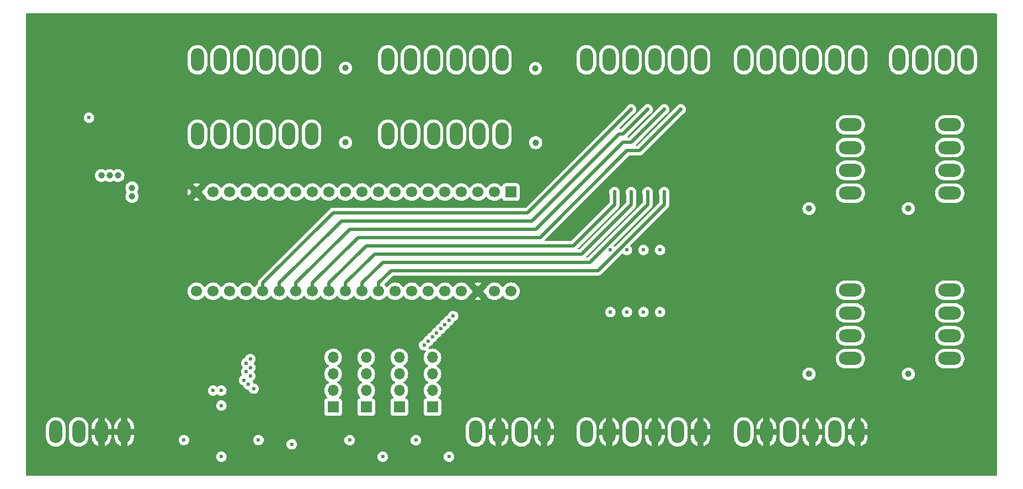
<source format=gbr>
%TF.GenerationSoftware,KiCad,Pcbnew,8.0.2*%
%TF.CreationDate,2024-06-18T22:48:14+02:00*%
%TF.ProjectId,radom-controller,7261646f-6d2d-4636-9f6e-74726f6c6c65,rev?*%
%TF.SameCoordinates,Original*%
%TF.FileFunction,Copper,L2,Inr*%
%TF.FilePolarity,Positive*%
%FSLAX46Y46*%
G04 Gerber Fmt 4.6, Leading zero omitted, Abs format (unit mm)*
G04 Created by KiCad (PCBNEW 8.0.2) date 2024-06-18 22:48:14*
%MOMM*%
%LPD*%
G01*
G04 APERTURE LIST*
%TA.AperFunction,ComponentPad*%
%ADD10O,2.000000X3.500000*%
%TD*%
%TA.AperFunction,ComponentPad*%
%ADD11O,3.500000X2.000000*%
%TD*%
%TA.AperFunction,ComponentPad*%
%ADD12R,1.700000X1.700000*%
%TD*%
%TA.AperFunction,ComponentPad*%
%ADD13C,1.700000*%
%TD*%
%TA.AperFunction,ComponentPad*%
%ADD14O,1.700000X1.700000*%
%TD*%
%TA.AperFunction,ViaPad*%
%ADD15C,1.000000*%
%TD*%
%TA.AperFunction,ViaPad*%
%ADD16C,0.600000*%
%TD*%
%TA.AperFunction,Conductor*%
%ADD17C,0.500000*%
%TD*%
G04 APERTURE END LIST*
D10*
%TO.N,Net-(J8-Pin_1)*%
%TO.C,J8*%
X124320000Y-82550000D03*
%TO.N,CS2*%
X120820000Y-82550000D03*
%TO.N,SCK*%
X117320000Y-82550000D03*
%TO.N,POCI*%
X113820000Y-82550000D03*
%TO.N,PICO*%
X110320000Y-82550000D03*
%TO.N,GND*%
X106820000Y-82550000D03*
%TD*%
%TO.N,GND*%
%TO.C,J10*%
X178930000Y-71120000D03*
%TO.N,Net-(J10-Pin_2)*%
X175430000Y-71120000D03*
%TO.N,GND*%
X171930000Y-71120000D03*
%TO.N,Net-(J10-Pin_4)*%
X168430000Y-71120000D03*
%TO.N,GND*%
X164930000Y-71120000D03*
%TO.N,Net-(J10-Pin_6)*%
X161430000Y-71120000D03*
%TD*%
%TO.N,Net-(J3-Pin_1)*%
%TO.C,J3*%
X137300000Y-128270000D03*
%TO.N,+5V*%
X140800000Y-128270000D03*
%TO.N,Net-(J3-Pin_3)*%
X144300000Y-128270000D03*
%TO.N,+5V*%
X147800000Y-128270000D03*
%TO.N,Net-(J3-Pin_5)*%
X151300000Y-128270000D03*
%TO.N,+5V*%
X154800000Y-128270000D03*
%TD*%
%TO.N,Net-(J4-Pin_1)*%
%TO.C,J4*%
X120310000Y-128270000D03*
%TO.N,+5V*%
X123810000Y-128270000D03*
%TO.N,Net-(J4-Pin_3)*%
X127310000Y-128270000D03*
%TO.N,+5V*%
X130810000Y-128270000D03*
%TD*%
%TO.N,Net-(J2-Pin_1)*%
%TO.C,J2*%
X161430000Y-128270000D03*
%TO.N,+5V*%
X164930000Y-128270000D03*
%TO.N,Net-(J2-Pin_3)*%
X168430000Y-128270000D03*
%TO.N,+5V*%
X171930000Y-128270000D03*
%TO.N,Net-(J2-Pin_5)*%
X175430000Y-128270000D03*
%TO.N,+5V*%
X178930000Y-128270000D03*
%TD*%
D11*
%TO.N,Net-(J12-Pin_1)*%
%TO.C,J12*%
X177800000Y-117010000D03*
%TO.N,OUT-SD0*%
X177800000Y-113510000D03*
%TO.N,OUT-SC0*%
X177800000Y-110010000D03*
%TO.N,GND*%
X177800000Y-106510000D03*
%TD*%
D12*
%TO.N,unconnected-(U3-VBAT-Pad1)*%
%TO.C,U3*%
X125730000Y-91440000D03*
D13*
%TO.N,AUX-IN3*%
X123190000Y-91440000D03*
%TO.N,AUX-IN4*%
X120650000Y-91440000D03*
%TO.N,AUX-IN5*%
X118110000Y-91440000D03*
%TO.N,unconnected-(U3-NRST-Pad5)*%
X115570000Y-91440000D03*
%TO.N,AUX-IN6*%
X113030000Y-91440000D03*
%TO.N,SW1-AZ*%
X110490000Y-91440000D03*
%TO.N,SW2-AZ*%
X107950000Y-91440000D03*
%TO.N,AUX-IN1*%
X105410000Y-91440000D03*
%TO.N,AUX-IN2*%
X102870000Y-91440000D03*
%TO.N,SCK*%
X100330000Y-91440000D03*
%TO.N,POCI*%
X97790000Y-91440000D03*
%TO.N,PICO*%
X95250000Y-91440000D03*
%TO.N,unconnected-(U3-PB0-Pad14)*%
X92710000Y-91440000D03*
%TO.N,unconnected-(U3-PB1-Pad15)*%
X90170000Y-91440000D03*
%TO.N,unconnected-(U3-PB2-Pad16)*%
X87630000Y-91440000D03*
%TO.N,unconnected-(U3-PB10-Pad17)*%
X85090000Y-91440000D03*
%TO.N,unconnected-(U3-3V3-Pad18)*%
X82550000Y-91440000D03*
%TO.N,GND*%
X80010000Y-91440000D03*
%TO.N,+5V*%
X77470000Y-91440000D03*
%TO.N,CS0*%
X77470000Y-106680000D03*
%TO.N,CS1*%
X80010000Y-106680000D03*
%TO.N,CS2*%
X82550000Y-106680000D03*
%TO.N,CS3*%
X85090000Y-106680000D03*
%TO.N,DIR-EL*%
X87630000Y-106680000D03*
%TO.N,STEP-EL*%
X90170000Y-106680000D03*
%TO.N,AUX-OUT1*%
X92710000Y-106680000D03*
%TO.N,AUX-OUT2*%
X95250000Y-106680000D03*
%TO.N,EN-AZ*%
X97790000Y-106680000D03*
%TO.N,DIR-AZ*%
X100330000Y-106680000D03*
%TO.N,STEP-AZ*%
X102870000Y-106680000D03*
%TO.N,EN-EL*%
X105410000Y-106680000D03*
%TO.N,unconnected-(U3-PB5-Pad33)*%
X107950000Y-106680000D03*
%TO.N,SCL*%
X110490000Y-106680000D03*
%TO.N,SDA*%
X113030000Y-106680000D03*
%TO.N,unconnected-(U3-PB8-Pad36)*%
X115570000Y-106680000D03*
%TO.N,unconnected-(U3-PB9-Pad37)*%
X118110000Y-106680000D03*
%TO.N,+5V*%
X120650000Y-106680000D03*
%TO.N,GND*%
X123190000Y-106680000D03*
%TO.N,unconnected-(U3-3V3-Pad40)*%
X125730000Y-106680000D03*
%TD*%
D10*
%TO.N,GND*%
%TO.C,J9*%
X154800000Y-71120000D03*
%TO.N,Net-(J9-Pin_2)*%
X151300000Y-71120000D03*
%TO.N,GND*%
X147800000Y-71120000D03*
%TO.N,Net-(J9-Pin_4)*%
X144300000Y-71120000D03*
%TO.N,GND*%
X140800000Y-71120000D03*
%TO.N,Net-(J9-Pin_6)*%
X137300000Y-71120000D03*
%TD*%
D11*
%TO.N,Net-(J16-Pin_1)*%
%TO.C,J16*%
X193040000Y-91610000D03*
%TO.N,OUT-SD2*%
X193040000Y-88110000D03*
%TO.N,OUT-SC2*%
X193040000Y-84610000D03*
%TO.N,GND*%
X193040000Y-81110000D03*
%TD*%
D10*
%TO.N,Net-(J6-Pin_1)*%
%TO.C,J6*%
X124320000Y-71120000D03*
%TO.N,CS0*%
X120820000Y-71120000D03*
%TO.N,SCK*%
X117320000Y-71120000D03*
%TO.N,POCI*%
X113820000Y-71120000D03*
%TO.N,PICO*%
X110320000Y-71120000D03*
%TO.N,GND*%
X106820000Y-71120000D03*
%TD*%
D12*
%TO.N,Net-(J13-Pin_1)*%
%TO.C,J13*%
X113665000Y-124460000D03*
D14*
%TO.N,OUT-SC4*%
X113665000Y-121920000D03*
%TO.N,OUT-SD4*%
X113665000Y-119380000D03*
%TO.N,GND*%
X113665000Y-116840000D03*
%TD*%
D10*
%TO.N,Net-(J5-Pin_1)*%
%TO.C,J5*%
X95110000Y-71120000D03*
%TO.N,CS1*%
X91610000Y-71120000D03*
%TO.N,SCK*%
X88110000Y-71120000D03*
%TO.N,POCI*%
X84610000Y-71120000D03*
%TO.N,PICO*%
X81110000Y-71120000D03*
%TO.N,GND*%
X77610000Y-71120000D03*
%TD*%
D11*
%TO.N,Net-(J14-Pin_1)*%
%TO.C,J14*%
X193040000Y-117010000D03*
%TO.N,OUT-SD1*%
X193040000Y-113510000D03*
%TO.N,OUT-SC1*%
X193040000Y-110010000D03*
%TO.N,GND*%
X193040000Y-106510000D03*
%TD*%
D12*
%TO.N,Net-(J17-Pin_1)*%
%TO.C,J17*%
X103505000Y-124460000D03*
D14*
%TO.N,OUT-SC6*%
X103505000Y-121920000D03*
%TO.N,OUT-SD6*%
X103505000Y-119380000D03*
%TO.N,GND*%
X103505000Y-116840000D03*
%TD*%
D11*
%TO.N,Net-(J18-Pin_1)*%
%TO.C,J18*%
X177800000Y-91610000D03*
%TO.N,OUT-SD3*%
X177800000Y-88110000D03*
%TO.N,OUT-SC3*%
X177800000Y-84610000D03*
%TO.N,GND*%
X177800000Y-81110000D03*
%TD*%
D12*
%TO.N,Net-(J15-Pin_1)*%
%TO.C,J15*%
X108585000Y-124460000D03*
D14*
%TO.N,OUT-SC5*%
X108585000Y-121920000D03*
%TO.N,OUT-SD5*%
X108585000Y-119380000D03*
%TO.N,GND*%
X108585000Y-116840000D03*
%TD*%
D10*
%TO.N,GND*%
%TO.C,J11*%
X195750000Y-71120000D03*
%TO.N,Net-(J11-Pin_2)*%
X192250000Y-71120000D03*
%TO.N,GND*%
X188750000Y-71120000D03*
%TO.N,Net-(J11-Pin_4)*%
X185250000Y-71120000D03*
%TD*%
%TO.N,GND*%
%TO.C,J1*%
X55880000Y-128270000D03*
X59380000Y-128270000D03*
%TO.N,+5V*%
X62880000Y-128270000D03*
X66380000Y-128270000D03*
%TD*%
%TO.N,Net-(J7-Pin_1)*%
%TO.C,J7*%
X95110000Y-82550000D03*
%TO.N,CS3*%
X91610000Y-82550000D03*
%TO.N,SCK*%
X88110000Y-82550000D03*
%TO.N,POCI*%
X84610000Y-82550000D03*
%TO.N,PICO*%
X81110000Y-82550000D03*
%TO.N,GND*%
X77610000Y-82550000D03*
%TD*%
D12*
%TO.N,Net-(J19-Pin_1)*%
%TO.C,J19*%
X98425000Y-124460000D03*
D14*
%TO.N,OUT-SC7*%
X98425000Y-121920000D03*
%TO.N,OUT-SD7*%
X98425000Y-119380000D03*
%TO.N,GND*%
X98425000Y-116840000D03*
%TD*%
D15*
%TO.N,+5V*%
X100270000Y-69790000D03*
X186690000Y-88960000D03*
D16*
X151130000Y-116205000D03*
D15*
X129510000Y-81250000D03*
X186690000Y-114300000D03*
D16*
X95885000Y-129540000D03*
D15*
X129540000Y-69850000D03*
D16*
X111125000Y-132080000D03*
X100965000Y-132080000D03*
X106045000Y-129540000D03*
D15*
X100300000Y-81250000D03*
X171450000Y-114300000D03*
X171450000Y-88960000D03*
D16*
X55880000Y-80010000D03*
X140335000Y-76835000D03*
D15*
%TO.N,+3.3V*%
X129480000Y-72450000D03*
X64135000Y-88900000D03*
D16*
X111125000Y-129540000D03*
X81280000Y-132080000D03*
X116205000Y-132080000D03*
D15*
X67564000Y-92075000D03*
X171450000Y-119380000D03*
X186690000Y-119380000D03*
X171450000Y-93980000D03*
X100330000Y-83820000D03*
X65405000Y-88900000D03*
D16*
X81280000Y-124225000D03*
D15*
X186690000Y-93980000D03*
D16*
X75535000Y-129510000D03*
X92075000Y-130175000D03*
D15*
X100330000Y-72390000D03*
D16*
X100965000Y-129540000D03*
X106045000Y-132080000D03*
X60960000Y-80010000D03*
D15*
X171450000Y-119380000D03*
X67564000Y-90805000D03*
D16*
X86965000Y-129510000D03*
D15*
X62865000Y-88900000D03*
X129510000Y-83850000D03*
D16*
%TO.N,OUT-SD0*%
X112395000Y-114950000D03*
%TO.N,OUT-SC0*%
X113030000Y-114315000D03*
%TO.N,OUT-SC4*%
X85090000Y-117725000D03*
%TO.N,OUT-SD4*%
X85725000Y-117075000D03*
%TO.N,OUT-SC1*%
X114300000Y-113045000D03*
%TO.N,OUT-SD1*%
X113665000Y-113680000D03*
%TO.N,OUT-SC5*%
X85090000Y-119025000D03*
%TO.N,OUT-SD5*%
X85725000Y-118375000D03*
%TO.N,OUT-SC2*%
X115555000Y-111775000D03*
%TO.N,OUT-SD2*%
X114935000Y-112410000D03*
%TO.N,OUT-SC6*%
X84765000Y-120325000D03*
%TO.N,OUT-SD6*%
X85725000Y-119675000D03*
%TO.N,OUT-SC3*%
X116840000Y-110475000D03*
%TO.N,OUT-SD3*%
X116205000Y-111125000D03*
%TO.N,OUT-SC7*%
X86227984Y-121625000D03*
%TO.N,OUT-SD7*%
X85415000Y-120975000D03*
%TO.N,AUX-IN3*%
X148590000Y-100330000D03*
%TO.N,AUX-IN1*%
X143510000Y-109855000D03*
%TO.N,AUX-IN6*%
X140970000Y-100330000D03*
%TO.N,AUX-IN2*%
X140970000Y-109855000D03*
%TO.N,AUX-IN4*%
X146050000Y-100330000D03*
%TO.N,SW1-AZ*%
X148590000Y-109855000D03*
%TO.N,SW2-AZ*%
X146050000Y-109855000D03*
%TO.N,AUX-IN5*%
X143510000Y-100330000D03*
%TO.N,EN-AZ*%
X141605000Y-91440000D03*
%TO.N,EN-EL*%
X149225000Y-91440000D03*
%TO.N,AUX-OUT1*%
X149225000Y-78740000D03*
%TO.N,DIR-AZ*%
X144145000Y-91440000D03*
%TO.N,SCL*%
X81280000Y-121920000D03*
%TO.N,SDA*%
X80010000Y-121920000D03*
%TO.N,STEP-AZ*%
X146685000Y-91440000D03*
%TO.N,STEP-EL*%
X146685000Y-78740000D03*
%TO.N,DIR-EL*%
X144145000Y-78740000D03*
%TO.N,AUX-OUT2*%
X151765000Y-78740000D03*
%TD*%
D17*
%TO.N,EN-AZ*%
X141605000Y-93345000D02*
X141605000Y-91440000D01*
X97790000Y-106680000D02*
X97790000Y-105410000D01*
X97790000Y-105410000D02*
X103505000Y-99695000D01*
X103505000Y-99695000D02*
X135255000Y-99695000D01*
X135255000Y-99695000D02*
X141605000Y-93345000D01*
%TO.N,EN-EL*%
X149225000Y-93345000D02*
X149225000Y-91440000D01*
X139065000Y-103505000D02*
X149225000Y-93345000D01*
X107315000Y-103505000D02*
X139065000Y-103505000D01*
X105410000Y-106680000D02*
X105410000Y-105410000D01*
X105410000Y-105410000D02*
X107315000Y-103505000D01*
%TO.N,AUX-OUT1*%
X92710000Y-105410000D02*
X92710000Y-106680000D01*
X129540000Y-97155000D02*
X100965000Y-97155000D01*
X100965000Y-97155000D02*
X92710000Y-105410000D01*
X149225000Y-78740000D02*
X144145000Y-83820000D01*
X144145000Y-83820000D02*
X142875000Y-83820000D01*
X142875000Y-83820000D02*
X129540000Y-97155000D01*
%TO.N,DIR-AZ*%
X136525000Y-100965000D02*
X144145000Y-93345000D01*
X100330000Y-105410000D02*
X104775000Y-100965000D01*
X104775000Y-100965000D02*
X136525000Y-100965000D01*
X100330000Y-106680000D02*
X100330000Y-105410000D01*
X144145000Y-93345000D02*
X144145000Y-91440000D01*
%TO.N,STEP-AZ*%
X146685000Y-93345000D02*
X146685000Y-91440000D01*
X102870000Y-106680000D02*
X102870000Y-105410000D01*
X102870000Y-105410000D02*
X106045000Y-102235000D01*
X137795000Y-102235000D02*
X146685000Y-93345000D01*
X106045000Y-102235000D02*
X137795000Y-102235000D01*
%TO.N,STEP-EL*%
X99695000Y-95885000D02*
X90170000Y-105410000D01*
X142303500Y-82486500D02*
X128905000Y-95885000D01*
X128905000Y-95885000D02*
X99695000Y-95885000D01*
X142938500Y-82486500D02*
X142303500Y-82486500D01*
X90170000Y-105410000D02*
X90170000Y-106680000D01*
X146685000Y-78740000D02*
X142938500Y-82486500D01*
%TO.N,DIR-EL*%
X98425000Y-94615000D02*
X87630000Y-105410000D01*
X128270000Y-94615000D02*
X98425000Y-94615000D01*
X87630000Y-105410000D02*
X87630000Y-106680000D01*
X144145000Y-78740000D02*
X128270000Y-94615000D01*
%TO.N,AUX-OUT2*%
X143510000Y-85090000D02*
X130175000Y-98425000D01*
X130175000Y-98425000D02*
X102235000Y-98425000D01*
X145415000Y-85090000D02*
X143510000Y-85090000D01*
X102235000Y-98425000D02*
X95250000Y-105410000D01*
X95250000Y-105410000D02*
X95250000Y-106680000D01*
X151765000Y-78740000D02*
X145415000Y-85090000D01*
%TD*%
%TA.AperFunction,Conductor*%
%TO.N,+5V*%
G36*
X200242539Y-64020185D02*
G01*
X200288294Y-64072989D01*
X200299500Y-64124500D01*
X200299500Y-134875500D01*
X200279815Y-134942539D01*
X200227011Y-134988294D01*
X200175500Y-134999500D01*
X51424500Y-134999500D01*
X51357461Y-134979815D01*
X51311706Y-134927011D01*
X51300500Y-134875500D01*
X51300500Y-132079996D01*
X80474435Y-132079996D01*
X80474435Y-132080003D01*
X80494630Y-132259249D01*
X80494631Y-132259254D01*
X80554211Y-132429523D01*
X80650184Y-132582262D01*
X80777738Y-132709816D01*
X80930478Y-132805789D01*
X81100745Y-132865368D01*
X81100750Y-132865369D01*
X81279996Y-132885565D01*
X81280000Y-132885565D01*
X81280004Y-132885565D01*
X81459249Y-132865369D01*
X81459252Y-132865368D01*
X81459255Y-132865368D01*
X81629522Y-132805789D01*
X81782262Y-132709816D01*
X81909816Y-132582262D01*
X82005789Y-132429522D01*
X82065368Y-132259255D01*
X82085565Y-132080000D01*
X82085565Y-132079996D01*
X105239435Y-132079996D01*
X105239435Y-132080003D01*
X105259630Y-132259249D01*
X105259631Y-132259254D01*
X105319211Y-132429523D01*
X105415184Y-132582262D01*
X105542738Y-132709816D01*
X105695478Y-132805789D01*
X105865745Y-132865368D01*
X105865750Y-132865369D01*
X106044996Y-132885565D01*
X106045000Y-132885565D01*
X106045004Y-132885565D01*
X106224249Y-132865369D01*
X106224252Y-132865368D01*
X106224255Y-132865368D01*
X106394522Y-132805789D01*
X106547262Y-132709816D01*
X106674816Y-132582262D01*
X106770789Y-132429522D01*
X106830368Y-132259255D01*
X106850565Y-132080000D01*
X106850565Y-132079996D01*
X115399435Y-132079996D01*
X115399435Y-132080003D01*
X115419630Y-132259249D01*
X115419631Y-132259254D01*
X115479211Y-132429523D01*
X115575184Y-132582262D01*
X115702738Y-132709816D01*
X115855478Y-132805789D01*
X116025745Y-132865368D01*
X116025750Y-132865369D01*
X116204996Y-132885565D01*
X116205000Y-132885565D01*
X116205004Y-132885565D01*
X116384249Y-132865369D01*
X116384252Y-132865368D01*
X116384255Y-132865368D01*
X116554522Y-132805789D01*
X116707262Y-132709816D01*
X116834816Y-132582262D01*
X116930789Y-132429522D01*
X116990368Y-132259255D01*
X117010565Y-132080000D01*
X116990368Y-131900745D01*
X116930789Y-131730478D01*
X116834816Y-131577738D01*
X116707262Y-131450184D01*
X116554523Y-131354211D01*
X116384254Y-131294631D01*
X116384249Y-131294630D01*
X116205004Y-131274435D01*
X116204996Y-131274435D01*
X116025750Y-131294630D01*
X116025745Y-131294631D01*
X115855476Y-131354211D01*
X115702737Y-131450184D01*
X115575184Y-131577737D01*
X115479211Y-131730476D01*
X115419631Y-131900745D01*
X115419630Y-131900750D01*
X115399435Y-132079996D01*
X106850565Y-132079996D01*
X106830368Y-131900745D01*
X106770789Y-131730478D01*
X106674816Y-131577738D01*
X106547262Y-131450184D01*
X106394523Y-131354211D01*
X106224254Y-131294631D01*
X106224249Y-131294630D01*
X106045004Y-131274435D01*
X106044996Y-131274435D01*
X105865750Y-131294630D01*
X105865745Y-131294631D01*
X105695476Y-131354211D01*
X105542737Y-131450184D01*
X105415184Y-131577737D01*
X105319211Y-131730476D01*
X105259631Y-131900745D01*
X105259630Y-131900750D01*
X105239435Y-132079996D01*
X82085565Y-132079996D01*
X82065368Y-131900745D01*
X82005789Y-131730478D01*
X81909816Y-131577738D01*
X81782262Y-131450184D01*
X81629523Y-131354211D01*
X81459254Y-131294631D01*
X81459249Y-131294630D01*
X81280004Y-131274435D01*
X81279996Y-131274435D01*
X81100750Y-131294630D01*
X81100745Y-131294631D01*
X80930476Y-131354211D01*
X80777737Y-131450184D01*
X80650184Y-131577737D01*
X80554211Y-131730476D01*
X80494631Y-131900745D01*
X80494630Y-131900750D01*
X80474435Y-132079996D01*
X51300500Y-132079996D01*
X51300500Y-127401902D01*
X54379500Y-127401902D01*
X54379500Y-129138097D01*
X54416446Y-129371368D01*
X54489433Y-129595996D01*
X54596524Y-129806171D01*
X54596657Y-129806433D01*
X54735483Y-129997510D01*
X54902490Y-130164517D01*
X55093567Y-130303343D01*
X55192991Y-130354002D01*
X55304003Y-130410566D01*
X55304005Y-130410566D01*
X55304008Y-130410568D01*
X55378377Y-130434732D01*
X55528631Y-130483553D01*
X55761903Y-130520500D01*
X55761908Y-130520500D01*
X55998097Y-130520500D01*
X56231368Y-130483553D01*
X56455992Y-130410568D01*
X56666433Y-130303343D01*
X56857510Y-130164517D01*
X57024517Y-129997510D01*
X57163343Y-129806433D01*
X57270568Y-129595992D01*
X57343553Y-129371368D01*
X57349987Y-129330745D01*
X57380500Y-129138097D01*
X57380500Y-127401902D01*
X57879500Y-127401902D01*
X57879500Y-129138097D01*
X57916446Y-129371368D01*
X57989433Y-129595996D01*
X58096524Y-129806171D01*
X58096657Y-129806433D01*
X58235483Y-129997510D01*
X58402490Y-130164517D01*
X58593567Y-130303343D01*
X58692991Y-130354002D01*
X58804003Y-130410566D01*
X58804005Y-130410566D01*
X58804008Y-130410568D01*
X58878377Y-130434732D01*
X59028631Y-130483553D01*
X59261903Y-130520500D01*
X59261908Y-130520500D01*
X59498097Y-130520500D01*
X59731368Y-130483553D01*
X59955992Y-130410568D01*
X60166433Y-130303343D01*
X60357510Y-130164517D01*
X60524517Y-129997510D01*
X60663343Y-129806433D01*
X60770568Y-129595992D01*
X60843553Y-129371368D01*
X60849987Y-129330745D01*
X60880500Y-129138097D01*
X60880500Y-129138052D01*
X61380000Y-129138052D01*
X61416934Y-129371247D01*
X61489897Y-129595802D01*
X61597085Y-129806171D01*
X61735866Y-129997186D01*
X61902813Y-130164133D01*
X62093828Y-130302914D01*
X62304197Y-130410102D01*
X62380000Y-130434732D01*
X63380000Y-130434732D01*
X63455802Y-130410102D01*
X63666171Y-130302914D01*
X63857186Y-130164133D01*
X64024133Y-129997186D01*
X64162914Y-129806171D01*
X64270102Y-129595802D01*
X64343065Y-129371247D01*
X64380000Y-129138052D01*
X64880000Y-129138052D01*
X64916934Y-129371247D01*
X64989897Y-129595802D01*
X65097085Y-129806171D01*
X65235866Y-129997186D01*
X65402813Y-130164133D01*
X65593828Y-130302914D01*
X65804197Y-130410102D01*
X65880000Y-130434732D01*
X66880000Y-130434732D01*
X66955802Y-130410102D01*
X67166171Y-130302914D01*
X67357186Y-130164133D01*
X67524133Y-129997186D01*
X67662914Y-129806171D01*
X67770102Y-129595802D01*
X67797982Y-129509996D01*
X74729435Y-129509996D01*
X74729435Y-129510003D01*
X74749630Y-129689249D01*
X74749631Y-129689254D01*
X74809211Y-129859523D01*
X74894806Y-129995745D01*
X74905184Y-130012262D01*
X75032738Y-130139816D01*
X75185478Y-130235789D01*
X75355745Y-130295368D01*
X75355750Y-130295369D01*
X75534996Y-130315565D01*
X75535000Y-130315565D01*
X75535004Y-130315565D01*
X75714249Y-130295369D01*
X75714252Y-130295368D01*
X75714255Y-130295368D01*
X75884522Y-130235789D01*
X76037262Y-130139816D01*
X76164816Y-130012262D01*
X76260789Y-129859522D01*
X76320368Y-129689255D01*
X76337185Y-129540000D01*
X76340565Y-129510003D01*
X76340565Y-129509996D01*
X86159435Y-129509996D01*
X86159435Y-129510003D01*
X86179630Y-129689249D01*
X86179631Y-129689254D01*
X86239211Y-129859523D01*
X86324806Y-129995745D01*
X86335184Y-130012262D01*
X86462738Y-130139816D01*
X86615478Y-130235789D01*
X86785745Y-130295368D01*
X86785750Y-130295369D01*
X86964996Y-130315565D01*
X86965000Y-130315565D01*
X86965004Y-130315565D01*
X87144249Y-130295369D01*
X87144252Y-130295368D01*
X87144255Y-130295368D01*
X87314522Y-130235789D01*
X87411273Y-130174996D01*
X91269435Y-130174996D01*
X91269435Y-130175003D01*
X91289630Y-130354249D01*
X91289631Y-130354254D01*
X91349211Y-130524523D01*
X91445184Y-130677262D01*
X91572738Y-130804816D01*
X91725478Y-130900789D01*
X91895745Y-130960368D01*
X91895750Y-130960369D01*
X92074996Y-130980565D01*
X92075000Y-130980565D01*
X92075004Y-130980565D01*
X92254249Y-130960369D01*
X92254252Y-130960368D01*
X92254255Y-130960368D01*
X92424522Y-130900789D01*
X92577262Y-130804816D01*
X92704816Y-130677262D01*
X92800789Y-130524522D01*
X92860368Y-130354255D01*
X92863623Y-130325368D01*
X92880565Y-130175003D01*
X92880565Y-130174996D01*
X92860369Y-129995750D01*
X92860368Y-129995745D01*
X92812702Y-129859523D01*
X92800789Y-129825478D01*
X92704816Y-129672738D01*
X92577262Y-129545184D01*
X92569005Y-129539996D01*
X100159435Y-129539996D01*
X100159435Y-129540003D01*
X100179630Y-129719249D01*
X100179631Y-129719254D01*
X100239211Y-129889523D01*
X100316334Y-130012262D01*
X100335184Y-130042262D01*
X100462738Y-130169816D01*
X100615478Y-130265789D01*
X100722801Y-130303343D01*
X100785745Y-130325368D01*
X100785750Y-130325369D01*
X100964996Y-130345565D01*
X100965000Y-130345565D01*
X100965004Y-130345565D01*
X101144249Y-130325369D01*
X101144252Y-130325368D01*
X101144255Y-130325368D01*
X101314522Y-130265789D01*
X101467262Y-130169816D01*
X101594816Y-130042262D01*
X101690789Y-129889522D01*
X101750368Y-129719255D01*
X101753748Y-129689255D01*
X101770565Y-129540003D01*
X101770565Y-129539996D01*
X110319435Y-129539996D01*
X110319435Y-129540003D01*
X110339630Y-129719249D01*
X110339631Y-129719254D01*
X110399211Y-129889523D01*
X110476334Y-130012262D01*
X110495184Y-130042262D01*
X110622738Y-130169816D01*
X110775478Y-130265789D01*
X110882801Y-130303343D01*
X110945745Y-130325368D01*
X110945750Y-130325369D01*
X111124996Y-130345565D01*
X111125000Y-130345565D01*
X111125004Y-130345565D01*
X111304249Y-130325369D01*
X111304252Y-130325368D01*
X111304255Y-130325368D01*
X111474522Y-130265789D01*
X111627262Y-130169816D01*
X111754816Y-130042262D01*
X111850789Y-129889522D01*
X111910368Y-129719255D01*
X111913748Y-129689255D01*
X111930565Y-129540003D01*
X111930565Y-129539996D01*
X111910369Y-129360750D01*
X111910368Y-129360745D01*
X111899872Y-129330750D01*
X111850789Y-129190478D01*
X111831937Y-129160476D01*
X111754815Y-129037737D01*
X111627262Y-128910184D01*
X111474523Y-128814211D01*
X111304254Y-128754631D01*
X111304249Y-128754630D01*
X111125004Y-128734435D01*
X111124996Y-128734435D01*
X110945750Y-128754630D01*
X110945745Y-128754631D01*
X110775476Y-128814211D01*
X110622737Y-128910184D01*
X110495184Y-129037737D01*
X110399211Y-129190476D01*
X110339631Y-129360745D01*
X110339630Y-129360750D01*
X110319435Y-129539996D01*
X101770565Y-129539996D01*
X101750369Y-129360750D01*
X101750368Y-129360745D01*
X101739872Y-129330750D01*
X101690789Y-129190478D01*
X101671937Y-129160476D01*
X101594815Y-129037737D01*
X101467262Y-128910184D01*
X101314523Y-128814211D01*
X101144254Y-128754631D01*
X101144249Y-128754630D01*
X100965004Y-128734435D01*
X100964996Y-128734435D01*
X100785750Y-128754630D01*
X100785745Y-128754631D01*
X100615476Y-128814211D01*
X100462737Y-128910184D01*
X100335184Y-129037737D01*
X100239211Y-129190476D01*
X100179631Y-129360745D01*
X100179630Y-129360750D01*
X100159435Y-129539996D01*
X92569005Y-129539996D01*
X92424523Y-129449211D01*
X92254254Y-129389631D01*
X92254249Y-129389630D01*
X92075004Y-129369435D01*
X92074996Y-129369435D01*
X91895750Y-129389630D01*
X91895745Y-129389631D01*
X91725476Y-129449211D01*
X91572737Y-129545184D01*
X91445184Y-129672737D01*
X91349211Y-129825476D01*
X91289631Y-129995745D01*
X91289630Y-129995750D01*
X91269435Y-130174996D01*
X87411273Y-130174996D01*
X87467262Y-130139816D01*
X87594816Y-130012262D01*
X87690789Y-129859522D01*
X87750368Y-129689255D01*
X87767185Y-129540000D01*
X87770565Y-129510003D01*
X87770565Y-129509996D01*
X87750369Y-129330750D01*
X87750368Y-129330745D01*
X87690788Y-129160476D01*
X87613666Y-129037738D01*
X87594816Y-129007738D01*
X87467262Y-128880184D01*
X87362267Y-128814211D01*
X87314523Y-128784211D01*
X87144254Y-128724631D01*
X87144249Y-128724630D01*
X86965004Y-128704435D01*
X86964996Y-128704435D01*
X86785750Y-128724630D01*
X86785745Y-128724631D01*
X86615476Y-128784211D01*
X86462737Y-128880184D01*
X86335184Y-129007737D01*
X86239211Y-129160476D01*
X86179631Y-129330745D01*
X86179630Y-129330750D01*
X86159435Y-129509996D01*
X76340565Y-129509996D01*
X76320369Y-129330750D01*
X76320368Y-129330745D01*
X76260788Y-129160476D01*
X76183666Y-129037738D01*
X76164816Y-129007738D01*
X76037262Y-128880184D01*
X75932267Y-128814211D01*
X75884523Y-128784211D01*
X75714254Y-128724631D01*
X75714249Y-128724630D01*
X75535004Y-128704435D01*
X75534996Y-128704435D01*
X75355750Y-128724630D01*
X75355745Y-128724631D01*
X75185476Y-128784211D01*
X75032737Y-128880184D01*
X74905184Y-129007737D01*
X74809211Y-129160476D01*
X74749631Y-129330745D01*
X74749630Y-129330750D01*
X74729435Y-129509996D01*
X67797982Y-129509996D01*
X67843065Y-129371247D01*
X67880000Y-129138052D01*
X67880000Y-128770000D01*
X66880000Y-128770000D01*
X66880000Y-130434732D01*
X65880000Y-130434732D01*
X65880000Y-128770000D01*
X64880000Y-128770000D01*
X64880000Y-129138052D01*
X64380000Y-129138052D01*
X64380000Y-128770000D01*
X63380000Y-128770000D01*
X63380000Y-130434732D01*
X62380000Y-130434732D01*
X62380000Y-128770000D01*
X61380000Y-128770000D01*
X61380000Y-129138052D01*
X60880500Y-129138052D01*
X60880500Y-128197591D01*
X62330000Y-128197591D01*
X62330000Y-128342409D01*
X62367482Y-128482292D01*
X62439890Y-128607708D01*
X62542292Y-128710110D01*
X62667708Y-128782518D01*
X62807591Y-128820000D01*
X62952409Y-128820000D01*
X63092292Y-128782518D01*
X63217708Y-128710110D01*
X63320110Y-128607708D01*
X63392518Y-128482292D01*
X63430000Y-128342409D01*
X63430000Y-128197591D01*
X65830000Y-128197591D01*
X65830000Y-128342409D01*
X65867482Y-128482292D01*
X65939890Y-128607708D01*
X66042292Y-128710110D01*
X66167708Y-128782518D01*
X66307591Y-128820000D01*
X66452409Y-128820000D01*
X66592292Y-128782518D01*
X66717708Y-128710110D01*
X66820110Y-128607708D01*
X66892518Y-128482292D01*
X66930000Y-128342409D01*
X66930000Y-128197591D01*
X66892518Y-128057708D01*
X66820110Y-127932292D01*
X66717708Y-127829890D01*
X66613974Y-127770000D01*
X66880000Y-127770000D01*
X67880000Y-127770000D01*
X67880000Y-127401947D01*
X67879993Y-127401902D01*
X118809500Y-127401902D01*
X118809500Y-129138097D01*
X118846446Y-129371368D01*
X118919433Y-129595996D01*
X119026524Y-129806171D01*
X119026657Y-129806433D01*
X119165483Y-129997510D01*
X119332490Y-130164517D01*
X119523567Y-130303343D01*
X119622991Y-130354002D01*
X119734003Y-130410566D01*
X119734005Y-130410566D01*
X119734008Y-130410568D01*
X119808377Y-130434732D01*
X119958631Y-130483553D01*
X120191903Y-130520500D01*
X120191908Y-130520500D01*
X120428097Y-130520500D01*
X120661368Y-130483553D01*
X120885992Y-130410568D01*
X121096433Y-130303343D01*
X121287510Y-130164517D01*
X121454517Y-129997510D01*
X121593343Y-129806433D01*
X121700568Y-129595992D01*
X121773553Y-129371368D01*
X121779987Y-129330745D01*
X121810500Y-129138097D01*
X121810500Y-129138052D01*
X122310000Y-129138052D01*
X122346934Y-129371247D01*
X122419897Y-129595802D01*
X122527085Y-129806171D01*
X122665866Y-129997186D01*
X122832813Y-130164133D01*
X123023828Y-130302914D01*
X123234197Y-130410102D01*
X123309999Y-130434732D01*
X123310000Y-130434732D01*
X124310000Y-130434732D01*
X124385802Y-130410102D01*
X124596171Y-130302914D01*
X124787186Y-130164133D01*
X124954133Y-129997186D01*
X125092914Y-129806171D01*
X125200102Y-129595802D01*
X125273065Y-129371247D01*
X125310000Y-129138052D01*
X125310000Y-128770000D01*
X124310000Y-128770000D01*
X124310000Y-130434732D01*
X123310000Y-130434732D01*
X123310000Y-128770000D01*
X122310000Y-128770000D01*
X122310000Y-129138052D01*
X121810500Y-129138052D01*
X121810500Y-128197591D01*
X123260000Y-128197591D01*
X123260000Y-128342409D01*
X123297482Y-128482292D01*
X123369890Y-128607708D01*
X123472292Y-128710110D01*
X123597708Y-128782518D01*
X123737591Y-128820000D01*
X123882409Y-128820000D01*
X124022292Y-128782518D01*
X124147708Y-128710110D01*
X124250110Y-128607708D01*
X124322518Y-128482292D01*
X124360000Y-128342409D01*
X124360000Y-128197591D01*
X124322518Y-128057708D01*
X124250110Y-127932292D01*
X124147708Y-127829890D01*
X124043974Y-127770000D01*
X124310000Y-127770000D01*
X125310000Y-127770000D01*
X125310000Y-127401947D01*
X125309993Y-127401902D01*
X125809500Y-127401902D01*
X125809500Y-129138097D01*
X125846446Y-129371368D01*
X125919433Y-129595996D01*
X126026524Y-129806171D01*
X126026657Y-129806433D01*
X126165483Y-129997510D01*
X126332490Y-130164517D01*
X126523567Y-130303343D01*
X126622991Y-130354002D01*
X126734003Y-130410566D01*
X126734005Y-130410566D01*
X126734008Y-130410568D01*
X126808377Y-130434732D01*
X126958631Y-130483553D01*
X127191903Y-130520500D01*
X127191908Y-130520500D01*
X127428097Y-130520500D01*
X127661368Y-130483553D01*
X127885992Y-130410568D01*
X128096433Y-130303343D01*
X128287510Y-130164517D01*
X128454517Y-129997510D01*
X128593343Y-129806433D01*
X128700568Y-129595992D01*
X128773553Y-129371368D01*
X128779987Y-129330745D01*
X128810500Y-129138097D01*
X128810500Y-129138052D01*
X129310000Y-129138052D01*
X129346934Y-129371247D01*
X129419897Y-129595802D01*
X129527085Y-129806171D01*
X129665866Y-129997186D01*
X129832813Y-130164133D01*
X130023828Y-130302914D01*
X130234197Y-130410102D01*
X130310000Y-130434732D01*
X131310000Y-130434732D01*
X131385802Y-130410102D01*
X131596171Y-130302914D01*
X131787186Y-130164133D01*
X131954133Y-129997186D01*
X132092914Y-129806171D01*
X132200102Y-129595802D01*
X132273065Y-129371247D01*
X132310000Y-129138052D01*
X132310000Y-128770000D01*
X131310000Y-128770000D01*
X131310000Y-130434732D01*
X130310000Y-130434732D01*
X130310000Y-128770000D01*
X129310000Y-128770000D01*
X129310000Y-129138052D01*
X128810500Y-129138052D01*
X128810500Y-128197591D01*
X130260000Y-128197591D01*
X130260000Y-128342409D01*
X130297482Y-128482292D01*
X130369890Y-128607708D01*
X130472292Y-128710110D01*
X130597708Y-128782518D01*
X130737591Y-128820000D01*
X130882409Y-128820000D01*
X131022292Y-128782518D01*
X131147708Y-128710110D01*
X131250110Y-128607708D01*
X131322518Y-128482292D01*
X131360000Y-128342409D01*
X131360000Y-128197591D01*
X131322518Y-128057708D01*
X131250110Y-127932292D01*
X131147708Y-127829890D01*
X131043974Y-127770000D01*
X131310000Y-127770000D01*
X132310000Y-127770000D01*
X132310000Y-127401947D01*
X132309993Y-127401902D01*
X135799500Y-127401902D01*
X135799500Y-129138097D01*
X135836446Y-129371368D01*
X135909433Y-129595996D01*
X136016524Y-129806171D01*
X136016657Y-129806433D01*
X136155483Y-129997510D01*
X136322490Y-130164517D01*
X136513567Y-130303343D01*
X136612991Y-130354002D01*
X136724003Y-130410566D01*
X136724005Y-130410566D01*
X136724008Y-130410568D01*
X136798377Y-130434732D01*
X136948631Y-130483553D01*
X137181903Y-130520500D01*
X137181908Y-130520500D01*
X137418097Y-130520500D01*
X137651368Y-130483553D01*
X137875992Y-130410568D01*
X138086433Y-130303343D01*
X138277510Y-130164517D01*
X138444517Y-129997510D01*
X138583343Y-129806433D01*
X138690568Y-129595992D01*
X138763553Y-129371368D01*
X138769987Y-129330745D01*
X138800500Y-129138097D01*
X138800500Y-129138052D01*
X139300000Y-129138052D01*
X139336934Y-129371247D01*
X139409897Y-129595802D01*
X139517085Y-129806171D01*
X139655866Y-129997186D01*
X139822813Y-130164133D01*
X140013828Y-130302914D01*
X140224197Y-130410102D01*
X140299999Y-130434732D01*
X140300000Y-130434732D01*
X141300000Y-130434732D01*
X141375802Y-130410102D01*
X141586171Y-130302914D01*
X141777186Y-130164133D01*
X141944133Y-129997186D01*
X142082914Y-129806171D01*
X142190102Y-129595802D01*
X142263065Y-129371247D01*
X142300000Y-129138052D01*
X142300000Y-128770000D01*
X141300000Y-128770000D01*
X141300000Y-130434732D01*
X140300000Y-130434732D01*
X140300000Y-128770000D01*
X139300000Y-128770000D01*
X139300000Y-129138052D01*
X138800500Y-129138052D01*
X138800500Y-128197591D01*
X140250000Y-128197591D01*
X140250000Y-128342409D01*
X140287482Y-128482292D01*
X140359890Y-128607708D01*
X140462292Y-128710110D01*
X140587708Y-128782518D01*
X140727591Y-128820000D01*
X140872409Y-128820000D01*
X141012292Y-128782518D01*
X141137708Y-128710110D01*
X141240110Y-128607708D01*
X141312518Y-128482292D01*
X141350000Y-128342409D01*
X141350000Y-128197591D01*
X141312518Y-128057708D01*
X141240110Y-127932292D01*
X141137708Y-127829890D01*
X141033974Y-127770000D01*
X141300000Y-127770000D01*
X142300000Y-127770000D01*
X142300000Y-127401947D01*
X142299993Y-127401902D01*
X142799500Y-127401902D01*
X142799500Y-129138097D01*
X142836446Y-129371368D01*
X142909433Y-129595996D01*
X143016524Y-129806171D01*
X143016657Y-129806433D01*
X143155483Y-129997510D01*
X143322490Y-130164517D01*
X143513567Y-130303343D01*
X143612991Y-130354002D01*
X143724003Y-130410566D01*
X143724005Y-130410566D01*
X143724008Y-130410568D01*
X143798377Y-130434732D01*
X143948631Y-130483553D01*
X144181903Y-130520500D01*
X144181908Y-130520500D01*
X144418097Y-130520500D01*
X144651368Y-130483553D01*
X144875992Y-130410568D01*
X145086433Y-130303343D01*
X145277510Y-130164517D01*
X145444517Y-129997510D01*
X145583343Y-129806433D01*
X145690568Y-129595992D01*
X145763553Y-129371368D01*
X145769987Y-129330745D01*
X145800500Y-129138097D01*
X145800500Y-129138052D01*
X146300000Y-129138052D01*
X146336934Y-129371247D01*
X146409897Y-129595802D01*
X146517085Y-129806171D01*
X146655866Y-129997186D01*
X146822813Y-130164133D01*
X147013828Y-130302914D01*
X147224197Y-130410102D01*
X147300000Y-130434732D01*
X148300000Y-130434732D01*
X148375802Y-130410102D01*
X148586171Y-130302914D01*
X148777186Y-130164133D01*
X148944133Y-129997186D01*
X149082914Y-129806171D01*
X149190102Y-129595802D01*
X149263065Y-129371247D01*
X149300000Y-129138052D01*
X149300000Y-128770000D01*
X148300000Y-128770000D01*
X148300000Y-130434732D01*
X147300000Y-130434732D01*
X147300000Y-128770000D01*
X146300000Y-128770000D01*
X146300000Y-129138052D01*
X145800500Y-129138052D01*
X145800500Y-128197591D01*
X147250000Y-128197591D01*
X147250000Y-128342409D01*
X147287482Y-128482292D01*
X147359890Y-128607708D01*
X147462292Y-128710110D01*
X147587708Y-128782518D01*
X147727591Y-128820000D01*
X147872409Y-128820000D01*
X148012292Y-128782518D01*
X148137708Y-128710110D01*
X148240110Y-128607708D01*
X148312518Y-128482292D01*
X148350000Y-128342409D01*
X148350000Y-128197591D01*
X148312518Y-128057708D01*
X148240110Y-127932292D01*
X148137708Y-127829890D01*
X148033974Y-127770000D01*
X148300000Y-127770000D01*
X149300000Y-127770000D01*
X149300000Y-127401947D01*
X149299993Y-127401902D01*
X149799500Y-127401902D01*
X149799500Y-129138097D01*
X149836446Y-129371368D01*
X149909433Y-129595996D01*
X150016524Y-129806171D01*
X150016657Y-129806433D01*
X150155483Y-129997510D01*
X150322490Y-130164517D01*
X150513567Y-130303343D01*
X150612991Y-130354002D01*
X150724003Y-130410566D01*
X150724005Y-130410566D01*
X150724008Y-130410568D01*
X150798377Y-130434732D01*
X150948631Y-130483553D01*
X151181903Y-130520500D01*
X151181908Y-130520500D01*
X151418097Y-130520500D01*
X151651368Y-130483553D01*
X151875992Y-130410568D01*
X152086433Y-130303343D01*
X152277510Y-130164517D01*
X152444517Y-129997510D01*
X152583343Y-129806433D01*
X152690568Y-129595992D01*
X152763553Y-129371368D01*
X152769987Y-129330745D01*
X152800500Y-129138097D01*
X152800500Y-129138052D01*
X153300000Y-129138052D01*
X153336934Y-129371247D01*
X153409897Y-129595802D01*
X153517085Y-129806171D01*
X153655866Y-129997186D01*
X153822813Y-130164133D01*
X154013828Y-130302914D01*
X154224197Y-130410102D01*
X154300000Y-130434732D01*
X155300000Y-130434732D01*
X155375802Y-130410102D01*
X155586171Y-130302914D01*
X155777186Y-130164133D01*
X155944133Y-129997186D01*
X156082914Y-129806171D01*
X156190102Y-129595802D01*
X156263065Y-129371247D01*
X156300000Y-129138052D01*
X156300000Y-128770000D01*
X155300000Y-128770000D01*
X155300000Y-130434732D01*
X154300000Y-130434732D01*
X154300000Y-128770000D01*
X153300000Y-128770000D01*
X153300000Y-129138052D01*
X152800500Y-129138052D01*
X152800500Y-128197591D01*
X154250000Y-128197591D01*
X154250000Y-128342409D01*
X154287482Y-128482292D01*
X154359890Y-128607708D01*
X154462292Y-128710110D01*
X154587708Y-128782518D01*
X154727591Y-128820000D01*
X154872409Y-128820000D01*
X155012292Y-128782518D01*
X155137708Y-128710110D01*
X155240110Y-128607708D01*
X155312518Y-128482292D01*
X155350000Y-128342409D01*
X155350000Y-128197591D01*
X155312518Y-128057708D01*
X155240110Y-127932292D01*
X155137708Y-127829890D01*
X155033974Y-127770000D01*
X155300000Y-127770000D01*
X156300000Y-127770000D01*
X156300000Y-127401947D01*
X156299993Y-127401902D01*
X159929500Y-127401902D01*
X159929500Y-129138097D01*
X159966446Y-129371368D01*
X160039433Y-129595996D01*
X160146524Y-129806171D01*
X160146657Y-129806433D01*
X160285483Y-129997510D01*
X160452490Y-130164517D01*
X160643567Y-130303343D01*
X160742991Y-130354002D01*
X160854003Y-130410566D01*
X160854005Y-130410566D01*
X160854008Y-130410568D01*
X160928377Y-130434732D01*
X161078631Y-130483553D01*
X161311903Y-130520500D01*
X161311908Y-130520500D01*
X161548097Y-130520500D01*
X161781368Y-130483553D01*
X162005992Y-130410568D01*
X162216433Y-130303343D01*
X162407510Y-130164517D01*
X162574517Y-129997510D01*
X162713343Y-129806433D01*
X162820568Y-129595992D01*
X162893553Y-129371368D01*
X162899987Y-129330745D01*
X162930500Y-129138097D01*
X162930500Y-129138052D01*
X163430000Y-129138052D01*
X163466934Y-129371247D01*
X163539897Y-129595802D01*
X163647085Y-129806171D01*
X163785866Y-129997186D01*
X163952813Y-130164133D01*
X164143828Y-130302914D01*
X164354197Y-130410102D01*
X164430000Y-130434732D01*
X165430000Y-130434732D01*
X165505802Y-130410102D01*
X165716171Y-130302914D01*
X165907186Y-130164133D01*
X166074133Y-129997186D01*
X166212914Y-129806171D01*
X166320102Y-129595802D01*
X166393065Y-129371247D01*
X166430000Y-129138052D01*
X166430000Y-128770000D01*
X165430000Y-128770000D01*
X165430000Y-130434732D01*
X164430000Y-130434732D01*
X164430000Y-128770000D01*
X163430000Y-128770000D01*
X163430000Y-129138052D01*
X162930500Y-129138052D01*
X162930500Y-128197591D01*
X164380000Y-128197591D01*
X164380000Y-128342409D01*
X164417482Y-128482292D01*
X164489890Y-128607708D01*
X164592292Y-128710110D01*
X164717708Y-128782518D01*
X164857591Y-128820000D01*
X165002409Y-128820000D01*
X165142292Y-128782518D01*
X165267708Y-128710110D01*
X165370110Y-128607708D01*
X165442518Y-128482292D01*
X165480000Y-128342409D01*
X165480000Y-128197591D01*
X165442518Y-128057708D01*
X165370110Y-127932292D01*
X165267708Y-127829890D01*
X165163974Y-127770000D01*
X165430000Y-127770000D01*
X166430000Y-127770000D01*
X166430000Y-127401947D01*
X166429993Y-127401902D01*
X166929500Y-127401902D01*
X166929500Y-129138097D01*
X166966446Y-129371368D01*
X167039433Y-129595996D01*
X167146524Y-129806171D01*
X167146657Y-129806433D01*
X167285483Y-129997510D01*
X167452490Y-130164517D01*
X167643567Y-130303343D01*
X167742991Y-130354002D01*
X167854003Y-130410566D01*
X167854005Y-130410566D01*
X167854008Y-130410568D01*
X167928377Y-130434732D01*
X168078631Y-130483553D01*
X168311903Y-130520500D01*
X168311908Y-130520500D01*
X168548097Y-130520500D01*
X168781368Y-130483553D01*
X169005992Y-130410568D01*
X169216433Y-130303343D01*
X169407510Y-130164517D01*
X169574517Y-129997510D01*
X169713343Y-129806433D01*
X169820568Y-129595992D01*
X169893553Y-129371368D01*
X169899987Y-129330745D01*
X169930500Y-129138097D01*
X169930500Y-129138052D01*
X170430000Y-129138052D01*
X170466934Y-129371247D01*
X170539897Y-129595802D01*
X170647085Y-129806171D01*
X170785866Y-129997186D01*
X170952813Y-130164133D01*
X171143828Y-130302914D01*
X171354197Y-130410102D01*
X171429999Y-130434732D01*
X171430000Y-130434732D01*
X172430000Y-130434732D01*
X172505802Y-130410102D01*
X172716171Y-130302914D01*
X172907186Y-130164133D01*
X173074133Y-129997186D01*
X173212914Y-129806171D01*
X173320102Y-129595802D01*
X173393065Y-129371247D01*
X173430000Y-129138052D01*
X173430000Y-128770000D01*
X172430000Y-128770000D01*
X172430000Y-130434732D01*
X171430000Y-130434732D01*
X171430000Y-128770000D01*
X170430000Y-128770000D01*
X170430000Y-129138052D01*
X169930500Y-129138052D01*
X169930500Y-128197591D01*
X171380000Y-128197591D01*
X171380000Y-128342409D01*
X171417482Y-128482292D01*
X171489890Y-128607708D01*
X171592292Y-128710110D01*
X171717708Y-128782518D01*
X171857591Y-128820000D01*
X172002409Y-128820000D01*
X172142292Y-128782518D01*
X172267708Y-128710110D01*
X172370110Y-128607708D01*
X172442518Y-128482292D01*
X172480000Y-128342409D01*
X172480000Y-128197591D01*
X172442518Y-128057708D01*
X172370110Y-127932292D01*
X172267708Y-127829890D01*
X172163974Y-127770000D01*
X172430000Y-127770000D01*
X173430000Y-127770000D01*
X173430000Y-127401947D01*
X173429993Y-127401902D01*
X173929500Y-127401902D01*
X173929500Y-129138097D01*
X173966446Y-129371368D01*
X174039433Y-129595996D01*
X174146524Y-129806171D01*
X174146657Y-129806433D01*
X174285483Y-129997510D01*
X174452490Y-130164517D01*
X174643567Y-130303343D01*
X174742991Y-130354002D01*
X174854003Y-130410566D01*
X174854005Y-130410566D01*
X174854008Y-130410568D01*
X174928377Y-130434732D01*
X175078631Y-130483553D01*
X175311903Y-130520500D01*
X175311908Y-130520500D01*
X175548097Y-130520500D01*
X175781368Y-130483553D01*
X176005992Y-130410568D01*
X176216433Y-130303343D01*
X176407510Y-130164517D01*
X176574517Y-129997510D01*
X176713343Y-129806433D01*
X176820568Y-129595992D01*
X176893553Y-129371368D01*
X176899987Y-129330745D01*
X176930500Y-129138097D01*
X176930500Y-129138052D01*
X177430000Y-129138052D01*
X177466934Y-129371247D01*
X177539897Y-129595802D01*
X177647085Y-129806171D01*
X177785866Y-129997186D01*
X177952813Y-130164133D01*
X178143828Y-130302914D01*
X178354197Y-130410102D01*
X178429999Y-130434732D01*
X178430000Y-130434732D01*
X179430000Y-130434732D01*
X179505802Y-130410102D01*
X179716171Y-130302914D01*
X179907186Y-130164133D01*
X180074133Y-129997186D01*
X180212914Y-129806171D01*
X180320102Y-129595802D01*
X180393065Y-129371247D01*
X180430000Y-129138052D01*
X180430000Y-128770000D01*
X179430000Y-128770000D01*
X179430000Y-130434732D01*
X178430000Y-130434732D01*
X178430000Y-128770000D01*
X177430000Y-128770000D01*
X177430000Y-129138052D01*
X176930500Y-129138052D01*
X176930500Y-128197591D01*
X178380000Y-128197591D01*
X178380000Y-128342409D01*
X178417482Y-128482292D01*
X178489890Y-128607708D01*
X178592292Y-128710110D01*
X178717708Y-128782518D01*
X178857591Y-128820000D01*
X179002409Y-128820000D01*
X179142292Y-128782518D01*
X179267708Y-128710110D01*
X179370110Y-128607708D01*
X179442518Y-128482292D01*
X179480000Y-128342409D01*
X179480000Y-128197591D01*
X179442518Y-128057708D01*
X179370110Y-127932292D01*
X179267708Y-127829890D01*
X179163974Y-127770000D01*
X179430000Y-127770000D01*
X180430000Y-127770000D01*
X180430000Y-127401947D01*
X180393065Y-127168752D01*
X180320102Y-126944197D01*
X180212914Y-126733828D01*
X180074133Y-126542813D01*
X179907186Y-126375866D01*
X179716171Y-126237085D01*
X179505803Y-126129897D01*
X179505801Y-126129896D01*
X179430000Y-126105266D01*
X179430000Y-127770000D01*
X179163974Y-127770000D01*
X179142292Y-127757482D01*
X179002409Y-127720000D01*
X178857591Y-127720000D01*
X178717708Y-127757482D01*
X178592292Y-127829890D01*
X178489890Y-127932292D01*
X178417482Y-128057708D01*
X178380000Y-128197591D01*
X176930500Y-128197591D01*
X176930500Y-127401947D01*
X177430000Y-127401947D01*
X177430000Y-127770000D01*
X178430000Y-127770000D01*
X178430000Y-126105266D01*
X178354198Y-126129896D01*
X178354196Y-126129897D01*
X178143828Y-126237085D01*
X177952813Y-126375866D01*
X177785866Y-126542813D01*
X177647085Y-126733828D01*
X177539897Y-126944197D01*
X177466934Y-127168752D01*
X177430000Y-127401947D01*
X176930500Y-127401947D01*
X176930500Y-127401902D01*
X176893553Y-127168631D01*
X176820566Y-126944003D01*
X176764002Y-126832991D01*
X176713343Y-126733567D01*
X176574517Y-126542490D01*
X176407510Y-126375483D01*
X176216433Y-126236657D01*
X176005996Y-126129433D01*
X175781368Y-126056446D01*
X175548097Y-126019500D01*
X175548092Y-126019500D01*
X175311908Y-126019500D01*
X175311903Y-126019500D01*
X175078631Y-126056446D01*
X174854003Y-126129433D01*
X174643566Y-126236657D01*
X174534550Y-126315862D01*
X174452490Y-126375483D01*
X174452488Y-126375485D01*
X174452487Y-126375485D01*
X174285485Y-126542487D01*
X174285485Y-126542488D01*
X174285483Y-126542490D01*
X174225862Y-126624550D01*
X174146657Y-126733566D01*
X174039433Y-126944003D01*
X173966446Y-127168631D01*
X173929500Y-127401902D01*
X173429993Y-127401902D01*
X173393065Y-127168752D01*
X173320102Y-126944197D01*
X173212914Y-126733828D01*
X173074133Y-126542813D01*
X172907186Y-126375866D01*
X172716171Y-126237085D01*
X172505803Y-126129897D01*
X172505801Y-126129896D01*
X172430000Y-126105266D01*
X172430000Y-127770000D01*
X172163974Y-127770000D01*
X172142292Y-127757482D01*
X172002409Y-127720000D01*
X171857591Y-127720000D01*
X171717708Y-127757482D01*
X171592292Y-127829890D01*
X171489890Y-127932292D01*
X171417482Y-128057708D01*
X171380000Y-128197591D01*
X169930500Y-128197591D01*
X169930500Y-127401947D01*
X170430000Y-127401947D01*
X170430000Y-127770000D01*
X171430000Y-127770000D01*
X171430000Y-126105266D01*
X171354198Y-126129896D01*
X171354196Y-126129897D01*
X171143828Y-126237085D01*
X170952813Y-126375866D01*
X170785866Y-126542813D01*
X170647085Y-126733828D01*
X170539897Y-126944197D01*
X170466934Y-127168752D01*
X170430000Y-127401947D01*
X169930500Y-127401947D01*
X169930500Y-127401902D01*
X169893553Y-127168631D01*
X169820566Y-126944003D01*
X169764002Y-126832991D01*
X169713343Y-126733567D01*
X169574517Y-126542490D01*
X169407510Y-126375483D01*
X169216433Y-126236657D01*
X169005996Y-126129433D01*
X168781368Y-126056446D01*
X168548097Y-126019500D01*
X168548092Y-126019500D01*
X168311908Y-126019500D01*
X168311903Y-126019500D01*
X168078631Y-126056446D01*
X167854003Y-126129433D01*
X167643566Y-126236657D01*
X167534550Y-126315862D01*
X167452490Y-126375483D01*
X167452488Y-126375485D01*
X167452487Y-126375485D01*
X167285485Y-126542487D01*
X167285485Y-126542488D01*
X167285483Y-126542490D01*
X167225862Y-126624550D01*
X167146657Y-126733566D01*
X167039433Y-126944003D01*
X166966446Y-127168631D01*
X166929500Y-127401902D01*
X166429993Y-127401902D01*
X166393065Y-127168752D01*
X166320102Y-126944197D01*
X166212914Y-126733828D01*
X166074133Y-126542813D01*
X165907186Y-126375866D01*
X165716171Y-126237085D01*
X165505803Y-126129897D01*
X165505801Y-126129896D01*
X165430000Y-126105266D01*
X165430000Y-127770000D01*
X165163974Y-127770000D01*
X165142292Y-127757482D01*
X165002409Y-127720000D01*
X164857591Y-127720000D01*
X164717708Y-127757482D01*
X164592292Y-127829890D01*
X164489890Y-127932292D01*
X164417482Y-128057708D01*
X164380000Y-128197591D01*
X162930500Y-128197591D01*
X162930500Y-127401947D01*
X163430000Y-127401947D01*
X163430000Y-127770000D01*
X164430000Y-127770000D01*
X164430000Y-126105266D01*
X164354198Y-126129896D01*
X164354196Y-126129897D01*
X164143828Y-126237085D01*
X163952813Y-126375866D01*
X163785866Y-126542813D01*
X163647085Y-126733828D01*
X163539897Y-126944197D01*
X163466934Y-127168752D01*
X163430000Y-127401947D01*
X162930500Y-127401947D01*
X162930500Y-127401902D01*
X162893553Y-127168631D01*
X162820566Y-126944003D01*
X162764002Y-126832991D01*
X162713343Y-126733567D01*
X162574517Y-126542490D01*
X162407510Y-126375483D01*
X162216433Y-126236657D01*
X162005996Y-126129433D01*
X161781368Y-126056446D01*
X161548097Y-126019500D01*
X161548092Y-126019500D01*
X161311908Y-126019500D01*
X161311903Y-126019500D01*
X161078631Y-126056446D01*
X160854003Y-126129433D01*
X160643566Y-126236657D01*
X160534550Y-126315862D01*
X160452490Y-126375483D01*
X160452488Y-126375485D01*
X160452487Y-126375485D01*
X160285485Y-126542487D01*
X160285485Y-126542488D01*
X160285483Y-126542490D01*
X160225862Y-126624550D01*
X160146657Y-126733566D01*
X160039433Y-126944003D01*
X159966446Y-127168631D01*
X159929500Y-127401902D01*
X156299993Y-127401902D01*
X156263065Y-127168752D01*
X156190102Y-126944197D01*
X156082914Y-126733828D01*
X155944133Y-126542813D01*
X155777186Y-126375866D01*
X155586171Y-126237085D01*
X155375803Y-126129897D01*
X155375801Y-126129896D01*
X155300000Y-126105266D01*
X155300000Y-127770000D01*
X155033974Y-127770000D01*
X155012292Y-127757482D01*
X154872409Y-127720000D01*
X154727591Y-127720000D01*
X154587708Y-127757482D01*
X154462292Y-127829890D01*
X154359890Y-127932292D01*
X154287482Y-128057708D01*
X154250000Y-128197591D01*
X152800500Y-128197591D01*
X152800500Y-127401947D01*
X153300000Y-127401947D01*
X153300000Y-127770000D01*
X154300000Y-127770000D01*
X154300000Y-126105266D01*
X154224198Y-126129896D01*
X154224196Y-126129897D01*
X154013828Y-126237085D01*
X153822813Y-126375866D01*
X153655866Y-126542813D01*
X153517085Y-126733828D01*
X153409897Y-126944197D01*
X153336934Y-127168752D01*
X153300000Y-127401947D01*
X152800500Y-127401947D01*
X152800500Y-127401902D01*
X152763553Y-127168631D01*
X152690566Y-126944003D01*
X152634002Y-126832991D01*
X152583343Y-126733567D01*
X152444517Y-126542490D01*
X152277510Y-126375483D01*
X152086433Y-126236657D01*
X151875996Y-126129433D01*
X151651368Y-126056446D01*
X151418097Y-126019500D01*
X151418092Y-126019500D01*
X151181908Y-126019500D01*
X151181903Y-126019500D01*
X150948631Y-126056446D01*
X150724003Y-126129433D01*
X150513566Y-126236657D01*
X150404550Y-126315862D01*
X150322490Y-126375483D01*
X150322488Y-126375485D01*
X150322487Y-126375485D01*
X150155485Y-126542487D01*
X150155485Y-126542488D01*
X150155483Y-126542490D01*
X150095862Y-126624550D01*
X150016657Y-126733566D01*
X149909433Y-126944003D01*
X149836446Y-127168631D01*
X149799500Y-127401902D01*
X149299993Y-127401902D01*
X149263065Y-127168752D01*
X149190102Y-126944197D01*
X149082914Y-126733828D01*
X148944133Y-126542813D01*
X148777186Y-126375866D01*
X148586171Y-126237085D01*
X148375803Y-126129897D01*
X148375801Y-126129896D01*
X148300000Y-126105266D01*
X148300000Y-127770000D01*
X148033974Y-127770000D01*
X148012292Y-127757482D01*
X147872409Y-127720000D01*
X147727591Y-127720000D01*
X147587708Y-127757482D01*
X147462292Y-127829890D01*
X147359890Y-127932292D01*
X147287482Y-128057708D01*
X147250000Y-128197591D01*
X145800500Y-128197591D01*
X145800500Y-127401947D01*
X146300000Y-127401947D01*
X146300000Y-127770000D01*
X147300000Y-127770000D01*
X147300000Y-126105266D01*
X147224198Y-126129896D01*
X147224196Y-126129897D01*
X147013828Y-126237085D01*
X146822813Y-126375866D01*
X146655866Y-126542813D01*
X146517085Y-126733828D01*
X146409897Y-126944197D01*
X146336934Y-127168752D01*
X146300000Y-127401947D01*
X145800500Y-127401947D01*
X145800500Y-127401902D01*
X145763553Y-127168631D01*
X145690566Y-126944003D01*
X145634002Y-126832991D01*
X145583343Y-126733567D01*
X145444517Y-126542490D01*
X145277510Y-126375483D01*
X145086433Y-126236657D01*
X144875996Y-126129433D01*
X144651368Y-126056446D01*
X144418097Y-126019500D01*
X144418092Y-126019500D01*
X144181908Y-126019500D01*
X144181903Y-126019500D01*
X143948631Y-126056446D01*
X143724003Y-126129433D01*
X143513566Y-126236657D01*
X143404550Y-126315862D01*
X143322490Y-126375483D01*
X143322488Y-126375485D01*
X143322487Y-126375485D01*
X143155485Y-126542487D01*
X143155485Y-126542488D01*
X143155483Y-126542490D01*
X143095862Y-126624550D01*
X143016657Y-126733566D01*
X142909433Y-126944003D01*
X142836446Y-127168631D01*
X142799500Y-127401902D01*
X142299993Y-127401902D01*
X142263065Y-127168752D01*
X142190102Y-126944197D01*
X142082914Y-126733828D01*
X141944133Y-126542813D01*
X141777186Y-126375866D01*
X141586171Y-126237085D01*
X141375803Y-126129897D01*
X141375801Y-126129896D01*
X141300000Y-126105266D01*
X141300000Y-127770000D01*
X141033974Y-127770000D01*
X141012292Y-127757482D01*
X140872409Y-127720000D01*
X140727591Y-127720000D01*
X140587708Y-127757482D01*
X140462292Y-127829890D01*
X140359890Y-127932292D01*
X140287482Y-128057708D01*
X140250000Y-128197591D01*
X138800500Y-128197591D01*
X138800500Y-127401947D01*
X139300000Y-127401947D01*
X139300000Y-127770000D01*
X140300000Y-127770000D01*
X140300000Y-126105266D01*
X140224198Y-126129896D01*
X140224196Y-126129897D01*
X140013828Y-126237085D01*
X139822813Y-126375866D01*
X139655866Y-126542813D01*
X139517085Y-126733828D01*
X139409897Y-126944197D01*
X139336934Y-127168752D01*
X139300000Y-127401947D01*
X138800500Y-127401947D01*
X138800500Y-127401902D01*
X138763553Y-127168631D01*
X138690566Y-126944003D01*
X138634002Y-126832991D01*
X138583343Y-126733567D01*
X138444517Y-126542490D01*
X138277510Y-126375483D01*
X138086433Y-126236657D01*
X137875996Y-126129433D01*
X137651368Y-126056446D01*
X137418097Y-126019500D01*
X137418092Y-126019500D01*
X137181908Y-126019500D01*
X137181903Y-126019500D01*
X136948631Y-126056446D01*
X136724003Y-126129433D01*
X136513566Y-126236657D01*
X136404550Y-126315862D01*
X136322490Y-126375483D01*
X136322488Y-126375485D01*
X136322487Y-126375485D01*
X136155485Y-126542487D01*
X136155485Y-126542488D01*
X136155483Y-126542490D01*
X136095862Y-126624550D01*
X136016657Y-126733566D01*
X135909433Y-126944003D01*
X135836446Y-127168631D01*
X135799500Y-127401902D01*
X132309993Y-127401902D01*
X132273065Y-127168752D01*
X132200102Y-126944197D01*
X132092914Y-126733828D01*
X131954133Y-126542813D01*
X131787186Y-126375866D01*
X131596171Y-126237085D01*
X131385803Y-126129897D01*
X131385801Y-126129896D01*
X131310000Y-126105266D01*
X131310000Y-127770000D01*
X131043974Y-127770000D01*
X131022292Y-127757482D01*
X130882409Y-127720000D01*
X130737591Y-127720000D01*
X130597708Y-127757482D01*
X130472292Y-127829890D01*
X130369890Y-127932292D01*
X130297482Y-128057708D01*
X130260000Y-128197591D01*
X128810500Y-128197591D01*
X128810500Y-127401947D01*
X129310000Y-127401947D01*
X129310000Y-127770000D01*
X130310000Y-127770000D01*
X130310000Y-126105266D01*
X130234198Y-126129896D01*
X130234196Y-126129897D01*
X130023828Y-126237085D01*
X129832813Y-126375866D01*
X129665866Y-126542813D01*
X129527085Y-126733828D01*
X129419897Y-126944197D01*
X129346934Y-127168752D01*
X129310000Y-127401947D01*
X128810500Y-127401947D01*
X128810500Y-127401902D01*
X128773553Y-127168631D01*
X128700566Y-126944003D01*
X128644002Y-126832991D01*
X128593343Y-126733567D01*
X128454517Y-126542490D01*
X128287510Y-126375483D01*
X128096433Y-126236657D01*
X127885996Y-126129433D01*
X127661368Y-126056446D01*
X127428097Y-126019500D01*
X127428092Y-126019500D01*
X127191908Y-126019500D01*
X127191903Y-126019500D01*
X126958631Y-126056446D01*
X126734003Y-126129433D01*
X126523566Y-126236657D01*
X126414550Y-126315862D01*
X126332490Y-126375483D01*
X126332488Y-126375485D01*
X126332487Y-126375485D01*
X126165485Y-126542487D01*
X126165485Y-126542488D01*
X126165483Y-126542490D01*
X126105862Y-126624550D01*
X126026657Y-126733566D01*
X125919433Y-126944003D01*
X125846446Y-127168631D01*
X125809500Y-127401902D01*
X125309993Y-127401902D01*
X125273065Y-127168752D01*
X125200102Y-126944197D01*
X125092914Y-126733828D01*
X124954133Y-126542813D01*
X124787186Y-126375866D01*
X124596171Y-126237085D01*
X124385803Y-126129897D01*
X124385801Y-126129896D01*
X124310000Y-126105266D01*
X124310000Y-127770000D01*
X124043974Y-127770000D01*
X124022292Y-127757482D01*
X123882409Y-127720000D01*
X123737591Y-127720000D01*
X123597708Y-127757482D01*
X123472292Y-127829890D01*
X123369890Y-127932292D01*
X123297482Y-128057708D01*
X123260000Y-128197591D01*
X121810500Y-128197591D01*
X121810500Y-127401947D01*
X122310000Y-127401947D01*
X122310000Y-127770000D01*
X123310000Y-127770000D01*
X123310000Y-126105266D01*
X123234198Y-126129896D01*
X123234196Y-126129897D01*
X123023828Y-126237085D01*
X122832813Y-126375866D01*
X122665866Y-126542813D01*
X122527085Y-126733828D01*
X122419897Y-126944197D01*
X122346934Y-127168752D01*
X122310000Y-127401947D01*
X121810500Y-127401947D01*
X121810500Y-127401902D01*
X121773553Y-127168631D01*
X121700566Y-126944003D01*
X121644002Y-126832991D01*
X121593343Y-126733567D01*
X121454517Y-126542490D01*
X121287510Y-126375483D01*
X121096433Y-126236657D01*
X120885996Y-126129433D01*
X120661368Y-126056446D01*
X120428097Y-126019500D01*
X120428092Y-126019500D01*
X120191908Y-126019500D01*
X120191903Y-126019500D01*
X119958631Y-126056446D01*
X119734003Y-126129433D01*
X119523566Y-126236657D01*
X119414550Y-126315862D01*
X119332490Y-126375483D01*
X119332488Y-126375485D01*
X119332487Y-126375485D01*
X119165485Y-126542487D01*
X119165485Y-126542488D01*
X119165483Y-126542490D01*
X119105862Y-126624550D01*
X119026657Y-126733566D01*
X118919433Y-126944003D01*
X118846446Y-127168631D01*
X118809500Y-127401902D01*
X67879993Y-127401902D01*
X67843065Y-127168752D01*
X67770102Y-126944197D01*
X67662914Y-126733828D01*
X67524133Y-126542813D01*
X67357186Y-126375866D01*
X67166171Y-126237085D01*
X66955803Y-126129897D01*
X66955801Y-126129896D01*
X66880000Y-126105266D01*
X66880000Y-127770000D01*
X66613974Y-127770000D01*
X66592292Y-127757482D01*
X66452409Y-127720000D01*
X66307591Y-127720000D01*
X66167708Y-127757482D01*
X66042292Y-127829890D01*
X65939890Y-127932292D01*
X65867482Y-128057708D01*
X65830000Y-128197591D01*
X63430000Y-128197591D01*
X63392518Y-128057708D01*
X63320110Y-127932292D01*
X63217708Y-127829890D01*
X63113974Y-127770000D01*
X63380000Y-127770000D01*
X64380000Y-127770000D01*
X64380000Y-127401947D01*
X64880000Y-127401947D01*
X64880000Y-127770000D01*
X65880000Y-127770000D01*
X65880000Y-126105266D01*
X65804198Y-126129896D01*
X65804196Y-126129897D01*
X65593828Y-126237085D01*
X65402813Y-126375866D01*
X65235866Y-126542813D01*
X65097085Y-126733828D01*
X64989897Y-126944197D01*
X64916934Y-127168752D01*
X64880000Y-127401947D01*
X64380000Y-127401947D01*
X64343065Y-127168752D01*
X64270102Y-126944197D01*
X64162914Y-126733828D01*
X64024133Y-126542813D01*
X63857186Y-126375866D01*
X63666171Y-126237085D01*
X63455803Y-126129897D01*
X63455801Y-126129896D01*
X63380000Y-126105266D01*
X63380000Y-127770000D01*
X63113974Y-127770000D01*
X63092292Y-127757482D01*
X62952409Y-127720000D01*
X62807591Y-127720000D01*
X62667708Y-127757482D01*
X62542292Y-127829890D01*
X62439890Y-127932292D01*
X62367482Y-128057708D01*
X62330000Y-128197591D01*
X60880500Y-128197591D01*
X60880500Y-127401947D01*
X61380000Y-127401947D01*
X61380000Y-127770000D01*
X62380000Y-127770000D01*
X62380000Y-126105266D01*
X62304198Y-126129896D01*
X62304196Y-126129897D01*
X62093828Y-126237085D01*
X61902813Y-126375866D01*
X61735866Y-126542813D01*
X61597085Y-126733828D01*
X61489897Y-126944197D01*
X61416934Y-127168752D01*
X61380000Y-127401947D01*
X60880500Y-127401947D01*
X60880500Y-127401902D01*
X60843553Y-127168631D01*
X60770566Y-126944003D01*
X60714002Y-126832991D01*
X60663343Y-126733567D01*
X60524517Y-126542490D01*
X60357510Y-126375483D01*
X60166433Y-126236657D01*
X59955996Y-126129433D01*
X59731368Y-126056446D01*
X59498097Y-126019500D01*
X59498092Y-126019500D01*
X59261908Y-126019500D01*
X59261903Y-126019500D01*
X59028631Y-126056446D01*
X58804003Y-126129433D01*
X58593566Y-126236657D01*
X58484550Y-126315862D01*
X58402490Y-126375483D01*
X58402488Y-126375485D01*
X58402487Y-126375485D01*
X58235485Y-126542487D01*
X58235485Y-126542488D01*
X58235483Y-126542490D01*
X58175862Y-126624550D01*
X58096657Y-126733566D01*
X57989433Y-126944003D01*
X57916446Y-127168631D01*
X57879500Y-127401902D01*
X57380500Y-127401902D01*
X57343553Y-127168631D01*
X57270566Y-126944003D01*
X57214002Y-126832991D01*
X57163343Y-126733567D01*
X57024517Y-126542490D01*
X56857510Y-126375483D01*
X56666433Y-126236657D01*
X56455996Y-126129433D01*
X56231368Y-126056446D01*
X55998097Y-126019500D01*
X55998092Y-126019500D01*
X55761908Y-126019500D01*
X55761903Y-126019500D01*
X55528631Y-126056446D01*
X55304003Y-126129433D01*
X55093566Y-126236657D01*
X54984550Y-126315862D01*
X54902490Y-126375483D01*
X54902488Y-126375485D01*
X54902487Y-126375485D01*
X54735485Y-126542487D01*
X54735485Y-126542488D01*
X54735483Y-126542490D01*
X54675862Y-126624550D01*
X54596657Y-126733566D01*
X54489433Y-126944003D01*
X54416446Y-127168631D01*
X54379500Y-127401902D01*
X51300500Y-127401902D01*
X51300500Y-124224996D01*
X80474435Y-124224996D01*
X80474435Y-124225003D01*
X80494630Y-124404249D01*
X80494631Y-124404254D01*
X80554211Y-124574523D01*
X80650184Y-124727262D01*
X80777738Y-124854816D01*
X80930478Y-124950789D01*
X81100745Y-125010368D01*
X81100750Y-125010369D01*
X81279996Y-125030565D01*
X81280000Y-125030565D01*
X81280004Y-125030565D01*
X81459249Y-125010369D01*
X81459252Y-125010368D01*
X81459255Y-125010368D01*
X81629522Y-124950789D01*
X81782262Y-124854816D01*
X81909816Y-124727262D01*
X82005789Y-124574522D01*
X82065368Y-124404255D01*
X82085565Y-124225000D01*
X82065368Y-124045745D01*
X82005789Y-123875478D01*
X81909816Y-123722738D01*
X81782262Y-123595184D01*
X81729665Y-123562135D01*
X81629523Y-123499211D01*
X81459254Y-123439631D01*
X81459249Y-123439630D01*
X81280004Y-123419435D01*
X81279996Y-123419435D01*
X81100750Y-123439630D01*
X81100745Y-123439631D01*
X80930476Y-123499211D01*
X80777737Y-123595184D01*
X80650184Y-123722737D01*
X80554211Y-123875476D01*
X80494631Y-124045745D01*
X80494630Y-124045750D01*
X80474435Y-124224996D01*
X51300500Y-124224996D01*
X51300500Y-121919996D01*
X79204435Y-121919996D01*
X79204435Y-121920003D01*
X79224630Y-122099249D01*
X79224631Y-122099254D01*
X79284211Y-122269523D01*
X79355931Y-122383664D01*
X79380184Y-122422262D01*
X79507738Y-122549816D01*
X79660478Y-122645789D01*
X79830745Y-122705368D01*
X79830750Y-122705369D01*
X80009996Y-122725565D01*
X80010000Y-122725565D01*
X80010004Y-122725565D01*
X80189249Y-122705369D01*
X80189252Y-122705368D01*
X80189255Y-122705368D01*
X80359522Y-122645789D01*
X80512262Y-122549816D01*
X80557319Y-122504759D01*
X80618642Y-122471274D01*
X80688334Y-122476258D01*
X80732681Y-122504759D01*
X80777738Y-122549816D01*
X80930478Y-122645789D01*
X81100745Y-122705368D01*
X81100750Y-122705369D01*
X81279996Y-122725565D01*
X81280000Y-122725565D01*
X81280004Y-122725565D01*
X81459249Y-122705369D01*
X81459252Y-122705368D01*
X81459255Y-122705368D01*
X81629522Y-122645789D01*
X81782262Y-122549816D01*
X81909816Y-122422262D01*
X82005789Y-122269522D01*
X82065368Y-122099255D01*
X82085565Y-121920000D01*
X82072523Y-121804249D01*
X82065369Y-121740750D01*
X82065368Y-121740745D01*
X82024867Y-121625000D01*
X82005789Y-121570478D01*
X81909816Y-121417738D01*
X81782262Y-121290184D01*
X81758858Y-121275478D01*
X81629523Y-121194211D01*
X81459254Y-121134631D01*
X81459249Y-121134630D01*
X81280004Y-121114435D01*
X81279996Y-121114435D01*
X81100750Y-121134630D01*
X81100745Y-121134631D01*
X80930476Y-121194211D01*
X80777737Y-121290184D01*
X80732680Y-121335241D01*
X80671357Y-121368725D01*
X80601665Y-121363740D01*
X80557320Y-121335241D01*
X80512263Y-121290185D01*
X80512262Y-121290184D01*
X80359523Y-121194211D01*
X80189254Y-121134631D01*
X80189249Y-121134630D01*
X80010004Y-121114435D01*
X80009996Y-121114435D01*
X79830750Y-121134630D01*
X79830745Y-121134631D01*
X79660476Y-121194211D01*
X79507737Y-121290184D01*
X79380184Y-121417737D01*
X79284211Y-121570476D01*
X79224631Y-121740745D01*
X79224630Y-121740750D01*
X79204435Y-121919996D01*
X51300500Y-121919996D01*
X51300500Y-120324996D01*
X83959435Y-120324996D01*
X83959435Y-120325003D01*
X83979630Y-120504249D01*
X83979631Y-120504254D01*
X84039211Y-120674523D01*
X84117316Y-120798825D01*
X84135184Y-120827262D01*
X84262738Y-120954816D01*
X84411989Y-121048597D01*
X84415478Y-121050789D01*
X84561891Y-121102021D01*
X84618667Y-121142743D01*
X84637979Y-121178109D01*
X84689210Y-121324521D01*
X84765384Y-121445750D01*
X84785184Y-121477262D01*
X84912738Y-121604816D01*
X85003080Y-121661582D01*
X85039700Y-121684592D01*
X85065478Y-121700789D01*
X85179666Y-121740745D01*
X85235745Y-121760368D01*
X85235749Y-121760369D01*
X85322308Y-121770121D01*
X85357694Y-121774108D01*
X85422108Y-121801174D01*
X85460853Y-121856373D01*
X85502195Y-121974523D01*
X85580566Y-122099249D01*
X85598168Y-122127262D01*
X85725722Y-122254816D01*
X85878462Y-122350789D01*
X86048729Y-122410368D01*
X86048734Y-122410369D01*
X86227980Y-122430565D01*
X86227984Y-122430565D01*
X86227988Y-122430565D01*
X86407233Y-122410369D01*
X86407236Y-122410368D01*
X86407239Y-122410368D01*
X86577506Y-122350789D01*
X86730246Y-122254816D01*
X86857800Y-122127262D01*
X86953773Y-121974522D01*
X87013352Y-121804255D01*
X87013699Y-121801174D01*
X87033549Y-121625003D01*
X87033549Y-121624996D01*
X87013353Y-121445750D01*
X87013352Y-121445745D01*
X87003552Y-121417737D01*
X86953773Y-121275478D01*
X86857800Y-121122738D01*
X86730246Y-120995184D01*
X86666001Y-120954816D01*
X86577507Y-120899211D01*
X86407238Y-120839631D01*
X86407233Y-120839630D01*
X86285289Y-120825891D01*
X86220875Y-120798825D01*
X86182130Y-120743625D01*
X86179061Y-120734855D01*
X86140789Y-120625478D01*
X86140788Y-120625474D01*
X86086785Y-120539530D01*
X86067784Y-120472294D01*
X86088151Y-120405459D01*
X86125805Y-120368565D01*
X86227262Y-120304816D01*
X86354816Y-120177262D01*
X86450789Y-120024522D01*
X86510368Y-119854255D01*
X86510369Y-119854249D01*
X86530565Y-119675003D01*
X86530565Y-119674996D01*
X86510369Y-119495750D01*
X86510368Y-119495745D01*
X86469867Y-119379999D01*
X86450789Y-119325478D01*
X86354816Y-119172738D01*
X86294759Y-119112681D01*
X86261274Y-119051358D01*
X86266258Y-118981666D01*
X86294759Y-118937319D01*
X86315743Y-118916335D01*
X86354816Y-118877262D01*
X86450789Y-118724522D01*
X86510368Y-118554255D01*
X86510369Y-118554249D01*
X86530565Y-118375003D01*
X86530565Y-118374996D01*
X86510369Y-118195750D01*
X86510368Y-118195745D01*
X86488238Y-118132500D01*
X86450789Y-118025478D01*
X86354816Y-117872738D01*
X86294759Y-117812681D01*
X86261274Y-117751358D01*
X86266258Y-117681666D01*
X86294759Y-117637319D01*
X86354816Y-117577262D01*
X86450789Y-117424522D01*
X86510368Y-117254255D01*
X86513919Y-117222738D01*
X86530565Y-117075003D01*
X86530565Y-117074996D01*
X86510369Y-116895750D01*
X86510368Y-116895745D01*
X86490862Y-116839999D01*
X97069341Y-116839999D01*
X97069341Y-116840000D01*
X97089936Y-117075403D01*
X97089938Y-117075413D01*
X97151094Y-117303655D01*
X97151096Y-117303659D01*
X97151097Y-117303663D01*
X97184584Y-117375476D01*
X97250965Y-117517830D01*
X97250967Y-117517834D01*
X97386501Y-117711395D01*
X97386506Y-117711402D01*
X97553597Y-117878493D01*
X97553603Y-117878498D01*
X97739158Y-118008425D01*
X97782783Y-118063002D01*
X97789977Y-118132500D01*
X97758454Y-118194855D01*
X97739158Y-118211575D01*
X97553597Y-118341505D01*
X97386505Y-118508597D01*
X97250965Y-118702169D01*
X97250964Y-118702171D01*
X97151098Y-118916335D01*
X97151094Y-118916344D01*
X97089938Y-119144586D01*
X97089936Y-119144596D01*
X97069341Y-119379999D01*
X97069341Y-119380000D01*
X97089936Y-119615403D01*
X97089938Y-119615413D01*
X97151094Y-119843655D01*
X97151096Y-119843659D01*
X97151097Y-119843663D01*
X97195338Y-119938538D01*
X97250965Y-120057830D01*
X97250967Y-120057834D01*
X97386501Y-120251395D01*
X97386506Y-120251402D01*
X97553597Y-120418493D01*
X97553603Y-120418498D01*
X97739158Y-120548425D01*
X97782783Y-120603002D01*
X97789977Y-120672500D01*
X97758454Y-120734855D01*
X97739158Y-120751575D01*
X97553597Y-120881505D01*
X97386505Y-121048597D01*
X97250965Y-121242169D01*
X97250964Y-121242171D01*
X97151098Y-121456335D01*
X97151094Y-121456344D01*
X97089938Y-121684586D01*
X97089936Y-121684596D01*
X97069341Y-121919999D01*
X97069341Y-121920000D01*
X97089936Y-122155403D01*
X97089938Y-122155413D01*
X97151094Y-122383655D01*
X97151096Y-122383659D01*
X97151097Y-122383663D01*
X97165249Y-122414011D01*
X97250965Y-122597830D01*
X97250967Y-122597834D01*
X97340406Y-122725565D01*
X97386501Y-122791396D01*
X97386506Y-122791402D01*
X97508430Y-122913326D01*
X97541915Y-122974649D01*
X97536931Y-123044341D01*
X97495059Y-123100274D01*
X97464083Y-123117189D01*
X97332669Y-123166203D01*
X97332664Y-123166206D01*
X97217455Y-123252452D01*
X97217452Y-123252455D01*
X97131206Y-123367664D01*
X97131202Y-123367671D01*
X97080908Y-123502517D01*
X97074501Y-123562116D01*
X97074501Y-123562123D01*
X97074500Y-123562135D01*
X97074500Y-125357870D01*
X97074501Y-125357876D01*
X97080908Y-125417483D01*
X97131202Y-125552328D01*
X97131206Y-125552335D01*
X97217452Y-125667544D01*
X97217455Y-125667547D01*
X97332664Y-125753793D01*
X97332671Y-125753797D01*
X97467517Y-125804091D01*
X97467516Y-125804091D01*
X97474444Y-125804835D01*
X97527127Y-125810500D01*
X99322872Y-125810499D01*
X99382483Y-125804091D01*
X99517331Y-125753796D01*
X99632546Y-125667546D01*
X99718796Y-125552331D01*
X99769091Y-125417483D01*
X99775500Y-125357873D01*
X99775499Y-123562128D01*
X99769091Y-123502517D01*
X99745636Y-123439632D01*
X99718797Y-123367671D01*
X99718793Y-123367664D01*
X99632547Y-123252455D01*
X99632544Y-123252452D01*
X99517335Y-123166206D01*
X99517328Y-123166202D01*
X99385917Y-123117189D01*
X99329983Y-123075318D01*
X99305566Y-123009853D01*
X99320418Y-122941580D01*
X99341563Y-122913332D01*
X99463495Y-122791401D01*
X99599035Y-122597830D01*
X99698903Y-122383663D01*
X99760063Y-122155408D01*
X99780659Y-121920000D01*
X99760063Y-121684592D01*
X99698903Y-121456337D01*
X99599035Y-121242171D01*
X99565454Y-121194211D01*
X99463494Y-121048597D01*
X99296402Y-120881506D01*
X99296396Y-120881501D01*
X99110842Y-120751575D01*
X99067217Y-120696998D01*
X99060023Y-120627500D01*
X99091546Y-120565145D01*
X99110842Y-120548425D01*
X99173923Y-120504255D01*
X99296401Y-120418495D01*
X99463495Y-120251401D01*
X99599035Y-120057830D01*
X99698903Y-119843663D01*
X99760063Y-119615408D01*
X99780659Y-119380000D01*
X99760063Y-119144592D01*
X99698903Y-118916337D01*
X99599035Y-118702171D01*
X99580345Y-118675478D01*
X99463494Y-118508597D01*
X99296402Y-118341506D01*
X99296396Y-118341501D01*
X99110842Y-118211575D01*
X99067217Y-118156998D01*
X99060023Y-118087500D01*
X99091546Y-118025145D01*
X99110842Y-118008425D01*
X99140712Y-117987510D01*
X99296401Y-117878495D01*
X99463495Y-117711401D01*
X99599035Y-117517830D01*
X99698903Y-117303663D01*
X99760063Y-117075408D01*
X99780659Y-116840000D01*
X99780659Y-116839999D01*
X102149341Y-116839999D01*
X102149341Y-116840000D01*
X102169936Y-117075403D01*
X102169938Y-117075413D01*
X102231094Y-117303655D01*
X102231096Y-117303659D01*
X102231097Y-117303663D01*
X102264584Y-117375476D01*
X102330965Y-117517830D01*
X102330967Y-117517834D01*
X102466501Y-117711395D01*
X102466506Y-117711402D01*
X102633597Y-117878493D01*
X102633603Y-117878498D01*
X102819158Y-118008425D01*
X102862783Y-118063002D01*
X102869977Y-118132500D01*
X102838454Y-118194855D01*
X102819158Y-118211575D01*
X102633597Y-118341505D01*
X102466505Y-118508597D01*
X102330965Y-118702169D01*
X102330964Y-118702171D01*
X102231098Y-118916335D01*
X102231094Y-118916344D01*
X102169938Y-119144586D01*
X102169936Y-119144596D01*
X102149341Y-119379999D01*
X102149341Y-119380000D01*
X102169936Y-119615403D01*
X102169938Y-119615413D01*
X102231094Y-119843655D01*
X102231096Y-119843659D01*
X102231097Y-119843663D01*
X102275338Y-119938538D01*
X102330965Y-120057830D01*
X102330967Y-120057834D01*
X102466501Y-120251395D01*
X102466506Y-120251402D01*
X102633597Y-120418493D01*
X102633603Y-120418498D01*
X102819158Y-120548425D01*
X102862783Y-120603002D01*
X102869977Y-120672500D01*
X102838454Y-120734855D01*
X102819158Y-120751575D01*
X102633597Y-120881505D01*
X102466505Y-121048597D01*
X102330965Y-121242169D01*
X102330964Y-121242171D01*
X102231098Y-121456335D01*
X102231094Y-121456344D01*
X102169938Y-121684586D01*
X102169936Y-121684596D01*
X102149341Y-121919999D01*
X102149341Y-121920000D01*
X102169936Y-122155403D01*
X102169938Y-122155413D01*
X102231094Y-122383655D01*
X102231096Y-122383659D01*
X102231097Y-122383663D01*
X102245249Y-122414011D01*
X102330965Y-122597830D01*
X102330967Y-122597834D01*
X102420406Y-122725565D01*
X102466501Y-122791396D01*
X102466506Y-122791402D01*
X102588430Y-122913326D01*
X102621915Y-122974649D01*
X102616931Y-123044341D01*
X102575059Y-123100274D01*
X102544083Y-123117189D01*
X102412669Y-123166203D01*
X102412664Y-123166206D01*
X102297455Y-123252452D01*
X102297452Y-123252455D01*
X102211206Y-123367664D01*
X102211202Y-123367671D01*
X102160908Y-123502517D01*
X102154501Y-123562116D01*
X102154501Y-123562123D01*
X102154500Y-123562135D01*
X102154500Y-125357870D01*
X102154501Y-125357876D01*
X102160908Y-125417483D01*
X102211202Y-125552328D01*
X102211206Y-125552335D01*
X102297452Y-125667544D01*
X102297455Y-125667547D01*
X102412664Y-125753793D01*
X102412671Y-125753797D01*
X102547517Y-125804091D01*
X102547516Y-125804091D01*
X102554444Y-125804835D01*
X102607127Y-125810500D01*
X104402872Y-125810499D01*
X104462483Y-125804091D01*
X104597331Y-125753796D01*
X104712546Y-125667546D01*
X104798796Y-125552331D01*
X104849091Y-125417483D01*
X104855500Y-125357873D01*
X104855499Y-123562128D01*
X104849091Y-123502517D01*
X104825636Y-123439632D01*
X104798797Y-123367671D01*
X104798793Y-123367664D01*
X104712547Y-123252455D01*
X104712544Y-123252452D01*
X104597335Y-123166206D01*
X104597328Y-123166202D01*
X104465917Y-123117189D01*
X104409983Y-123075318D01*
X104385566Y-123009853D01*
X104400418Y-122941580D01*
X104421563Y-122913332D01*
X104543495Y-122791401D01*
X104679035Y-122597830D01*
X104778903Y-122383663D01*
X104840063Y-122155408D01*
X104860659Y-121920000D01*
X104840063Y-121684592D01*
X104778903Y-121456337D01*
X104679035Y-121242171D01*
X104645454Y-121194211D01*
X104543494Y-121048597D01*
X104376402Y-120881506D01*
X104376396Y-120881501D01*
X104190842Y-120751575D01*
X104147217Y-120696998D01*
X104140023Y-120627500D01*
X104171546Y-120565145D01*
X104190842Y-120548425D01*
X104253923Y-120504255D01*
X104376401Y-120418495D01*
X104543495Y-120251401D01*
X104679035Y-120057830D01*
X104778903Y-119843663D01*
X104840063Y-119615408D01*
X104860659Y-119380000D01*
X104840063Y-119144592D01*
X104778903Y-118916337D01*
X104679035Y-118702171D01*
X104660345Y-118675478D01*
X104543494Y-118508597D01*
X104376402Y-118341506D01*
X104376396Y-118341501D01*
X104190842Y-118211575D01*
X104147217Y-118156998D01*
X104140023Y-118087500D01*
X104171546Y-118025145D01*
X104190842Y-118008425D01*
X104220712Y-117987510D01*
X104376401Y-117878495D01*
X104543495Y-117711401D01*
X104679035Y-117517830D01*
X104778903Y-117303663D01*
X104840063Y-117075408D01*
X104860659Y-116840000D01*
X104860659Y-116839999D01*
X107229341Y-116839999D01*
X107229341Y-116840000D01*
X107249936Y-117075403D01*
X107249938Y-117075413D01*
X107311094Y-117303655D01*
X107311096Y-117303659D01*
X107311097Y-117303663D01*
X107344584Y-117375476D01*
X107410965Y-117517830D01*
X107410967Y-117517834D01*
X107546501Y-117711395D01*
X107546506Y-117711402D01*
X107713597Y-117878493D01*
X107713603Y-117878498D01*
X107899158Y-118008425D01*
X107942783Y-118063002D01*
X107949977Y-118132500D01*
X107918454Y-118194855D01*
X107899158Y-118211575D01*
X107713597Y-118341505D01*
X107546505Y-118508597D01*
X107410965Y-118702169D01*
X107410964Y-118702171D01*
X107311098Y-118916335D01*
X107311094Y-118916344D01*
X107249938Y-119144586D01*
X107249936Y-119144596D01*
X107229341Y-119379999D01*
X107229341Y-119380000D01*
X107249936Y-119615403D01*
X107249938Y-119615413D01*
X107311094Y-119843655D01*
X107311096Y-119843659D01*
X107311097Y-119843663D01*
X107355338Y-119938538D01*
X107410965Y-120057830D01*
X107410967Y-120057834D01*
X107546501Y-120251395D01*
X107546506Y-120251402D01*
X107713597Y-120418493D01*
X107713603Y-120418498D01*
X107899158Y-120548425D01*
X107942783Y-120603002D01*
X107949977Y-120672500D01*
X107918454Y-120734855D01*
X107899158Y-120751575D01*
X107713597Y-120881505D01*
X107546505Y-121048597D01*
X107410965Y-121242169D01*
X107410964Y-121242171D01*
X107311098Y-121456335D01*
X107311094Y-121456344D01*
X107249938Y-121684586D01*
X107249936Y-121684596D01*
X107229341Y-121919999D01*
X107229341Y-121920000D01*
X107249936Y-122155403D01*
X107249938Y-122155413D01*
X107311094Y-122383655D01*
X107311096Y-122383659D01*
X107311097Y-122383663D01*
X107325249Y-122414011D01*
X107410965Y-122597830D01*
X107410967Y-122597834D01*
X107500406Y-122725565D01*
X107546501Y-122791396D01*
X107546506Y-122791402D01*
X107668430Y-122913326D01*
X107701915Y-122974649D01*
X107696931Y-123044341D01*
X107655059Y-123100274D01*
X107624083Y-123117189D01*
X107492669Y-123166203D01*
X107492664Y-123166206D01*
X107377455Y-123252452D01*
X107377452Y-123252455D01*
X107291206Y-123367664D01*
X107291202Y-123367671D01*
X107240908Y-123502517D01*
X107234501Y-123562116D01*
X107234501Y-123562123D01*
X107234500Y-123562135D01*
X107234500Y-125357870D01*
X107234501Y-125357876D01*
X107240908Y-125417483D01*
X107291202Y-125552328D01*
X107291206Y-125552335D01*
X107377452Y-125667544D01*
X107377455Y-125667547D01*
X107492664Y-125753793D01*
X107492671Y-125753797D01*
X107627517Y-125804091D01*
X107627516Y-125804091D01*
X107634444Y-125804835D01*
X107687127Y-125810500D01*
X109482872Y-125810499D01*
X109542483Y-125804091D01*
X109677331Y-125753796D01*
X109792546Y-125667546D01*
X109878796Y-125552331D01*
X109929091Y-125417483D01*
X109935500Y-125357873D01*
X109935499Y-123562128D01*
X109929091Y-123502517D01*
X109905636Y-123439632D01*
X109878797Y-123367671D01*
X109878793Y-123367664D01*
X109792547Y-123252455D01*
X109792544Y-123252452D01*
X109677335Y-123166206D01*
X109677328Y-123166202D01*
X109545917Y-123117189D01*
X109489983Y-123075318D01*
X109465566Y-123009853D01*
X109480418Y-122941580D01*
X109501563Y-122913332D01*
X109623495Y-122791401D01*
X109759035Y-122597830D01*
X109858903Y-122383663D01*
X109920063Y-122155408D01*
X109940659Y-121920000D01*
X109920063Y-121684592D01*
X109858903Y-121456337D01*
X109759035Y-121242171D01*
X109725454Y-121194211D01*
X109623494Y-121048597D01*
X109456402Y-120881506D01*
X109456396Y-120881501D01*
X109270842Y-120751575D01*
X109227217Y-120696998D01*
X109220023Y-120627500D01*
X109251546Y-120565145D01*
X109270842Y-120548425D01*
X109333923Y-120504255D01*
X109456401Y-120418495D01*
X109623495Y-120251401D01*
X109759035Y-120057830D01*
X109858903Y-119843663D01*
X109920063Y-119615408D01*
X109940659Y-119380000D01*
X109920063Y-119144592D01*
X109858903Y-118916337D01*
X109759035Y-118702171D01*
X109740345Y-118675478D01*
X109623494Y-118508597D01*
X109456402Y-118341506D01*
X109456396Y-118341501D01*
X109270842Y-118211575D01*
X109227217Y-118156998D01*
X109220023Y-118087500D01*
X109251546Y-118025145D01*
X109270842Y-118008425D01*
X109300712Y-117987510D01*
X109456401Y-117878495D01*
X109623495Y-117711401D01*
X109759035Y-117517830D01*
X109858903Y-117303663D01*
X109920063Y-117075408D01*
X109940659Y-116840000D01*
X109920063Y-116604592D01*
X109858903Y-116376337D01*
X109759035Y-116162171D01*
X109668231Y-116032488D01*
X109623494Y-115968597D01*
X109456402Y-115801506D01*
X109456395Y-115801501D01*
X109451679Y-115798199D01*
X109366842Y-115738795D01*
X109262834Y-115665967D01*
X109262830Y-115665965D01*
X109163042Y-115619433D01*
X109048663Y-115566097D01*
X109048659Y-115566096D01*
X109048655Y-115566094D01*
X108820413Y-115504938D01*
X108820403Y-115504936D01*
X108585001Y-115484341D01*
X108584999Y-115484341D01*
X108349596Y-115504936D01*
X108349586Y-115504938D01*
X108121344Y-115566094D01*
X108121335Y-115566098D01*
X107907171Y-115665964D01*
X107907169Y-115665965D01*
X107713597Y-115801505D01*
X107546505Y-115968597D01*
X107410965Y-116162169D01*
X107410964Y-116162171D01*
X107311098Y-116376335D01*
X107311094Y-116376344D01*
X107249938Y-116604586D01*
X107249936Y-116604596D01*
X107229341Y-116839999D01*
X104860659Y-116839999D01*
X104840063Y-116604592D01*
X104778903Y-116376337D01*
X104679035Y-116162171D01*
X104588231Y-116032488D01*
X104543494Y-115968597D01*
X104376402Y-115801506D01*
X104376395Y-115801501D01*
X104371679Y-115798199D01*
X104286842Y-115738795D01*
X104182834Y-115665967D01*
X104182830Y-115665965D01*
X104083042Y-115619433D01*
X103968663Y-115566097D01*
X103968659Y-115566096D01*
X103968655Y-115566094D01*
X103740413Y-115504938D01*
X103740403Y-115504936D01*
X103505001Y-115484341D01*
X103504999Y-115484341D01*
X103269596Y-115504936D01*
X103269586Y-115504938D01*
X103041344Y-115566094D01*
X103041335Y-115566098D01*
X102827171Y-115665964D01*
X102827169Y-115665965D01*
X102633597Y-115801505D01*
X102466505Y-115968597D01*
X102330965Y-116162169D01*
X102330964Y-116162171D01*
X102231098Y-116376335D01*
X102231094Y-116376344D01*
X102169938Y-116604586D01*
X102169936Y-116604596D01*
X102149341Y-116839999D01*
X99780659Y-116839999D01*
X99760063Y-116604592D01*
X99698903Y-116376337D01*
X99599035Y-116162171D01*
X99508231Y-116032488D01*
X99463494Y-115968597D01*
X99296402Y-115801506D01*
X99296395Y-115801501D01*
X99291679Y-115798199D01*
X99206842Y-115738795D01*
X99102834Y-115665967D01*
X99102830Y-115665965D01*
X99003042Y-115619433D01*
X98888663Y-115566097D01*
X98888659Y-115566096D01*
X98888655Y-115566094D01*
X98660413Y-115504938D01*
X98660403Y-115504936D01*
X98425001Y-115484341D01*
X98424999Y-115484341D01*
X98189596Y-115504936D01*
X98189586Y-115504938D01*
X97961344Y-115566094D01*
X97961335Y-115566098D01*
X97747171Y-115665964D01*
X97747169Y-115665965D01*
X97553597Y-115801505D01*
X97386505Y-115968597D01*
X97250965Y-116162169D01*
X97250964Y-116162171D01*
X97151098Y-116376335D01*
X97151094Y-116376344D01*
X97089938Y-116604586D01*
X97089936Y-116604596D01*
X97069341Y-116839999D01*
X86490862Y-116839999D01*
X86450788Y-116725476D01*
X86408786Y-116658631D01*
X86354816Y-116572738D01*
X86227262Y-116445184D01*
X86209468Y-116434003D01*
X86074523Y-116349211D01*
X85904254Y-116289631D01*
X85904249Y-116289630D01*
X85725004Y-116269435D01*
X85724996Y-116269435D01*
X85545750Y-116289630D01*
X85545745Y-116289631D01*
X85375476Y-116349211D01*
X85222737Y-116445184D01*
X85095184Y-116572737D01*
X84999211Y-116725476D01*
X84945886Y-116877872D01*
X84905164Y-116934648D01*
X84869799Y-116953958D01*
X84740480Y-116999209D01*
X84587737Y-117095184D01*
X84460184Y-117222737D01*
X84364211Y-117375476D01*
X84304631Y-117545745D01*
X84304630Y-117545750D01*
X84284435Y-117724996D01*
X84284435Y-117725003D01*
X84304630Y-117904249D01*
X84304631Y-117904254D01*
X84364211Y-118074523D01*
X84460184Y-118227262D01*
X84520241Y-118287319D01*
X84553726Y-118348642D01*
X84548742Y-118418334D01*
X84520241Y-118462681D01*
X84460184Y-118522737D01*
X84364211Y-118675476D01*
X84304631Y-118845745D01*
X84304630Y-118845750D01*
X84284435Y-119024996D01*
X84284435Y-119025003D01*
X84304630Y-119204249D01*
X84304631Y-119204254D01*
X84364212Y-119374526D01*
X84413968Y-119453711D01*
X84432969Y-119520947D01*
X84412602Y-119587782D01*
X84374948Y-119624676D01*
X84262740Y-119695182D01*
X84262737Y-119695184D01*
X84135184Y-119822737D01*
X84039211Y-119975476D01*
X83979631Y-120145745D01*
X83979630Y-120145750D01*
X83959435Y-120324996D01*
X51300500Y-120324996D01*
X51300500Y-114949996D01*
X111589435Y-114949996D01*
X111589435Y-114950003D01*
X111609630Y-115129249D01*
X111609631Y-115129254D01*
X111669211Y-115299523D01*
X111718833Y-115378495D01*
X111765184Y-115452262D01*
X111892738Y-115579816D01*
X111955788Y-115619433D01*
X112029841Y-115665964D01*
X112045478Y-115675789D01*
X112215745Y-115735368D01*
X112215750Y-115735369D01*
X112394996Y-115755565D01*
X112395000Y-115755565D01*
X112395003Y-115755565D01*
X112543841Y-115738795D01*
X112612663Y-115750849D01*
X112664043Y-115798199D01*
X112681667Y-115865809D01*
X112659940Y-115932215D01*
X112645408Y-115949694D01*
X112626506Y-115968596D01*
X112490965Y-116162169D01*
X112490964Y-116162171D01*
X112391098Y-116376335D01*
X112391094Y-116376344D01*
X112329938Y-116604586D01*
X112329936Y-116604596D01*
X112309341Y-116839999D01*
X112309341Y-116840000D01*
X112329936Y-117075403D01*
X112329938Y-117075413D01*
X112391094Y-117303655D01*
X112391096Y-117303659D01*
X112391097Y-117303663D01*
X112424584Y-117375476D01*
X112490965Y-117517830D01*
X112490967Y-117517834D01*
X112626501Y-117711395D01*
X112626506Y-117711402D01*
X112793597Y-117878493D01*
X112793603Y-117878498D01*
X112979158Y-118008425D01*
X113022783Y-118063002D01*
X113029977Y-118132500D01*
X112998454Y-118194855D01*
X112979158Y-118211575D01*
X112793597Y-118341505D01*
X112626505Y-118508597D01*
X112490965Y-118702169D01*
X112490964Y-118702171D01*
X112391098Y-118916335D01*
X112391094Y-118916344D01*
X112329938Y-119144586D01*
X112329936Y-119144596D01*
X112309341Y-119379999D01*
X112309341Y-119380000D01*
X112329936Y-119615403D01*
X112329938Y-119615413D01*
X112391094Y-119843655D01*
X112391096Y-119843659D01*
X112391097Y-119843663D01*
X112435338Y-119938538D01*
X112490965Y-120057830D01*
X112490967Y-120057834D01*
X112626501Y-120251395D01*
X112626506Y-120251402D01*
X112793597Y-120418493D01*
X112793603Y-120418498D01*
X112979158Y-120548425D01*
X113022783Y-120603002D01*
X113029977Y-120672500D01*
X112998454Y-120734855D01*
X112979158Y-120751575D01*
X112793597Y-120881505D01*
X112626505Y-121048597D01*
X112490965Y-121242169D01*
X112490964Y-121242171D01*
X112391098Y-121456335D01*
X112391094Y-121456344D01*
X112329938Y-121684586D01*
X112329936Y-121684596D01*
X112309341Y-121919999D01*
X112309341Y-121920000D01*
X112329936Y-122155403D01*
X112329938Y-122155413D01*
X112391094Y-122383655D01*
X112391096Y-122383659D01*
X112391097Y-122383663D01*
X112405249Y-122414011D01*
X112490965Y-122597830D01*
X112490967Y-122597834D01*
X112580406Y-122725565D01*
X112626501Y-122791396D01*
X112626506Y-122791402D01*
X112748430Y-122913326D01*
X112781915Y-122974649D01*
X112776931Y-123044341D01*
X112735059Y-123100274D01*
X112704083Y-123117189D01*
X112572669Y-123166203D01*
X112572664Y-123166206D01*
X112457455Y-123252452D01*
X112457452Y-123252455D01*
X112371206Y-123367664D01*
X112371202Y-123367671D01*
X112320908Y-123502517D01*
X112314501Y-123562116D01*
X112314501Y-123562123D01*
X112314500Y-123562135D01*
X112314500Y-125357870D01*
X112314501Y-125357876D01*
X112320908Y-125417483D01*
X112371202Y-125552328D01*
X112371206Y-125552335D01*
X112457452Y-125667544D01*
X112457455Y-125667547D01*
X112572664Y-125753793D01*
X112572671Y-125753797D01*
X112707517Y-125804091D01*
X112707516Y-125804091D01*
X112714444Y-125804835D01*
X112767127Y-125810500D01*
X114562872Y-125810499D01*
X114622483Y-125804091D01*
X114757331Y-125753796D01*
X114872546Y-125667546D01*
X114958796Y-125552331D01*
X115009091Y-125417483D01*
X115015500Y-125357873D01*
X115015499Y-123562128D01*
X115009091Y-123502517D01*
X114985636Y-123439632D01*
X114958797Y-123367671D01*
X114958793Y-123367664D01*
X114872547Y-123252455D01*
X114872544Y-123252452D01*
X114757335Y-123166206D01*
X114757328Y-123166202D01*
X114625917Y-123117189D01*
X114569983Y-123075318D01*
X114545566Y-123009853D01*
X114560418Y-122941580D01*
X114581563Y-122913332D01*
X114703495Y-122791401D01*
X114839035Y-122597830D01*
X114938903Y-122383663D01*
X115000063Y-122155408D01*
X115020659Y-121920000D01*
X115000063Y-121684592D01*
X114938903Y-121456337D01*
X114839035Y-121242171D01*
X114805454Y-121194211D01*
X114703494Y-121048597D01*
X114536402Y-120881506D01*
X114536396Y-120881501D01*
X114350842Y-120751575D01*
X114307217Y-120696998D01*
X114300023Y-120627500D01*
X114331546Y-120565145D01*
X114350842Y-120548425D01*
X114413923Y-120504255D01*
X114536401Y-120418495D01*
X114703495Y-120251401D01*
X114839035Y-120057830D01*
X114938903Y-119843663D01*
X115000063Y-119615408D01*
X115020659Y-119380000D01*
X170444659Y-119380000D01*
X170463975Y-119576129D01*
X170463976Y-119576132D01*
X170493967Y-119675000D01*
X170521188Y-119764733D01*
X170614086Y-119938532D01*
X170614090Y-119938539D01*
X170739116Y-120090883D01*
X170891460Y-120215909D01*
X170891467Y-120215913D01*
X171065266Y-120308811D01*
X171065269Y-120308811D01*
X171065273Y-120308814D01*
X171253868Y-120366024D01*
X171450000Y-120385341D01*
X171646132Y-120366024D01*
X171834727Y-120308814D01*
X172008538Y-120215910D01*
X172160883Y-120090883D01*
X172285910Y-119938538D01*
X172336626Y-119843655D01*
X172378811Y-119764733D01*
X172378811Y-119764732D01*
X172378814Y-119764727D01*
X172436024Y-119576132D01*
X172455341Y-119380000D01*
X185684659Y-119380000D01*
X185703975Y-119576129D01*
X185703976Y-119576132D01*
X185733967Y-119675000D01*
X185761188Y-119764733D01*
X185854086Y-119938532D01*
X185854090Y-119938539D01*
X185979116Y-120090883D01*
X186131460Y-120215909D01*
X186131467Y-120215913D01*
X186305266Y-120308811D01*
X186305269Y-120308811D01*
X186305273Y-120308814D01*
X186493868Y-120366024D01*
X186690000Y-120385341D01*
X186886132Y-120366024D01*
X187074727Y-120308814D01*
X187248538Y-120215910D01*
X187400883Y-120090883D01*
X187525910Y-119938538D01*
X187576626Y-119843655D01*
X187618811Y-119764733D01*
X187618811Y-119764732D01*
X187618814Y-119764727D01*
X187676024Y-119576132D01*
X187695341Y-119380000D01*
X187676024Y-119183868D01*
X187618814Y-118995273D01*
X187618811Y-118995269D01*
X187618811Y-118995266D01*
X187525913Y-118821467D01*
X187525909Y-118821460D01*
X187400883Y-118669116D01*
X187248539Y-118544090D01*
X187248532Y-118544086D01*
X187074733Y-118451188D01*
X187074727Y-118451186D01*
X186886132Y-118393976D01*
X186886129Y-118393975D01*
X186690000Y-118374659D01*
X186493870Y-118393975D01*
X186305266Y-118451188D01*
X186131467Y-118544086D01*
X186131460Y-118544090D01*
X185979116Y-118669116D01*
X185854090Y-118821460D01*
X185854086Y-118821467D01*
X185761188Y-118995266D01*
X185703975Y-119183870D01*
X185684659Y-119380000D01*
X172455341Y-119380000D01*
X172436024Y-119183868D01*
X172378814Y-118995273D01*
X172378811Y-118995269D01*
X172378811Y-118995266D01*
X172285913Y-118821467D01*
X172285909Y-118821460D01*
X172160883Y-118669116D01*
X172008539Y-118544090D01*
X172008532Y-118544086D01*
X171834733Y-118451188D01*
X171834727Y-118451186D01*
X171646132Y-118393976D01*
X171646129Y-118393975D01*
X171450000Y-118374659D01*
X171253870Y-118393975D01*
X171065266Y-118451188D01*
X170891467Y-118544086D01*
X170891460Y-118544090D01*
X170739116Y-118669116D01*
X170614090Y-118821460D01*
X170614086Y-118821467D01*
X170521188Y-118995266D01*
X170463975Y-119183870D01*
X170444659Y-119380000D01*
X115020659Y-119380000D01*
X115000063Y-119144592D01*
X114938903Y-118916337D01*
X114839035Y-118702171D01*
X114820345Y-118675478D01*
X114703494Y-118508597D01*
X114536402Y-118341506D01*
X114536396Y-118341501D01*
X114350842Y-118211575D01*
X114307217Y-118156998D01*
X114300023Y-118087500D01*
X114331546Y-118025145D01*
X114350842Y-118008425D01*
X114380712Y-117987510D01*
X114536401Y-117878495D01*
X114703495Y-117711401D01*
X114839035Y-117517830D01*
X114938903Y-117303663D01*
X115000063Y-117075408D01*
X115016118Y-116891902D01*
X175549500Y-116891902D01*
X175549500Y-117128097D01*
X175586446Y-117361368D01*
X175659433Y-117585996D01*
X175740544Y-117745184D01*
X175766657Y-117796433D01*
X175905483Y-117987510D01*
X176072490Y-118154517D01*
X176263567Y-118293343D01*
X176358082Y-118341501D01*
X176474003Y-118400566D01*
X176474005Y-118400566D01*
X176474008Y-118400568D01*
X176594412Y-118439689D01*
X176698631Y-118473553D01*
X176931903Y-118510500D01*
X176931908Y-118510500D01*
X178668097Y-118510500D01*
X178901368Y-118473553D01*
X178970206Y-118451186D01*
X179125992Y-118400568D01*
X179336433Y-118293343D01*
X179527510Y-118154517D01*
X179694517Y-117987510D01*
X179833343Y-117796433D01*
X179940568Y-117585992D01*
X180013553Y-117361368D01*
X180050500Y-117128097D01*
X180050500Y-116891902D01*
X190789500Y-116891902D01*
X190789500Y-117128097D01*
X190826446Y-117361368D01*
X190899433Y-117585996D01*
X190980544Y-117745184D01*
X191006657Y-117796433D01*
X191145483Y-117987510D01*
X191312490Y-118154517D01*
X191503567Y-118293343D01*
X191598082Y-118341501D01*
X191714003Y-118400566D01*
X191714005Y-118400566D01*
X191714008Y-118400568D01*
X191834412Y-118439689D01*
X191938631Y-118473553D01*
X192171903Y-118510500D01*
X192171908Y-118510500D01*
X193908097Y-118510500D01*
X194141368Y-118473553D01*
X194210206Y-118451186D01*
X194365992Y-118400568D01*
X194576433Y-118293343D01*
X194767510Y-118154517D01*
X194934517Y-117987510D01*
X195073343Y-117796433D01*
X195180568Y-117585992D01*
X195253553Y-117361368D01*
X195290500Y-117128097D01*
X195290500Y-116891902D01*
X195253553Y-116658631D01*
X195180566Y-116434003D01*
X195073342Y-116223566D01*
X194934517Y-116032490D01*
X194767510Y-115865483D01*
X194576433Y-115726657D01*
X194365996Y-115619433D01*
X194141368Y-115546446D01*
X193908097Y-115509500D01*
X193908092Y-115509500D01*
X192171908Y-115509500D01*
X192171903Y-115509500D01*
X191938631Y-115546446D01*
X191714003Y-115619433D01*
X191503566Y-115726657D01*
X191394550Y-115805862D01*
X191312490Y-115865483D01*
X191312488Y-115865485D01*
X191312487Y-115865485D01*
X191145485Y-116032487D01*
X191145485Y-116032488D01*
X191145483Y-116032490D01*
X191085862Y-116114550D01*
X191006657Y-116223566D01*
X190899433Y-116434003D01*
X190826446Y-116658631D01*
X190789500Y-116891902D01*
X180050500Y-116891902D01*
X180013553Y-116658631D01*
X179940566Y-116434003D01*
X179833342Y-116223566D01*
X179694517Y-116032490D01*
X179527510Y-115865483D01*
X179336433Y-115726657D01*
X179125996Y-115619433D01*
X178901368Y-115546446D01*
X178668097Y-115509500D01*
X178668092Y-115509500D01*
X176931908Y-115509500D01*
X176931903Y-115509500D01*
X176698631Y-115546446D01*
X176474003Y-115619433D01*
X176263566Y-115726657D01*
X176154550Y-115805862D01*
X176072490Y-115865483D01*
X176072488Y-115865485D01*
X176072487Y-115865485D01*
X175905485Y-116032487D01*
X175905485Y-116032488D01*
X175905483Y-116032490D01*
X175845862Y-116114550D01*
X175766657Y-116223566D01*
X175659433Y-116434003D01*
X175586446Y-116658631D01*
X175549500Y-116891902D01*
X115016118Y-116891902D01*
X115020659Y-116840000D01*
X115000063Y-116604592D01*
X114938903Y-116376337D01*
X114839035Y-116162171D01*
X114748231Y-116032488D01*
X114703494Y-115968597D01*
X114536402Y-115801506D01*
X114536395Y-115801501D01*
X114531679Y-115798199D01*
X114446842Y-115738795D01*
X114342834Y-115665967D01*
X114342830Y-115665965D01*
X114243042Y-115619433D01*
X114128663Y-115566097D01*
X114128659Y-115566096D01*
X114128655Y-115566094D01*
X113900413Y-115504938D01*
X113900403Y-115504936D01*
X113665001Y-115484341D01*
X113664999Y-115484341D01*
X113429596Y-115504936D01*
X113429586Y-115504938D01*
X113208252Y-115564243D01*
X113138402Y-115562580D01*
X113080540Y-115523417D01*
X113053036Y-115459188D01*
X113064623Y-115390286D01*
X113071159Y-115378507D01*
X113120789Y-115299522D01*
X113168133Y-115164218D01*
X113208853Y-115107444D01*
X113244216Y-115088134D01*
X113344737Y-115052960D01*
X113379520Y-115040790D01*
X113379522Y-115040789D01*
X113532262Y-114944816D01*
X113659816Y-114817262D01*
X113755789Y-114664522D01*
X113803133Y-114529218D01*
X113843853Y-114472444D01*
X113879216Y-114453134D01*
X113979737Y-114417960D01*
X114014520Y-114405790D01*
X114014522Y-114405789D01*
X114167262Y-114309816D01*
X114294816Y-114182262D01*
X114390789Y-114029522D01*
X114438133Y-113894218D01*
X114478853Y-113837444D01*
X114514216Y-113818134D01*
X114614737Y-113782960D01*
X114649520Y-113770790D01*
X114649522Y-113770789D01*
X114802262Y-113674816D01*
X114929816Y-113547262D01*
X115025789Y-113394522D01*
X115026706Y-113391902D01*
X175549500Y-113391902D01*
X175549500Y-113628097D01*
X175586446Y-113861368D01*
X175659433Y-114085996D01*
X175729858Y-114224211D01*
X175766657Y-114296433D01*
X175905483Y-114487510D01*
X176072490Y-114654517D01*
X176263567Y-114793343D01*
X176310511Y-114817262D01*
X176474003Y-114900566D01*
X176474005Y-114900566D01*
X176474008Y-114900568D01*
X176594412Y-114939689D01*
X176698631Y-114973553D01*
X176931903Y-115010500D01*
X176931908Y-115010500D01*
X178668097Y-115010500D01*
X178901368Y-114973553D01*
X178973856Y-114950000D01*
X179125992Y-114900568D01*
X179336433Y-114793343D01*
X179527510Y-114654517D01*
X179694517Y-114487510D01*
X179833343Y-114296433D01*
X179940568Y-114085992D01*
X180013553Y-113861368D01*
X180043100Y-113674815D01*
X180050500Y-113628097D01*
X180050500Y-113391902D01*
X190789500Y-113391902D01*
X190789500Y-113628097D01*
X190826446Y-113861368D01*
X190899433Y-114085996D01*
X190969858Y-114224211D01*
X191006657Y-114296433D01*
X191145483Y-114487510D01*
X191312490Y-114654517D01*
X191503567Y-114793343D01*
X191550511Y-114817262D01*
X191714003Y-114900566D01*
X191714005Y-114900566D01*
X191714008Y-114900568D01*
X191834412Y-114939689D01*
X191938631Y-114973553D01*
X192171903Y-115010500D01*
X192171908Y-115010500D01*
X193908097Y-115010500D01*
X194141368Y-114973553D01*
X194213856Y-114950000D01*
X194365992Y-114900568D01*
X194576433Y-114793343D01*
X194767510Y-114654517D01*
X194934517Y-114487510D01*
X195073343Y-114296433D01*
X195180568Y-114085992D01*
X195253553Y-113861368D01*
X195283100Y-113674815D01*
X195290500Y-113628097D01*
X195290500Y-113391902D01*
X195253553Y-113158631D01*
X195180566Y-112934003D01*
X195073342Y-112723566D01*
X194996817Y-112618239D01*
X194934517Y-112532490D01*
X194767510Y-112365483D01*
X194576433Y-112226657D01*
X194365996Y-112119433D01*
X194141368Y-112046446D01*
X193908097Y-112009500D01*
X193908092Y-112009500D01*
X192171908Y-112009500D01*
X192171903Y-112009500D01*
X191938631Y-112046446D01*
X191714003Y-112119433D01*
X191503566Y-112226657D01*
X191441341Y-112271867D01*
X191312490Y-112365483D01*
X191312488Y-112365485D01*
X191312487Y-112365485D01*
X191145485Y-112532487D01*
X191145485Y-112532488D01*
X191145483Y-112532490D01*
X191124433Y-112561463D01*
X191006657Y-112723566D01*
X190899433Y-112934003D01*
X190826446Y-113158631D01*
X190789500Y-113391902D01*
X180050500Y-113391902D01*
X180013553Y-113158631D01*
X179940566Y-112934003D01*
X179833342Y-112723566D01*
X179756817Y-112618239D01*
X179694517Y-112532490D01*
X179527510Y-112365483D01*
X179336433Y-112226657D01*
X179125996Y-112119433D01*
X178901368Y-112046446D01*
X178668097Y-112009500D01*
X178668092Y-112009500D01*
X176931908Y-112009500D01*
X176931903Y-112009500D01*
X176698631Y-112046446D01*
X176474003Y-112119433D01*
X176263566Y-112226657D01*
X176201341Y-112271867D01*
X176072490Y-112365483D01*
X176072488Y-112365485D01*
X176072487Y-112365485D01*
X175905485Y-112532487D01*
X175905485Y-112532488D01*
X175905483Y-112532490D01*
X175884433Y-112561463D01*
X175766657Y-112723566D01*
X175659433Y-112934003D01*
X175586446Y-113158631D01*
X175549500Y-113391902D01*
X115026706Y-113391902D01*
X115073133Y-113259218D01*
X115113853Y-113202444D01*
X115149216Y-113183134D01*
X115249737Y-113147960D01*
X115284520Y-113135790D01*
X115284522Y-113135789D01*
X115437262Y-113039816D01*
X115564816Y-112912262D01*
X115660789Y-112759522D01*
X115710226Y-112618238D01*
X115750948Y-112561463D01*
X115786310Y-112542153D01*
X115904522Y-112500789D01*
X116057262Y-112404816D01*
X116184816Y-112277262D01*
X116280789Y-112124522D01*
X116332021Y-111978108D01*
X116372743Y-111921333D01*
X116408109Y-111902021D01*
X116554522Y-111850789D01*
X116707262Y-111754816D01*
X116834816Y-111627262D01*
X116930789Y-111474522D01*
X116984114Y-111322125D01*
X117024834Y-111265352D01*
X117060199Y-111246041D01*
X117189522Y-111200789D01*
X117342262Y-111104816D01*
X117469816Y-110977262D01*
X117565789Y-110824522D01*
X117625368Y-110654255D01*
X117628919Y-110622738D01*
X117645565Y-110475003D01*
X117645565Y-110474996D01*
X117625369Y-110295750D01*
X117625368Y-110295745D01*
X117566705Y-110128097D01*
X117565789Y-110125478D01*
X117469816Y-109972738D01*
X117352074Y-109854996D01*
X140164435Y-109854996D01*
X140164435Y-109855003D01*
X140184630Y-110034249D01*
X140184631Y-110034254D01*
X140244211Y-110204523D01*
X140290300Y-110277872D01*
X140340184Y-110357262D01*
X140467738Y-110484816D01*
X140620478Y-110580789D01*
X140790745Y-110640368D01*
X140790750Y-110640369D01*
X140969996Y-110660565D01*
X140970000Y-110660565D01*
X140970004Y-110660565D01*
X141149249Y-110640369D01*
X141149252Y-110640368D01*
X141149255Y-110640368D01*
X141319522Y-110580789D01*
X141472262Y-110484816D01*
X141599816Y-110357262D01*
X141695789Y-110204522D01*
X141755368Y-110034255D01*
X141755369Y-110034249D01*
X141775565Y-109855003D01*
X141775565Y-109854996D01*
X142704435Y-109854996D01*
X142704435Y-109855003D01*
X142724630Y-110034249D01*
X142724631Y-110034254D01*
X142784211Y-110204523D01*
X142830300Y-110277872D01*
X142880184Y-110357262D01*
X143007738Y-110484816D01*
X143160478Y-110580789D01*
X143330745Y-110640368D01*
X143330750Y-110640369D01*
X143509996Y-110660565D01*
X143510000Y-110660565D01*
X143510004Y-110660565D01*
X143689249Y-110640369D01*
X143689252Y-110640368D01*
X143689255Y-110640368D01*
X143859522Y-110580789D01*
X144012262Y-110484816D01*
X144139816Y-110357262D01*
X144235789Y-110204522D01*
X144295368Y-110034255D01*
X144295369Y-110034249D01*
X144315565Y-109855003D01*
X144315565Y-109854996D01*
X145244435Y-109854996D01*
X145244435Y-109855003D01*
X145264630Y-110034249D01*
X145264631Y-110034254D01*
X145324211Y-110204523D01*
X145370300Y-110277872D01*
X145420184Y-110357262D01*
X145547738Y-110484816D01*
X145700478Y-110580789D01*
X145870745Y-110640368D01*
X145870750Y-110640369D01*
X146049996Y-110660565D01*
X146050000Y-110660565D01*
X146050004Y-110660565D01*
X146229249Y-110640369D01*
X146229252Y-110640368D01*
X146229255Y-110640368D01*
X146399522Y-110580789D01*
X146552262Y-110484816D01*
X146679816Y-110357262D01*
X146775789Y-110204522D01*
X146835368Y-110034255D01*
X146835369Y-110034249D01*
X146855565Y-109855003D01*
X146855565Y-109854996D01*
X147784435Y-109854996D01*
X147784435Y-109855003D01*
X147804630Y-110034249D01*
X147804631Y-110034254D01*
X147864211Y-110204523D01*
X147910300Y-110277872D01*
X147960184Y-110357262D01*
X148087738Y-110484816D01*
X148240478Y-110580789D01*
X148410745Y-110640368D01*
X148410750Y-110640369D01*
X148589996Y-110660565D01*
X148590000Y-110660565D01*
X148590004Y-110660565D01*
X148769249Y-110640369D01*
X148769252Y-110640368D01*
X148769255Y-110640368D01*
X148939522Y-110580789D01*
X149092262Y-110484816D01*
X149219816Y-110357262D01*
X149315789Y-110204522D01*
X149375368Y-110034255D01*
X149375369Y-110034249D01*
X149391408Y-109891902D01*
X175549500Y-109891902D01*
X175549500Y-110128097D01*
X175586446Y-110361368D01*
X175659433Y-110585996D01*
X175755980Y-110775478D01*
X175766657Y-110796433D01*
X175905483Y-110987510D01*
X176072490Y-111154517D01*
X176263567Y-111293343D01*
X176320061Y-111322128D01*
X176474003Y-111400566D01*
X176474005Y-111400566D01*
X176474008Y-111400568D01*
X176550673Y-111425478D01*
X176698631Y-111473553D01*
X176931903Y-111510500D01*
X176931908Y-111510500D01*
X178668097Y-111510500D01*
X178901368Y-111473553D01*
X179125992Y-111400568D01*
X179336433Y-111293343D01*
X179527510Y-111154517D01*
X179694517Y-110987510D01*
X179833343Y-110796433D01*
X179940568Y-110585992D01*
X180013553Y-110361368D01*
X180016996Y-110339632D01*
X180050500Y-110128097D01*
X180050500Y-109891902D01*
X190789500Y-109891902D01*
X190789500Y-110128097D01*
X190826446Y-110361368D01*
X190899433Y-110585996D01*
X190995980Y-110775478D01*
X191006657Y-110796433D01*
X191145483Y-110987510D01*
X191312490Y-111154517D01*
X191503567Y-111293343D01*
X191560061Y-111322128D01*
X191714003Y-111400566D01*
X191714005Y-111400566D01*
X191714008Y-111400568D01*
X191790673Y-111425478D01*
X191938631Y-111473553D01*
X192171903Y-111510500D01*
X192171908Y-111510500D01*
X193908097Y-111510500D01*
X194141368Y-111473553D01*
X194365992Y-111400568D01*
X194576433Y-111293343D01*
X194767510Y-111154517D01*
X194934517Y-110987510D01*
X195073343Y-110796433D01*
X195180568Y-110585992D01*
X195253553Y-110361368D01*
X195256996Y-110339632D01*
X195290500Y-110128097D01*
X195290500Y-109891902D01*
X195253553Y-109658631D01*
X195180566Y-109434003D01*
X195124002Y-109322991D01*
X195073343Y-109223567D01*
X194934517Y-109032490D01*
X194767510Y-108865483D01*
X194576433Y-108726657D01*
X194365996Y-108619433D01*
X194141368Y-108546446D01*
X193908097Y-108509500D01*
X193908092Y-108509500D01*
X192171908Y-108509500D01*
X192171903Y-108509500D01*
X191938631Y-108546446D01*
X191714003Y-108619433D01*
X191503566Y-108726657D01*
X191394550Y-108805862D01*
X191312490Y-108865483D01*
X191312488Y-108865485D01*
X191312487Y-108865485D01*
X191145485Y-109032487D01*
X191145485Y-109032488D01*
X191145483Y-109032490D01*
X191118498Y-109069632D01*
X191006657Y-109223566D01*
X190899433Y-109434003D01*
X190826446Y-109658631D01*
X190789500Y-109891902D01*
X180050500Y-109891902D01*
X180013553Y-109658631D01*
X179940566Y-109434003D01*
X179884002Y-109322991D01*
X179833343Y-109223567D01*
X179694517Y-109032490D01*
X179527510Y-108865483D01*
X179336433Y-108726657D01*
X179125996Y-108619433D01*
X178901368Y-108546446D01*
X178668097Y-108509500D01*
X178668092Y-108509500D01*
X176931908Y-108509500D01*
X176931903Y-108509500D01*
X176698631Y-108546446D01*
X176474003Y-108619433D01*
X176263566Y-108726657D01*
X176154550Y-108805862D01*
X176072490Y-108865483D01*
X176072488Y-108865485D01*
X176072487Y-108865485D01*
X175905485Y-109032487D01*
X175905485Y-109032488D01*
X175905483Y-109032490D01*
X175878498Y-109069632D01*
X175766657Y-109223566D01*
X175659433Y-109434003D01*
X175586446Y-109658631D01*
X175549500Y-109891902D01*
X149391408Y-109891902D01*
X149395565Y-109855003D01*
X149395565Y-109854996D01*
X149375369Y-109675750D01*
X149375368Y-109675745D01*
X149315788Y-109505476D01*
X149219815Y-109352737D01*
X149092262Y-109225184D01*
X148939523Y-109129211D01*
X148769254Y-109069631D01*
X148769249Y-109069630D01*
X148590004Y-109049435D01*
X148589996Y-109049435D01*
X148410750Y-109069630D01*
X148410745Y-109069631D01*
X148240476Y-109129211D01*
X148087737Y-109225184D01*
X147960184Y-109352737D01*
X147864211Y-109505476D01*
X147804631Y-109675745D01*
X147804630Y-109675750D01*
X147784435Y-109854996D01*
X146855565Y-109854996D01*
X146835369Y-109675750D01*
X146835368Y-109675745D01*
X146775788Y-109505476D01*
X146679815Y-109352737D01*
X146552262Y-109225184D01*
X146399523Y-109129211D01*
X146229254Y-109069631D01*
X146229249Y-109069630D01*
X146050004Y-109049435D01*
X146049996Y-109049435D01*
X145870750Y-109069630D01*
X145870745Y-109069631D01*
X145700476Y-109129211D01*
X145547737Y-109225184D01*
X145420184Y-109352737D01*
X145324211Y-109505476D01*
X145264631Y-109675745D01*
X145264630Y-109675750D01*
X145244435Y-109854996D01*
X144315565Y-109854996D01*
X144295369Y-109675750D01*
X144295368Y-109675745D01*
X144235788Y-109505476D01*
X144139815Y-109352737D01*
X144012262Y-109225184D01*
X143859523Y-109129211D01*
X143689254Y-109069631D01*
X143689249Y-109069630D01*
X143510004Y-109049435D01*
X143509996Y-109049435D01*
X143330750Y-109069630D01*
X143330745Y-109069631D01*
X143160476Y-109129211D01*
X143007737Y-109225184D01*
X142880184Y-109352737D01*
X142784211Y-109505476D01*
X142724631Y-109675745D01*
X142724630Y-109675750D01*
X142704435Y-109854996D01*
X141775565Y-109854996D01*
X141755369Y-109675750D01*
X141755368Y-109675745D01*
X141695788Y-109505476D01*
X141599815Y-109352737D01*
X141472262Y-109225184D01*
X141319523Y-109129211D01*
X141149254Y-109069631D01*
X141149249Y-109069630D01*
X140970004Y-109049435D01*
X140969996Y-109049435D01*
X140790750Y-109069630D01*
X140790745Y-109069631D01*
X140620476Y-109129211D01*
X140467737Y-109225184D01*
X140340184Y-109352737D01*
X140244211Y-109505476D01*
X140184631Y-109675745D01*
X140184630Y-109675750D01*
X140164435Y-109854996D01*
X117352074Y-109854996D01*
X117342262Y-109845184D01*
X117189523Y-109749211D01*
X117019254Y-109689631D01*
X117019249Y-109689630D01*
X116840004Y-109669435D01*
X116839996Y-109669435D01*
X116660750Y-109689630D01*
X116660745Y-109689631D01*
X116490476Y-109749211D01*
X116337737Y-109845184D01*
X116210184Y-109972737D01*
X116114211Y-110125476D01*
X116060886Y-110277872D01*
X116020164Y-110334648D01*
X115984799Y-110353958D01*
X115855480Y-110399209D01*
X115702737Y-110495184D01*
X115575184Y-110622737D01*
X115479210Y-110775478D01*
X115427979Y-110921891D01*
X115387257Y-110978667D01*
X115351891Y-110997979D01*
X115205478Y-111049210D01*
X115052737Y-111145184D01*
X114925184Y-111272737D01*
X114829209Y-111425480D01*
X114779773Y-111566760D01*
X114739052Y-111623536D01*
X114703687Y-111642846D01*
X114585480Y-111684208D01*
X114432737Y-111780184D01*
X114305184Y-111907737D01*
X114209210Y-112060478D01*
X114161867Y-112195779D01*
X114121145Y-112252556D01*
X114085779Y-112271867D01*
X113950478Y-112319210D01*
X113797737Y-112415184D01*
X113670184Y-112542737D01*
X113574210Y-112695478D01*
X113526867Y-112830779D01*
X113486145Y-112887556D01*
X113450779Y-112906867D01*
X113315478Y-112954210D01*
X113162737Y-113050184D01*
X113035184Y-113177737D01*
X112939210Y-113330478D01*
X112891867Y-113465779D01*
X112851145Y-113522556D01*
X112815779Y-113541867D01*
X112680478Y-113589210D01*
X112527737Y-113685184D01*
X112400184Y-113812737D01*
X112304210Y-113965478D01*
X112256867Y-114100779D01*
X112216145Y-114157556D01*
X112180779Y-114176867D01*
X112045478Y-114224210D01*
X111892737Y-114320184D01*
X111765184Y-114447737D01*
X111669211Y-114600476D01*
X111609631Y-114770745D01*
X111609630Y-114770750D01*
X111589435Y-114949996D01*
X51300500Y-114949996D01*
X51300500Y-106679999D01*
X76114341Y-106679999D01*
X76114341Y-106680000D01*
X76134936Y-106915403D01*
X76134938Y-106915413D01*
X76196094Y-107143655D01*
X76196096Y-107143659D01*
X76196097Y-107143663D01*
X76240072Y-107237967D01*
X76295965Y-107357830D01*
X76295967Y-107357834D01*
X76386768Y-107487510D01*
X76431505Y-107551401D01*
X76598599Y-107718495D01*
X76695384Y-107786265D01*
X76792165Y-107854032D01*
X76792167Y-107854033D01*
X76792170Y-107854035D01*
X77006337Y-107953903D01*
X77234592Y-108015063D01*
X77422918Y-108031539D01*
X77469999Y-108035659D01*
X77470000Y-108035659D01*
X77470001Y-108035659D01*
X77509234Y-108032226D01*
X77705408Y-108015063D01*
X77933663Y-107953903D01*
X78147830Y-107854035D01*
X78341401Y-107718495D01*
X78508495Y-107551401D01*
X78638425Y-107365842D01*
X78693002Y-107322217D01*
X78762500Y-107315023D01*
X78824855Y-107346546D01*
X78841575Y-107365842D01*
X78971500Y-107551395D01*
X78971505Y-107551401D01*
X79138599Y-107718495D01*
X79235384Y-107786265D01*
X79332165Y-107854032D01*
X79332167Y-107854033D01*
X79332170Y-107854035D01*
X79546337Y-107953903D01*
X79774592Y-108015063D01*
X79962918Y-108031539D01*
X80009999Y-108035659D01*
X80010000Y-108035659D01*
X80010001Y-108035659D01*
X80049234Y-108032226D01*
X80245408Y-108015063D01*
X80473663Y-107953903D01*
X80687830Y-107854035D01*
X80881401Y-107718495D01*
X81048495Y-107551401D01*
X81178425Y-107365842D01*
X81233002Y-107322217D01*
X81302500Y-107315023D01*
X81364855Y-107346546D01*
X81381575Y-107365842D01*
X81511500Y-107551395D01*
X81511505Y-107551401D01*
X81678599Y-107718495D01*
X81775384Y-107786265D01*
X81872165Y-107854032D01*
X81872167Y-107854033D01*
X81872170Y-107854035D01*
X82086337Y-107953903D01*
X82314592Y-108015063D01*
X82502918Y-108031539D01*
X82549999Y-108035659D01*
X82550000Y-108035659D01*
X82550001Y-108035659D01*
X82589234Y-108032226D01*
X82785408Y-108015063D01*
X83013663Y-107953903D01*
X83227830Y-107854035D01*
X83421401Y-107718495D01*
X83588495Y-107551401D01*
X83718425Y-107365842D01*
X83773002Y-107322217D01*
X83842500Y-107315023D01*
X83904855Y-107346546D01*
X83921575Y-107365842D01*
X84051500Y-107551395D01*
X84051505Y-107551401D01*
X84218599Y-107718495D01*
X84315384Y-107786265D01*
X84412165Y-107854032D01*
X84412167Y-107854033D01*
X84412170Y-107854035D01*
X84626337Y-107953903D01*
X84854592Y-108015063D01*
X85042918Y-108031539D01*
X85089999Y-108035659D01*
X85090000Y-108035659D01*
X85090001Y-108035659D01*
X85129234Y-108032226D01*
X85325408Y-108015063D01*
X85553663Y-107953903D01*
X85767830Y-107854035D01*
X85961401Y-107718495D01*
X86128495Y-107551401D01*
X86258425Y-107365842D01*
X86313002Y-107322217D01*
X86382500Y-107315023D01*
X86444855Y-107346546D01*
X86461575Y-107365842D01*
X86591500Y-107551395D01*
X86591505Y-107551401D01*
X86758599Y-107718495D01*
X86855384Y-107786265D01*
X86952165Y-107854032D01*
X86952167Y-107854033D01*
X86952170Y-107854035D01*
X87166337Y-107953903D01*
X87394592Y-108015063D01*
X87582918Y-108031539D01*
X87629999Y-108035659D01*
X87630000Y-108035659D01*
X87630001Y-108035659D01*
X87669234Y-108032226D01*
X87865408Y-108015063D01*
X88093663Y-107953903D01*
X88307830Y-107854035D01*
X88501401Y-107718495D01*
X88668495Y-107551401D01*
X88798425Y-107365842D01*
X88853002Y-107322217D01*
X88922500Y-107315023D01*
X88984855Y-107346546D01*
X89001575Y-107365842D01*
X89131500Y-107551395D01*
X89131505Y-107551401D01*
X89298599Y-107718495D01*
X89395384Y-107786265D01*
X89492165Y-107854032D01*
X89492167Y-107854033D01*
X89492170Y-107854035D01*
X89706337Y-107953903D01*
X89934592Y-108015063D01*
X90122918Y-108031539D01*
X90169999Y-108035659D01*
X90170000Y-108035659D01*
X90170001Y-108035659D01*
X90209234Y-108032226D01*
X90405408Y-108015063D01*
X90633663Y-107953903D01*
X90847830Y-107854035D01*
X91041401Y-107718495D01*
X91208495Y-107551401D01*
X91338425Y-107365842D01*
X91393002Y-107322217D01*
X91462500Y-107315023D01*
X91524855Y-107346546D01*
X91541575Y-107365842D01*
X91671500Y-107551395D01*
X91671505Y-107551401D01*
X91838599Y-107718495D01*
X91935384Y-107786265D01*
X92032165Y-107854032D01*
X92032167Y-107854033D01*
X92032170Y-107854035D01*
X92246337Y-107953903D01*
X92474592Y-108015063D01*
X92662918Y-108031539D01*
X92709999Y-108035659D01*
X92710000Y-108035659D01*
X92710001Y-108035659D01*
X92749234Y-108032226D01*
X92945408Y-108015063D01*
X93173663Y-107953903D01*
X93387830Y-107854035D01*
X93581401Y-107718495D01*
X93748495Y-107551401D01*
X93878425Y-107365842D01*
X93933002Y-107322217D01*
X94002500Y-107315023D01*
X94064855Y-107346546D01*
X94081575Y-107365842D01*
X94211500Y-107551395D01*
X94211505Y-107551401D01*
X94378599Y-107718495D01*
X94475384Y-107786265D01*
X94572165Y-107854032D01*
X94572167Y-107854033D01*
X94572170Y-107854035D01*
X94786337Y-107953903D01*
X95014592Y-108015063D01*
X95202918Y-108031539D01*
X95249999Y-108035659D01*
X95250000Y-108035659D01*
X95250001Y-108035659D01*
X95289234Y-108032226D01*
X95485408Y-108015063D01*
X95713663Y-107953903D01*
X95927830Y-107854035D01*
X96121401Y-107718495D01*
X96288495Y-107551401D01*
X96418425Y-107365842D01*
X96473002Y-107322217D01*
X96542500Y-107315023D01*
X96604855Y-107346546D01*
X96621575Y-107365842D01*
X96751500Y-107551395D01*
X96751505Y-107551401D01*
X96918599Y-107718495D01*
X97015384Y-107786265D01*
X97112165Y-107854032D01*
X97112167Y-107854033D01*
X97112170Y-107854035D01*
X97326337Y-107953903D01*
X97554592Y-108015063D01*
X97742918Y-108031539D01*
X97789999Y-108035659D01*
X97790000Y-108035659D01*
X97790001Y-108035659D01*
X97829234Y-108032226D01*
X98025408Y-108015063D01*
X98253663Y-107953903D01*
X98467830Y-107854035D01*
X98661401Y-107718495D01*
X98828495Y-107551401D01*
X98958425Y-107365842D01*
X99013002Y-107322217D01*
X99082500Y-107315023D01*
X99144855Y-107346546D01*
X99161575Y-107365842D01*
X99291500Y-107551395D01*
X99291505Y-107551401D01*
X99458599Y-107718495D01*
X99555384Y-107786265D01*
X99652165Y-107854032D01*
X99652167Y-107854033D01*
X99652170Y-107854035D01*
X99866337Y-107953903D01*
X100094592Y-108015063D01*
X100282918Y-108031539D01*
X100329999Y-108035659D01*
X100330000Y-108035659D01*
X100330001Y-108035659D01*
X100369234Y-108032226D01*
X100565408Y-108015063D01*
X100793663Y-107953903D01*
X101007830Y-107854035D01*
X101201401Y-107718495D01*
X101368495Y-107551401D01*
X101498425Y-107365842D01*
X101553002Y-107322217D01*
X101622500Y-107315023D01*
X101684855Y-107346546D01*
X101701575Y-107365842D01*
X101831500Y-107551395D01*
X101831505Y-107551401D01*
X101998599Y-107718495D01*
X102095384Y-107786265D01*
X102192165Y-107854032D01*
X102192167Y-107854033D01*
X102192170Y-107854035D01*
X102406337Y-107953903D01*
X102634592Y-108015063D01*
X102822918Y-108031539D01*
X102869999Y-108035659D01*
X102870000Y-108035659D01*
X102870001Y-108035659D01*
X102909234Y-108032226D01*
X103105408Y-108015063D01*
X103333663Y-107953903D01*
X103547830Y-107854035D01*
X103741401Y-107718495D01*
X103908495Y-107551401D01*
X104038425Y-107365842D01*
X104093002Y-107322217D01*
X104162500Y-107315023D01*
X104224855Y-107346546D01*
X104241575Y-107365842D01*
X104371500Y-107551395D01*
X104371505Y-107551401D01*
X104538599Y-107718495D01*
X104635384Y-107786265D01*
X104732165Y-107854032D01*
X104732167Y-107854033D01*
X104732170Y-107854035D01*
X104946337Y-107953903D01*
X105174592Y-108015063D01*
X105362918Y-108031539D01*
X105409999Y-108035659D01*
X105410000Y-108035659D01*
X105410001Y-108035659D01*
X105449234Y-108032226D01*
X105645408Y-108015063D01*
X105873663Y-107953903D01*
X106087830Y-107854035D01*
X106281401Y-107718495D01*
X106448495Y-107551401D01*
X106578425Y-107365842D01*
X106633002Y-107322217D01*
X106702500Y-107315023D01*
X106764855Y-107346546D01*
X106781575Y-107365842D01*
X106911500Y-107551395D01*
X106911505Y-107551401D01*
X107078599Y-107718495D01*
X107175384Y-107786265D01*
X107272165Y-107854032D01*
X107272167Y-107854033D01*
X107272170Y-107854035D01*
X107486337Y-107953903D01*
X107714592Y-108015063D01*
X107902918Y-108031539D01*
X107949999Y-108035659D01*
X107950000Y-108035659D01*
X107950001Y-108035659D01*
X107989234Y-108032226D01*
X108185408Y-108015063D01*
X108413663Y-107953903D01*
X108627830Y-107854035D01*
X108821401Y-107718495D01*
X108988495Y-107551401D01*
X109118425Y-107365842D01*
X109173002Y-107322217D01*
X109242500Y-107315023D01*
X109304855Y-107346546D01*
X109321575Y-107365842D01*
X109451500Y-107551395D01*
X109451505Y-107551401D01*
X109618599Y-107718495D01*
X109715384Y-107786265D01*
X109812165Y-107854032D01*
X109812167Y-107854033D01*
X109812170Y-107854035D01*
X110026337Y-107953903D01*
X110254592Y-108015063D01*
X110442918Y-108031539D01*
X110489999Y-108035659D01*
X110490000Y-108035659D01*
X110490001Y-108035659D01*
X110529234Y-108032226D01*
X110725408Y-108015063D01*
X110953663Y-107953903D01*
X111167830Y-107854035D01*
X111361401Y-107718495D01*
X111528495Y-107551401D01*
X111658425Y-107365842D01*
X111713002Y-107322217D01*
X111782500Y-107315023D01*
X111844855Y-107346546D01*
X111861575Y-107365842D01*
X111991500Y-107551395D01*
X111991505Y-107551401D01*
X112158599Y-107718495D01*
X112255384Y-107786265D01*
X112352165Y-107854032D01*
X112352167Y-107854033D01*
X112352170Y-107854035D01*
X112566337Y-107953903D01*
X112794592Y-108015063D01*
X112982918Y-108031539D01*
X113029999Y-108035659D01*
X113030000Y-108035659D01*
X113030001Y-108035659D01*
X113069234Y-108032226D01*
X113265408Y-108015063D01*
X113493663Y-107953903D01*
X113707830Y-107854035D01*
X113901401Y-107718495D01*
X114068495Y-107551401D01*
X114198425Y-107365842D01*
X114253002Y-107322217D01*
X114322500Y-107315023D01*
X114384855Y-107346546D01*
X114401575Y-107365842D01*
X114531500Y-107551395D01*
X114531505Y-107551401D01*
X114698599Y-107718495D01*
X114795384Y-107786265D01*
X114892165Y-107854032D01*
X114892167Y-107854033D01*
X114892170Y-107854035D01*
X115106337Y-107953903D01*
X115334592Y-108015063D01*
X115522918Y-108031539D01*
X115569999Y-108035659D01*
X115570000Y-108035659D01*
X115570001Y-108035659D01*
X115609234Y-108032226D01*
X115805408Y-108015063D01*
X116033663Y-107953903D01*
X116247830Y-107854035D01*
X116441401Y-107718495D01*
X116608495Y-107551401D01*
X116738425Y-107365842D01*
X116793002Y-107322217D01*
X116862500Y-107315023D01*
X116924855Y-107346546D01*
X116941575Y-107365842D01*
X117071500Y-107551395D01*
X117071505Y-107551401D01*
X117238599Y-107718495D01*
X117335384Y-107786265D01*
X117432165Y-107854032D01*
X117432167Y-107854033D01*
X117432170Y-107854035D01*
X117646337Y-107953903D01*
X117874592Y-108015063D01*
X118062918Y-108031539D01*
X118109999Y-108035659D01*
X118110000Y-108035659D01*
X118110001Y-108035659D01*
X118149234Y-108032226D01*
X118345408Y-108015063D01*
X118573663Y-107953903D01*
X118644807Y-107920728D01*
X120116378Y-107920728D01*
X120186507Y-107953429D01*
X120186516Y-107953433D01*
X120414673Y-108014567D01*
X120414684Y-108014569D01*
X120649998Y-108035157D01*
X120650002Y-108035157D01*
X120885315Y-108014569D01*
X120885322Y-108014568D01*
X121113494Y-107953429D01*
X121183621Y-107920727D01*
X120650001Y-107387107D01*
X120650000Y-107387107D01*
X120116378Y-107920728D01*
X118644807Y-107920728D01*
X118787830Y-107854035D01*
X118981401Y-107718495D01*
X119148495Y-107551401D01*
X119284035Y-107357830D01*
X119315475Y-107290404D01*
X119361647Y-107237967D01*
X119394204Y-107228687D01*
X119942893Y-106680000D01*
X119880358Y-106617465D01*
X120175000Y-106617465D01*
X120175000Y-106742535D01*
X120207370Y-106863343D01*
X120269905Y-106971657D01*
X120358343Y-107060095D01*
X120466657Y-107122630D01*
X120587465Y-107155000D01*
X120712535Y-107155000D01*
X120833343Y-107122630D01*
X120941657Y-107060095D01*
X121030095Y-106971657D01*
X121092630Y-106863343D01*
X121125000Y-106742535D01*
X121125000Y-106679999D01*
X121357107Y-106679999D01*
X121357107Y-106680000D01*
X121903723Y-107226616D01*
X121920044Y-107228436D01*
X121974275Y-107272491D01*
X121984524Y-107290405D01*
X122015964Y-107357829D01*
X122015965Y-107357831D01*
X122106768Y-107487510D01*
X122151505Y-107551401D01*
X122318599Y-107718495D01*
X122415384Y-107786265D01*
X122512165Y-107854032D01*
X122512167Y-107854033D01*
X122512170Y-107854035D01*
X122726337Y-107953903D01*
X122954592Y-108015063D01*
X123142918Y-108031539D01*
X123189999Y-108035659D01*
X123190000Y-108035659D01*
X123190001Y-108035659D01*
X123229234Y-108032226D01*
X123425408Y-108015063D01*
X123653663Y-107953903D01*
X123867830Y-107854035D01*
X124061401Y-107718495D01*
X124228495Y-107551401D01*
X124358425Y-107365842D01*
X124413002Y-107322217D01*
X124482500Y-107315023D01*
X124544855Y-107346546D01*
X124561575Y-107365842D01*
X124691500Y-107551395D01*
X124691505Y-107551401D01*
X124858599Y-107718495D01*
X124955384Y-107786265D01*
X125052165Y-107854032D01*
X125052167Y-107854033D01*
X125052170Y-107854035D01*
X125266337Y-107953903D01*
X125494592Y-108015063D01*
X125682918Y-108031539D01*
X125729999Y-108035659D01*
X125730000Y-108035659D01*
X125730001Y-108035659D01*
X125769234Y-108032226D01*
X125965408Y-108015063D01*
X126193663Y-107953903D01*
X126407830Y-107854035D01*
X126601401Y-107718495D01*
X126768495Y-107551401D01*
X126904035Y-107357830D01*
X127003903Y-107143663D01*
X127065063Y-106915408D01*
X127085659Y-106680000D01*
X127065063Y-106444592D01*
X127050945Y-106391902D01*
X175549500Y-106391902D01*
X175549500Y-106628097D01*
X175586446Y-106861368D01*
X175659433Y-107085996D01*
X175736867Y-107237967D01*
X175766657Y-107296433D01*
X175905483Y-107487510D01*
X176072490Y-107654517D01*
X176263567Y-107793343D01*
X176362991Y-107844002D01*
X176474003Y-107900566D01*
X176474005Y-107900566D01*
X176474008Y-107900568D01*
X176536051Y-107920727D01*
X176698631Y-107973553D01*
X176931903Y-108010500D01*
X176931908Y-108010500D01*
X178668097Y-108010500D01*
X178901368Y-107973553D01*
X178961850Y-107953901D01*
X179125992Y-107900568D01*
X179336433Y-107793343D01*
X179527510Y-107654517D01*
X179694517Y-107487510D01*
X179833343Y-107296433D01*
X179940568Y-107085992D01*
X180013553Y-106861368D01*
X180050500Y-106628097D01*
X180050500Y-106391902D01*
X190789500Y-106391902D01*
X190789500Y-106628097D01*
X190826446Y-106861368D01*
X190899433Y-107085996D01*
X190976867Y-107237967D01*
X191006657Y-107296433D01*
X191145483Y-107487510D01*
X191312490Y-107654517D01*
X191503567Y-107793343D01*
X191602991Y-107844002D01*
X191714003Y-107900566D01*
X191714005Y-107900566D01*
X191714008Y-107900568D01*
X191776051Y-107920727D01*
X191938631Y-107973553D01*
X192171903Y-108010500D01*
X192171908Y-108010500D01*
X193908097Y-108010500D01*
X194141368Y-107973553D01*
X194201850Y-107953901D01*
X194365992Y-107900568D01*
X194576433Y-107793343D01*
X194767510Y-107654517D01*
X194934517Y-107487510D01*
X195073343Y-107296433D01*
X195180568Y-107085992D01*
X195253553Y-106861368D01*
X195290500Y-106628097D01*
X195290500Y-106391902D01*
X195253553Y-106158631D01*
X195206382Y-106013454D01*
X195180568Y-105934008D01*
X195180566Y-105934005D01*
X195180566Y-105934003D01*
X195073342Y-105723566D01*
X195062335Y-105708416D01*
X194934517Y-105532490D01*
X194767510Y-105365483D01*
X194576433Y-105226657D01*
X194506633Y-105191092D01*
X194365996Y-105119433D01*
X194141368Y-105046446D01*
X193908097Y-105009500D01*
X193908092Y-105009500D01*
X192171908Y-105009500D01*
X192171903Y-105009500D01*
X191938631Y-105046446D01*
X191714003Y-105119433D01*
X191503566Y-105226657D01*
X191394550Y-105305862D01*
X191312490Y-105365483D01*
X191312488Y-105365485D01*
X191312487Y-105365485D01*
X191145485Y-105532487D01*
X191145485Y-105532488D01*
X191145483Y-105532490D01*
X191112853Y-105577401D01*
X191006657Y-105723566D01*
X190899433Y-105934003D01*
X190826446Y-106158631D01*
X190789500Y-106391902D01*
X180050500Y-106391902D01*
X180013553Y-106158631D01*
X179966382Y-106013454D01*
X179940568Y-105934008D01*
X179940566Y-105934005D01*
X179940566Y-105934003D01*
X179833342Y-105723566D01*
X179822335Y-105708416D01*
X179694517Y-105532490D01*
X179527510Y-105365483D01*
X179336433Y-105226657D01*
X179266633Y-105191092D01*
X179125996Y-105119433D01*
X178901368Y-105046446D01*
X178668097Y-105009500D01*
X178668092Y-105009500D01*
X176931908Y-105009500D01*
X176931903Y-105009500D01*
X176698631Y-105046446D01*
X176474003Y-105119433D01*
X176263566Y-105226657D01*
X176154550Y-105305862D01*
X176072490Y-105365483D01*
X176072488Y-105365485D01*
X176072487Y-105365485D01*
X175905485Y-105532487D01*
X175905485Y-105532488D01*
X175905483Y-105532490D01*
X175872853Y-105577401D01*
X175766657Y-105723566D01*
X175659433Y-105934003D01*
X175586446Y-106158631D01*
X175549500Y-106391902D01*
X127050945Y-106391902D01*
X127003903Y-106216337D01*
X126904035Y-106002171D01*
X126898425Y-105994158D01*
X126768494Y-105808597D01*
X126601402Y-105641506D01*
X126601395Y-105641501D01*
X126407834Y-105505967D01*
X126407830Y-105505965D01*
X126378521Y-105492298D01*
X126193663Y-105406097D01*
X126193659Y-105406096D01*
X126193655Y-105406094D01*
X125965413Y-105344938D01*
X125965403Y-105344936D01*
X125730001Y-105324341D01*
X125729999Y-105324341D01*
X125494596Y-105344936D01*
X125494586Y-105344938D01*
X125266344Y-105406094D01*
X125266335Y-105406098D01*
X125052171Y-105505964D01*
X125052169Y-105505965D01*
X124858597Y-105641505D01*
X124691505Y-105808597D01*
X124561575Y-105994158D01*
X124506998Y-106037783D01*
X124437500Y-106044977D01*
X124375145Y-106013454D01*
X124358425Y-105994158D01*
X124228494Y-105808597D01*
X124061402Y-105641506D01*
X124061395Y-105641501D01*
X123867834Y-105505967D01*
X123867830Y-105505965D01*
X123838521Y-105492298D01*
X123653663Y-105406097D01*
X123653659Y-105406096D01*
X123653655Y-105406094D01*
X123425413Y-105344938D01*
X123425403Y-105344936D01*
X123190001Y-105324341D01*
X123189999Y-105324341D01*
X122954596Y-105344936D01*
X122954586Y-105344938D01*
X122726344Y-105406094D01*
X122726335Y-105406098D01*
X122512171Y-105505964D01*
X122512169Y-105505965D01*
X122318597Y-105641505D01*
X122151505Y-105808597D01*
X122015965Y-106002169D01*
X122015961Y-106002177D01*
X121984523Y-106069594D01*
X121938350Y-106122033D01*
X121905794Y-106131311D01*
X121357107Y-106679999D01*
X121125000Y-106679999D01*
X121125000Y-106617465D01*
X121092630Y-106496657D01*
X121030095Y-106388343D01*
X120941657Y-106299905D01*
X120833343Y-106237370D01*
X120712535Y-106205000D01*
X120587465Y-106205000D01*
X120466657Y-106237370D01*
X120358343Y-106299905D01*
X120269905Y-106388343D01*
X120207370Y-106496657D01*
X120175000Y-106617465D01*
X119880358Y-106617465D01*
X119396272Y-106133379D01*
X119379948Y-106131559D01*
X119325719Y-106087502D01*
X119315479Y-106069603D01*
X119284035Y-106002171D01*
X119278424Y-105994158D01*
X119148494Y-105808597D01*
X118981402Y-105641506D01*
X118981395Y-105641501D01*
X118787834Y-105505967D01*
X118787830Y-105505965D01*
X118758521Y-105492298D01*
X118644805Y-105439271D01*
X120116378Y-105439271D01*
X120650000Y-105972893D01*
X120650001Y-105972893D01*
X121183621Y-105439271D01*
X121183621Y-105439270D01*
X121113497Y-105406571D01*
X121113483Y-105406566D01*
X120885326Y-105345432D01*
X120885315Y-105345430D01*
X120650002Y-105324843D01*
X120649998Y-105324843D01*
X120414684Y-105345430D01*
X120414673Y-105345432D01*
X120186513Y-105406567D01*
X120116378Y-105439271D01*
X118644805Y-105439271D01*
X118573663Y-105406097D01*
X118573659Y-105406096D01*
X118573655Y-105406094D01*
X118345413Y-105344938D01*
X118345403Y-105344936D01*
X118110001Y-105324341D01*
X118109999Y-105324341D01*
X117874596Y-105344936D01*
X117874586Y-105344938D01*
X117646344Y-105406094D01*
X117646335Y-105406098D01*
X117432171Y-105505964D01*
X117432169Y-105505965D01*
X117238597Y-105641505D01*
X117071505Y-105808597D01*
X116941575Y-105994158D01*
X116886998Y-106037783D01*
X116817500Y-106044977D01*
X116755145Y-106013454D01*
X116738425Y-105994158D01*
X116608494Y-105808597D01*
X116441402Y-105641506D01*
X116441395Y-105641501D01*
X116247834Y-105505967D01*
X116247830Y-105505965D01*
X116218521Y-105492298D01*
X116033663Y-105406097D01*
X116033659Y-105406096D01*
X116033655Y-105406094D01*
X115805413Y-105344938D01*
X115805403Y-105344936D01*
X115570001Y-105324341D01*
X115569999Y-105324341D01*
X115334596Y-105344936D01*
X115334586Y-105344938D01*
X115106344Y-105406094D01*
X115106335Y-105406098D01*
X114892171Y-105505964D01*
X114892169Y-105505965D01*
X114698597Y-105641505D01*
X114531505Y-105808597D01*
X114401575Y-105994158D01*
X114346998Y-106037783D01*
X114277500Y-106044977D01*
X114215145Y-106013454D01*
X114198425Y-105994158D01*
X114068494Y-105808597D01*
X113901402Y-105641506D01*
X113901395Y-105641501D01*
X113707834Y-105505967D01*
X113707830Y-105505965D01*
X113678521Y-105492298D01*
X113493663Y-105406097D01*
X113493659Y-105406096D01*
X113493655Y-105406094D01*
X113265413Y-105344938D01*
X113265403Y-105344936D01*
X113030001Y-105324341D01*
X113029999Y-105324341D01*
X112794596Y-105344936D01*
X112794586Y-105344938D01*
X112566344Y-105406094D01*
X112566335Y-105406098D01*
X112352171Y-105505964D01*
X112352169Y-105505965D01*
X112158597Y-105641505D01*
X111991505Y-105808597D01*
X111861575Y-105994158D01*
X111806998Y-106037783D01*
X111737500Y-106044977D01*
X111675145Y-106013454D01*
X111658425Y-105994158D01*
X111528494Y-105808597D01*
X111361402Y-105641506D01*
X111361395Y-105641501D01*
X111167834Y-105505967D01*
X111167830Y-105505965D01*
X111138521Y-105492298D01*
X110953663Y-105406097D01*
X110953659Y-105406096D01*
X110953655Y-105406094D01*
X110725413Y-105344938D01*
X110725403Y-105344936D01*
X110490001Y-105324341D01*
X110489999Y-105324341D01*
X110254596Y-105344936D01*
X110254586Y-105344938D01*
X110026344Y-105406094D01*
X110026335Y-105406098D01*
X109812171Y-105505964D01*
X109812169Y-105505965D01*
X109618597Y-105641505D01*
X109451505Y-105808597D01*
X109321575Y-105994158D01*
X109266998Y-106037783D01*
X109197500Y-106044977D01*
X109135145Y-106013454D01*
X109118425Y-105994158D01*
X108988494Y-105808597D01*
X108821402Y-105641506D01*
X108821395Y-105641501D01*
X108627834Y-105505967D01*
X108627830Y-105505965D01*
X108598521Y-105492298D01*
X108413663Y-105406097D01*
X108413659Y-105406096D01*
X108413655Y-105406094D01*
X108185413Y-105344938D01*
X108185403Y-105344936D01*
X107950001Y-105324341D01*
X107949999Y-105324341D01*
X107714596Y-105344936D01*
X107714586Y-105344938D01*
X107486344Y-105406094D01*
X107486335Y-105406098D01*
X107272171Y-105505964D01*
X107272169Y-105505965D01*
X107078597Y-105641505D01*
X106911505Y-105808597D01*
X106781575Y-105994158D01*
X106726998Y-106037783D01*
X106657500Y-106044977D01*
X106595145Y-106013454D01*
X106578425Y-105994158D01*
X106448494Y-105808597D01*
X106348313Y-105708416D01*
X106314828Y-105647093D01*
X106319812Y-105577401D01*
X106348313Y-105533054D01*
X106949780Y-104931588D01*
X107589549Y-104291819D01*
X107650872Y-104258334D01*
X107677230Y-104255500D01*
X139138920Y-104255500D01*
X139236462Y-104236096D01*
X139283913Y-104226658D01*
X139420495Y-104170084D01*
X139469729Y-104137186D01*
X139543416Y-104087952D01*
X142751965Y-100879401D01*
X142813286Y-100845918D01*
X142882978Y-100850902D01*
X142927325Y-100879403D01*
X143007738Y-100959816D01*
X143160478Y-101055789D01*
X143252632Y-101088035D01*
X143330745Y-101115368D01*
X143330750Y-101115369D01*
X143509996Y-101135565D01*
X143510000Y-101135565D01*
X143510004Y-101135565D01*
X143689249Y-101115369D01*
X143689252Y-101115368D01*
X143689255Y-101115368D01*
X143859522Y-101055789D01*
X144012262Y-100959816D01*
X144139816Y-100832262D01*
X144235789Y-100679522D01*
X144295368Y-100509255D01*
X144295369Y-100509249D01*
X144315565Y-100330003D01*
X144315565Y-100329996D01*
X145244435Y-100329996D01*
X145244435Y-100330003D01*
X145264630Y-100509249D01*
X145264631Y-100509254D01*
X145324211Y-100679523D01*
X145420184Y-100832262D01*
X145547738Y-100959816D01*
X145700478Y-101055789D01*
X145792632Y-101088035D01*
X145870745Y-101115368D01*
X145870750Y-101115369D01*
X146049996Y-101135565D01*
X146050000Y-101135565D01*
X146050004Y-101135565D01*
X146229249Y-101115369D01*
X146229252Y-101115368D01*
X146229255Y-101115368D01*
X146399522Y-101055789D01*
X146552262Y-100959816D01*
X146679816Y-100832262D01*
X146775789Y-100679522D01*
X146835368Y-100509255D01*
X146835369Y-100509249D01*
X146855565Y-100330003D01*
X146855565Y-100329996D01*
X147784435Y-100329996D01*
X147784435Y-100330003D01*
X147804630Y-100509249D01*
X147804631Y-100509254D01*
X147864211Y-100679523D01*
X147960184Y-100832262D01*
X148087738Y-100959816D01*
X148240478Y-101055789D01*
X148332632Y-101088035D01*
X148410745Y-101115368D01*
X148410750Y-101115369D01*
X148589996Y-101135565D01*
X148590000Y-101135565D01*
X148590004Y-101135565D01*
X148769249Y-101115369D01*
X148769252Y-101115368D01*
X148769255Y-101115368D01*
X148939522Y-101055789D01*
X149092262Y-100959816D01*
X149219816Y-100832262D01*
X149315789Y-100679522D01*
X149375368Y-100509255D01*
X149375369Y-100509249D01*
X149395565Y-100330003D01*
X149395565Y-100329996D01*
X149375369Y-100150750D01*
X149375368Y-100150745D01*
X149315788Y-99980476D01*
X149219815Y-99827737D01*
X149092262Y-99700184D01*
X148939523Y-99604211D01*
X148769254Y-99544631D01*
X148769249Y-99544630D01*
X148590004Y-99524435D01*
X148589996Y-99524435D01*
X148410750Y-99544630D01*
X148410745Y-99544631D01*
X148240476Y-99604211D01*
X148087737Y-99700184D01*
X147960184Y-99827737D01*
X147864211Y-99980476D01*
X147804631Y-100150745D01*
X147804630Y-100150750D01*
X147784435Y-100329996D01*
X146855565Y-100329996D01*
X146835369Y-100150750D01*
X146835368Y-100150745D01*
X146775788Y-99980476D01*
X146679815Y-99827737D01*
X146552262Y-99700184D01*
X146399523Y-99604211D01*
X146229254Y-99544631D01*
X146229249Y-99544630D01*
X146050004Y-99524435D01*
X146049996Y-99524435D01*
X145870750Y-99544630D01*
X145870745Y-99544631D01*
X145700476Y-99604211D01*
X145547737Y-99700184D01*
X145420184Y-99827737D01*
X145324211Y-99980476D01*
X145264631Y-100150745D01*
X145264630Y-100150750D01*
X145244435Y-100329996D01*
X144315565Y-100329996D01*
X144295369Y-100150750D01*
X144295368Y-100150745D01*
X144235788Y-99980476D01*
X144139815Y-99827737D01*
X144059403Y-99747325D01*
X144025918Y-99686002D01*
X144030902Y-99616310D01*
X144059401Y-99571965D01*
X149651368Y-93980000D01*
X170444659Y-93980000D01*
X170463975Y-94176129D01*
X170521188Y-94364733D01*
X170614086Y-94538532D01*
X170614090Y-94538539D01*
X170739116Y-94690883D01*
X170891460Y-94815909D01*
X170891467Y-94815913D01*
X171065266Y-94908811D01*
X171065269Y-94908811D01*
X171065273Y-94908814D01*
X171253868Y-94966024D01*
X171450000Y-94985341D01*
X171646132Y-94966024D01*
X171834727Y-94908814D01*
X172008538Y-94815910D01*
X172160883Y-94690883D01*
X172285910Y-94538538D01*
X172378814Y-94364727D01*
X172436024Y-94176132D01*
X172455341Y-93980000D01*
X185684659Y-93980000D01*
X185703975Y-94176129D01*
X185761188Y-94364733D01*
X185854086Y-94538532D01*
X185854090Y-94538539D01*
X185979116Y-94690883D01*
X186131460Y-94815909D01*
X186131467Y-94815913D01*
X186305266Y-94908811D01*
X186305269Y-94908811D01*
X186305273Y-94908814D01*
X186493868Y-94966024D01*
X186690000Y-94985341D01*
X186886132Y-94966024D01*
X187074727Y-94908814D01*
X187248538Y-94815910D01*
X187400883Y-94690883D01*
X187525910Y-94538538D01*
X187618814Y-94364727D01*
X187676024Y-94176132D01*
X187695341Y-93980000D01*
X187676024Y-93783868D01*
X187618814Y-93595273D01*
X187618811Y-93595269D01*
X187618811Y-93595266D01*
X187525913Y-93421467D01*
X187525909Y-93421460D01*
X187400883Y-93269116D01*
X187248539Y-93144090D01*
X187248532Y-93144086D01*
X187074733Y-93051188D01*
X187074727Y-93051186D01*
X186918563Y-93003814D01*
X186886129Y-92993975D01*
X186690000Y-92974659D01*
X186493870Y-92993975D01*
X186305266Y-93051188D01*
X186131467Y-93144086D01*
X186131460Y-93144090D01*
X185979116Y-93269116D01*
X185854090Y-93421460D01*
X185854086Y-93421467D01*
X185761188Y-93595266D01*
X185703975Y-93783870D01*
X185684659Y-93980000D01*
X172455341Y-93980000D01*
X172436024Y-93783868D01*
X172378814Y-93595273D01*
X172378811Y-93595269D01*
X172378811Y-93595266D01*
X172285913Y-93421467D01*
X172285909Y-93421460D01*
X172160883Y-93269116D01*
X172008539Y-93144090D01*
X172008532Y-93144086D01*
X171834733Y-93051188D01*
X171834727Y-93051186D01*
X171678563Y-93003814D01*
X171646129Y-92993975D01*
X171450000Y-92974659D01*
X171253870Y-92993975D01*
X171065266Y-93051188D01*
X170891467Y-93144086D01*
X170891460Y-93144090D01*
X170739116Y-93269116D01*
X170614090Y-93421460D01*
X170614086Y-93421467D01*
X170521188Y-93595266D01*
X170463975Y-93783870D01*
X170444659Y-93980000D01*
X149651368Y-93980000D01*
X149807952Y-93823416D01*
X149857186Y-93749729D01*
X149890084Y-93700495D01*
X149946658Y-93563913D01*
X149974994Y-93421462D01*
X149975500Y-93418920D01*
X149975500Y-91739972D01*
X149982458Y-91699017D01*
X149990752Y-91675315D01*
X150010368Y-91619255D01*
X150010369Y-91619249D01*
X150024717Y-91491902D01*
X175549500Y-91491902D01*
X175549500Y-91728097D01*
X175586446Y-91961368D01*
X175659433Y-92185996D01*
X175736819Y-92337873D01*
X175766657Y-92396433D01*
X175905483Y-92587510D01*
X176072490Y-92754517D01*
X176263567Y-92893343D01*
X176362991Y-92944002D01*
X176474003Y-93000566D01*
X176474005Y-93000566D01*
X176474008Y-93000568D01*
X176577307Y-93034132D01*
X176698631Y-93073553D01*
X176931903Y-93110500D01*
X176931908Y-93110500D01*
X178668097Y-93110500D01*
X178901368Y-93073553D01*
X178974447Y-93049808D01*
X179125992Y-93000568D01*
X179336433Y-92893343D01*
X179527510Y-92754517D01*
X179694517Y-92587510D01*
X179833343Y-92396433D01*
X179940568Y-92185992D01*
X180013553Y-91961368D01*
X180026024Y-91882630D01*
X180050500Y-91728097D01*
X180050500Y-91491902D01*
X190789500Y-91491902D01*
X190789500Y-91728097D01*
X190826446Y-91961368D01*
X190899433Y-92185996D01*
X190976819Y-92337873D01*
X191006657Y-92396433D01*
X191145483Y-92587510D01*
X191312490Y-92754517D01*
X191503567Y-92893343D01*
X191602991Y-92944002D01*
X191714003Y-93000566D01*
X191714005Y-93000566D01*
X191714008Y-93000568D01*
X191817307Y-93034132D01*
X191938631Y-93073553D01*
X192171903Y-93110500D01*
X192171908Y-93110500D01*
X193908097Y-93110500D01*
X194141368Y-93073553D01*
X194214447Y-93049808D01*
X194365992Y-93000568D01*
X194576433Y-92893343D01*
X194767510Y-92754517D01*
X194934517Y-92587510D01*
X195073343Y-92396433D01*
X195180568Y-92185992D01*
X195253553Y-91961368D01*
X195266024Y-91882630D01*
X195290500Y-91728097D01*
X195290500Y-91491902D01*
X195253553Y-91258631D01*
X195198916Y-91090478D01*
X195180568Y-91034008D01*
X195180566Y-91034005D01*
X195180566Y-91034003D01*
X195103133Y-90882033D01*
X195073343Y-90823567D01*
X194934517Y-90632490D01*
X194767510Y-90465483D01*
X194576433Y-90326657D01*
X194365996Y-90219433D01*
X194141368Y-90146446D01*
X193908097Y-90109500D01*
X193908092Y-90109500D01*
X192171908Y-90109500D01*
X192171903Y-90109500D01*
X191938631Y-90146446D01*
X191714003Y-90219433D01*
X191503566Y-90326657D01*
X191394550Y-90405862D01*
X191312490Y-90465483D01*
X191312488Y-90465485D01*
X191312487Y-90465485D01*
X191145485Y-90632487D01*
X191145485Y-90632488D01*
X191145483Y-90632490D01*
X191129397Y-90654631D01*
X191006657Y-90823566D01*
X190899433Y-91034003D01*
X190826446Y-91258631D01*
X190789500Y-91491902D01*
X180050500Y-91491902D01*
X180013553Y-91258631D01*
X179958916Y-91090478D01*
X179940568Y-91034008D01*
X179940566Y-91034005D01*
X179940566Y-91034003D01*
X179863133Y-90882033D01*
X179833343Y-90823567D01*
X179694517Y-90632490D01*
X179527510Y-90465483D01*
X179336433Y-90326657D01*
X179125996Y-90219433D01*
X178901368Y-90146446D01*
X178668097Y-90109500D01*
X178668092Y-90109500D01*
X176931908Y-90109500D01*
X176931903Y-90109500D01*
X176698631Y-90146446D01*
X176474003Y-90219433D01*
X176263566Y-90326657D01*
X176154550Y-90405862D01*
X176072490Y-90465483D01*
X176072488Y-90465485D01*
X176072487Y-90465485D01*
X175905485Y-90632487D01*
X175905485Y-90632488D01*
X175905483Y-90632490D01*
X175889397Y-90654631D01*
X175766657Y-90823566D01*
X175659433Y-91034003D01*
X175586446Y-91258631D01*
X175549500Y-91491902D01*
X150024717Y-91491902D01*
X150030565Y-91440003D01*
X150030565Y-91439996D01*
X150010369Y-91260750D01*
X150010368Y-91260745D01*
X149990751Y-91204684D01*
X149950789Y-91090478D01*
X149854816Y-90937738D01*
X149727262Y-90810184D01*
X149668807Y-90773454D01*
X149574523Y-90714211D01*
X149404254Y-90654631D01*
X149404249Y-90654630D01*
X149225004Y-90634435D01*
X149224996Y-90634435D01*
X149045750Y-90654630D01*
X149045745Y-90654631D01*
X148875476Y-90714211D01*
X148722737Y-90810184D01*
X148595184Y-90937737D01*
X148499211Y-91090476D01*
X148439631Y-91260745D01*
X148439630Y-91260750D01*
X148419435Y-91439996D01*
X148419435Y-91440003D01*
X148439630Y-91619249D01*
X148439631Y-91619254D01*
X148467542Y-91699017D01*
X148474500Y-91739972D01*
X148474500Y-92982769D01*
X148454815Y-93049808D01*
X148438181Y-93070450D01*
X141728035Y-99780595D01*
X141666712Y-99814080D01*
X141597020Y-99809096D01*
X141552673Y-99780595D01*
X141519403Y-99747325D01*
X141485918Y-99686002D01*
X141490902Y-99616310D01*
X141519401Y-99571965D01*
X147267952Y-93823415D01*
X147295205Y-93782627D01*
X147350084Y-93700495D01*
X147373518Y-93643920D01*
X147406659Y-93563912D01*
X147435500Y-93418917D01*
X147435500Y-93271082D01*
X147435500Y-91739972D01*
X147442458Y-91699017D01*
X147450752Y-91675315D01*
X147470368Y-91619255D01*
X147470369Y-91619249D01*
X147490565Y-91440003D01*
X147490565Y-91439996D01*
X147470369Y-91260750D01*
X147470368Y-91260745D01*
X147450751Y-91204684D01*
X147410789Y-91090478D01*
X147314816Y-90937738D01*
X147187262Y-90810184D01*
X147128807Y-90773454D01*
X147034523Y-90714211D01*
X146864254Y-90654631D01*
X146864249Y-90654630D01*
X146685004Y-90634435D01*
X146684996Y-90634435D01*
X146505750Y-90654630D01*
X146505745Y-90654631D01*
X146335476Y-90714211D01*
X146182737Y-90810184D01*
X146055184Y-90937737D01*
X145959211Y-91090476D01*
X145899631Y-91260745D01*
X145899630Y-91260750D01*
X145879435Y-91439996D01*
X145879435Y-91440003D01*
X145899630Y-91619249D01*
X145899631Y-91619254D01*
X145927542Y-91699017D01*
X145934500Y-91739972D01*
X145934500Y-92982770D01*
X145914815Y-93049809D01*
X145898181Y-93070451D01*
X137520451Y-101448181D01*
X137459128Y-101481666D01*
X137432770Y-101484500D01*
X137366230Y-101484500D01*
X137299191Y-101464815D01*
X137253436Y-101412011D01*
X137243492Y-101342853D01*
X137272517Y-101279297D01*
X137278549Y-101272819D01*
X144727948Y-93823419D01*
X144727950Y-93823417D01*
X144727951Y-93823416D01*
X144810084Y-93700495D01*
X144866658Y-93563913D01*
X144894994Y-93421462D01*
X144895500Y-93418920D01*
X144895500Y-91739972D01*
X144902458Y-91699017D01*
X144910752Y-91675315D01*
X144930368Y-91619255D01*
X144930369Y-91619249D01*
X144950565Y-91440003D01*
X144950565Y-91439996D01*
X144930369Y-91260750D01*
X144930368Y-91260745D01*
X144910751Y-91204684D01*
X144870789Y-91090478D01*
X144774816Y-90937738D01*
X144647262Y-90810184D01*
X144588807Y-90773454D01*
X144494523Y-90714211D01*
X144324254Y-90654631D01*
X144324249Y-90654630D01*
X144145004Y-90634435D01*
X144144996Y-90634435D01*
X143965750Y-90654630D01*
X143965745Y-90654631D01*
X143795476Y-90714211D01*
X143642737Y-90810184D01*
X143515184Y-90937737D01*
X143419211Y-91090476D01*
X143359631Y-91260745D01*
X143359630Y-91260750D01*
X143339435Y-91439996D01*
X143339435Y-91440003D01*
X143359630Y-91619249D01*
X143359631Y-91619254D01*
X143387542Y-91699017D01*
X143394500Y-91739972D01*
X143394500Y-92982770D01*
X143374815Y-93049809D01*
X143358181Y-93070451D01*
X136250451Y-100178181D01*
X136189128Y-100211666D01*
X136162770Y-100214500D01*
X136096230Y-100214500D01*
X136029191Y-100194815D01*
X135983436Y-100142011D01*
X135973492Y-100072853D01*
X136002517Y-100009297D01*
X136008549Y-100002819D01*
X142187948Y-93823419D01*
X142187950Y-93823417D01*
X142187951Y-93823416D01*
X142214376Y-93783868D01*
X142270084Y-93700495D01*
X142326658Y-93563913D01*
X142354994Y-93421462D01*
X142355500Y-93418920D01*
X142355500Y-91739972D01*
X142362458Y-91699017D01*
X142370752Y-91675315D01*
X142390368Y-91619255D01*
X142390369Y-91619249D01*
X142410565Y-91440003D01*
X142410565Y-91439996D01*
X142390369Y-91260750D01*
X142390368Y-91260745D01*
X142370751Y-91204684D01*
X142330789Y-91090478D01*
X142234816Y-90937738D01*
X142107262Y-90810184D01*
X142048807Y-90773454D01*
X141954523Y-90714211D01*
X141784254Y-90654631D01*
X141784249Y-90654630D01*
X141605004Y-90634435D01*
X141604996Y-90634435D01*
X141425750Y-90654630D01*
X141425745Y-90654631D01*
X141255476Y-90714211D01*
X141102737Y-90810184D01*
X140975184Y-90937737D01*
X140879211Y-91090476D01*
X140819631Y-91260745D01*
X140819630Y-91260750D01*
X140799435Y-91439996D01*
X140799435Y-91440003D01*
X140819630Y-91619249D01*
X140819631Y-91619254D01*
X140847542Y-91699017D01*
X140854500Y-91739972D01*
X140854500Y-92982770D01*
X140834815Y-93049809D01*
X140818181Y-93070451D01*
X134980451Y-98908181D01*
X134919128Y-98941666D01*
X134892770Y-98944500D01*
X131016230Y-98944500D01*
X130949191Y-98924815D01*
X130903436Y-98872011D01*
X130893492Y-98802853D01*
X130922517Y-98739297D01*
X130928549Y-98732819D01*
X141669466Y-87991902D01*
X175549500Y-87991902D01*
X175549500Y-88228097D01*
X175586446Y-88461368D01*
X175659433Y-88685996D01*
X175766657Y-88896433D01*
X175905483Y-89087510D01*
X176072490Y-89254517D01*
X176263567Y-89393343D01*
X176362991Y-89444002D01*
X176474003Y-89500566D01*
X176474005Y-89500566D01*
X176474008Y-89500568D01*
X176594412Y-89539689D01*
X176698631Y-89573553D01*
X176931903Y-89610500D01*
X176931908Y-89610500D01*
X178668097Y-89610500D01*
X178901368Y-89573553D01*
X179125992Y-89500568D01*
X179336433Y-89393343D01*
X179527510Y-89254517D01*
X179694517Y-89087510D01*
X179833343Y-88896433D01*
X179940568Y-88685992D01*
X180013553Y-88461368D01*
X180050500Y-88228097D01*
X180050500Y-87991902D01*
X190789500Y-87991902D01*
X190789500Y-88228097D01*
X190826446Y-88461368D01*
X190899433Y-88685996D01*
X191006657Y-88896433D01*
X191145483Y-89087510D01*
X191312490Y-89254517D01*
X191503567Y-89393343D01*
X191602991Y-89444002D01*
X191714003Y-89500566D01*
X191714005Y-89500566D01*
X191714008Y-89500568D01*
X191834412Y-89539689D01*
X191938631Y-89573553D01*
X192171903Y-89610500D01*
X192171908Y-89610500D01*
X193908097Y-89610500D01*
X194141368Y-89573553D01*
X194365992Y-89500568D01*
X194576433Y-89393343D01*
X194767510Y-89254517D01*
X194934517Y-89087510D01*
X195073343Y-88896433D01*
X195180568Y-88685992D01*
X195253553Y-88461368D01*
X195290500Y-88228097D01*
X195290500Y-87991902D01*
X195253553Y-87758631D01*
X195180566Y-87534003D01*
X195073342Y-87323566D01*
X194934517Y-87132490D01*
X194767510Y-86965483D01*
X194576433Y-86826657D01*
X194365996Y-86719433D01*
X194141368Y-86646446D01*
X193908097Y-86609500D01*
X193908092Y-86609500D01*
X192171908Y-86609500D01*
X192171903Y-86609500D01*
X191938631Y-86646446D01*
X191714003Y-86719433D01*
X191503566Y-86826657D01*
X191394550Y-86905862D01*
X191312490Y-86965483D01*
X191312488Y-86965485D01*
X191312487Y-86965485D01*
X191145485Y-87132487D01*
X191145485Y-87132488D01*
X191145483Y-87132490D01*
X191085862Y-87214550D01*
X191006657Y-87323566D01*
X190899433Y-87534003D01*
X190826446Y-87758631D01*
X190789500Y-87991902D01*
X180050500Y-87991902D01*
X180013553Y-87758631D01*
X179940566Y-87534003D01*
X179833342Y-87323566D01*
X179694517Y-87132490D01*
X179527510Y-86965483D01*
X179336433Y-86826657D01*
X179125996Y-86719433D01*
X178901368Y-86646446D01*
X178668097Y-86609500D01*
X178668092Y-86609500D01*
X176931908Y-86609500D01*
X176931903Y-86609500D01*
X176698631Y-86646446D01*
X176474003Y-86719433D01*
X176263566Y-86826657D01*
X176154550Y-86905862D01*
X176072490Y-86965483D01*
X176072488Y-86965485D01*
X176072487Y-86965485D01*
X175905485Y-87132487D01*
X175905485Y-87132488D01*
X175905483Y-87132490D01*
X175845862Y-87214550D01*
X175766657Y-87323566D01*
X175659433Y-87534003D01*
X175586446Y-87758631D01*
X175549500Y-87991902D01*
X141669466Y-87991902D01*
X143784549Y-85876819D01*
X143845872Y-85843334D01*
X143872230Y-85840500D01*
X145488920Y-85840500D01*
X145586462Y-85821096D01*
X145633913Y-85811658D01*
X145770495Y-85755084D01*
X145819729Y-85722186D01*
X145893416Y-85672952D01*
X147074465Y-84491902D01*
X175549500Y-84491902D01*
X175549500Y-84728097D01*
X175586446Y-84961368D01*
X175659433Y-85185996D01*
X175766657Y-85396433D01*
X175905483Y-85587510D01*
X176072490Y-85754517D01*
X176263567Y-85893343D01*
X176362991Y-85944002D01*
X176474003Y-86000566D01*
X176474005Y-86000566D01*
X176474008Y-86000568D01*
X176594412Y-86039689D01*
X176698631Y-86073553D01*
X176931903Y-86110500D01*
X176931908Y-86110500D01*
X178668097Y-86110500D01*
X178901368Y-86073553D01*
X179125992Y-86000568D01*
X179336433Y-85893343D01*
X179527510Y-85754517D01*
X179694517Y-85587510D01*
X179833343Y-85396433D01*
X179940568Y-85185992D01*
X180013553Y-84961368D01*
X180030346Y-84855340D01*
X180050500Y-84728097D01*
X180050500Y-84491902D01*
X190789500Y-84491902D01*
X190789500Y-84728097D01*
X190826446Y-84961368D01*
X190899433Y-85185996D01*
X191006657Y-85396433D01*
X191145483Y-85587510D01*
X191312490Y-85754517D01*
X191503567Y-85893343D01*
X191602991Y-85944002D01*
X191714003Y-86000566D01*
X191714005Y-86000566D01*
X191714008Y-86000568D01*
X191834412Y-86039689D01*
X191938631Y-86073553D01*
X192171903Y-86110500D01*
X192171908Y-86110500D01*
X193908097Y-86110500D01*
X194141368Y-86073553D01*
X194365992Y-86000568D01*
X194576433Y-85893343D01*
X194767510Y-85754517D01*
X194934517Y-85587510D01*
X195073343Y-85396433D01*
X195180568Y-85185992D01*
X195253553Y-84961368D01*
X195270346Y-84855340D01*
X195290500Y-84728097D01*
X195290500Y-84491902D01*
X195253553Y-84258631D01*
X195180566Y-84034003D01*
X195073342Y-83823566D01*
X195070751Y-83820000D01*
X194934517Y-83632490D01*
X194767510Y-83465483D01*
X194576433Y-83326657D01*
X194507369Y-83291467D01*
X194365996Y-83219433D01*
X194141368Y-83146446D01*
X193908097Y-83109500D01*
X193908092Y-83109500D01*
X192171908Y-83109500D01*
X192171903Y-83109500D01*
X191938631Y-83146446D01*
X191714003Y-83219433D01*
X191503566Y-83326657D01*
X191394550Y-83405862D01*
X191312490Y-83465483D01*
X191312488Y-83465485D01*
X191312487Y-83465485D01*
X191145485Y-83632487D01*
X191145485Y-83632488D01*
X191145483Y-83632490D01*
X191085862Y-83714550D01*
X191006657Y-83823566D01*
X190899433Y-84034003D01*
X190826446Y-84258631D01*
X190789500Y-84491902D01*
X180050500Y-84491902D01*
X180013553Y-84258631D01*
X179940566Y-84034003D01*
X179833342Y-83823566D01*
X179830751Y-83820000D01*
X179694517Y-83632490D01*
X179527510Y-83465483D01*
X179336433Y-83326657D01*
X179267369Y-83291467D01*
X179125996Y-83219433D01*
X178901368Y-83146446D01*
X178668097Y-83109500D01*
X178668092Y-83109500D01*
X176931908Y-83109500D01*
X176931903Y-83109500D01*
X176698631Y-83146446D01*
X176474003Y-83219433D01*
X176263566Y-83326657D01*
X176154550Y-83405862D01*
X176072490Y-83465483D01*
X176072488Y-83465485D01*
X176072487Y-83465485D01*
X175905485Y-83632487D01*
X175905485Y-83632488D01*
X175905483Y-83632490D01*
X175845862Y-83714550D01*
X175766657Y-83823566D01*
X175659433Y-84034003D01*
X175586446Y-84258631D01*
X175549500Y-84491902D01*
X147074465Y-84491902D01*
X150574464Y-80991902D01*
X175549500Y-80991902D01*
X175549500Y-81228097D01*
X175586446Y-81461368D01*
X175659433Y-81685996D01*
X175683468Y-81733166D01*
X175766657Y-81896433D01*
X175905483Y-82087510D01*
X176072490Y-82254517D01*
X176263567Y-82393343D01*
X176362991Y-82444002D01*
X176474003Y-82500566D01*
X176474005Y-82500566D01*
X176474008Y-82500568D01*
X176594412Y-82539689D01*
X176698631Y-82573553D01*
X176931903Y-82610500D01*
X176931908Y-82610500D01*
X178668097Y-82610500D01*
X178901368Y-82573553D01*
X179125992Y-82500568D01*
X179336433Y-82393343D01*
X179527510Y-82254517D01*
X179694517Y-82087510D01*
X179833343Y-81896433D01*
X179940568Y-81685992D01*
X180013553Y-81461368D01*
X180015570Y-81448631D01*
X180050500Y-81228097D01*
X180050500Y-80991902D01*
X190789500Y-80991902D01*
X190789500Y-81228097D01*
X190826446Y-81461368D01*
X190899433Y-81685996D01*
X190923468Y-81733166D01*
X191006657Y-81896433D01*
X191145483Y-82087510D01*
X191312490Y-82254517D01*
X191503567Y-82393343D01*
X191602991Y-82444002D01*
X191714003Y-82500566D01*
X191714005Y-82500566D01*
X191714008Y-82500568D01*
X191834412Y-82539689D01*
X191938631Y-82573553D01*
X192171903Y-82610500D01*
X192171908Y-82610500D01*
X193908097Y-82610500D01*
X194141368Y-82573553D01*
X194365992Y-82500568D01*
X194576433Y-82393343D01*
X194767510Y-82254517D01*
X194934517Y-82087510D01*
X195073343Y-81896433D01*
X195180568Y-81685992D01*
X195253553Y-81461368D01*
X195255570Y-81448631D01*
X195290500Y-81228097D01*
X195290500Y-80991902D01*
X195253553Y-80758631D01*
X195180566Y-80534003D01*
X195091663Y-80359522D01*
X195073343Y-80323567D01*
X194934517Y-80132490D01*
X194767510Y-79965483D01*
X194576433Y-79826657D01*
X194365996Y-79719433D01*
X194141368Y-79646446D01*
X193908097Y-79609500D01*
X193908092Y-79609500D01*
X192171908Y-79609500D01*
X192171903Y-79609500D01*
X191938631Y-79646446D01*
X191714003Y-79719433D01*
X191503566Y-79826657D01*
X191497933Y-79830750D01*
X191312490Y-79965483D01*
X191312488Y-79965485D01*
X191312487Y-79965485D01*
X191145485Y-80132487D01*
X191145485Y-80132488D01*
X191145483Y-80132490D01*
X191104241Y-80189255D01*
X191006657Y-80323566D01*
X190899433Y-80534003D01*
X190826446Y-80758631D01*
X190789500Y-80991902D01*
X180050500Y-80991902D01*
X180013553Y-80758631D01*
X179940566Y-80534003D01*
X179851663Y-80359522D01*
X179833343Y-80323567D01*
X179694517Y-80132490D01*
X179527510Y-79965483D01*
X179336433Y-79826657D01*
X179125996Y-79719433D01*
X178901368Y-79646446D01*
X178668097Y-79609500D01*
X178668092Y-79609500D01*
X176931908Y-79609500D01*
X176931903Y-79609500D01*
X176698631Y-79646446D01*
X176474003Y-79719433D01*
X176263566Y-79826657D01*
X176257933Y-79830750D01*
X176072490Y-79965483D01*
X176072488Y-79965485D01*
X176072487Y-79965485D01*
X175905485Y-80132487D01*
X175905485Y-80132488D01*
X175905483Y-80132490D01*
X175864241Y-80189255D01*
X175766657Y-80323566D01*
X175659433Y-80534003D01*
X175586446Y-80758631D01*
X175549500Y-80991902D01*
X150574464Y-80991902D01*
X152073059Y-79493306D01*
X152109132Y-79470657D01*
X152108244Y-79468813D01*
X152114515Y-79465792D01*
X152114516Y-79465790D01*
X152114522Y-79465789D01*
X152267262Y-79369816D01*
X152394816Y-79242262D01*
X152490789Y-79089522D01*
X152550368Y-78919255D01*
X152570565Y-78740000D01*
X152550368Y-78560745D01*
X152490789Y-78390478D01*
X152394816Y-78237738D01*
X152267262Y-78110184D01*
X152114523Y-78014211D01*
X151944254Y-77954631D01*
X151944249Y-77954630D01*
X151765004Y-77934435D01*
X151764996Y-77934435D01*
X151585750Y-77954630D01*
X151585745Y-77954631D01*
X151415476Y-78014211D01*
X151262737Y-78110184D01*
X151135184Y-78237737D01*
X151039208Y-78390483D01*
X151036186Y-78396758D01*
X151034361Y-78395878D01*
X151011692Y-78431939D01*
X150047108Y-79396523D01*
X149985785Y-79430008D01*
X149916093Y-79425024D01*
X149893804Y-79408338D01*
X149907156Y-79424068D01*
X149916394Y-79493325D01*
X149886722Y-79556581D01*
X149881523Y-79562108D01*
X145140451Y-84303181D01*
X145079128Y-84336666D01*
X145052770Y-84339500D01*
X144986230Y-84339500D01*
X144919191Y-84319815D01*
X144873436Y-84267011D01*
X144863492Y-84197853D01*
X144892517Y-84134297D01*
X144898549Y-84127819D01*
X146042282Y-82984086D01*
X149533061Y-79493305D01*
X149569134Y-79470655D01*
X149568246Y-79468811D01*
X149574518Y-79465790D01*
X149574522Y-79465789D01*
X149727262Y-79369816D01*
X149727264Y-79369813D01*
X149727870Y-79369433D01*
X149795106Y-79350433D01*
X149854733Y-79368604D01*
X149835743Y-79317688D01*
X149850595Y-79249415D01*
X149854434Y-79242869D01*
X149854814Y-79242263D01*
X149854816Y-79242262D01*
X149950789Y-79089522D01*
X150010368Y-78919255D01*
X150030565Y-78740000D01*
X150010368Y-78560745D01*
X149950789Y-78390478D01*
X149854816Y-78237738D01*
X149727262Y-78110184D01*
X149574523Y-78014211D01*
X149404254Y-77954631D01*
X149404249Y-77954630D01*
X149225004Y-77934435D01*
X149224996Y-77934435D01*
X149045750Y-77954630D01*
X149045745Y-77954631D01*
X148875476Y-78014211D01*
X148722737Y-78110184D01*
X148595184Y-78237737D01*
X148499211Y-78390478D01*
X148496188Y-78396756D01*
X148494362Y-78395876D01*
X148471693Y-78431937D01*
X147507109Y-79396521D01*
X147445786Y-79430006D01*
X147376094Y-79425022D01*
X147353791Y-79408325D01*
X147367154Y-79424069D01*
X147376392Y-79493325D01*
X147346720Y-79556582D01*
X147341521Y-79562109D01*
X143870451Y-83033181D01*
X143809128Y-83066666D01*
X143782770Y-83069500D01*
X143716231Y-83069500D01*
X143649192Y-83049815D01*
X143603437Y-82997011D01*
X143593493Y-82927853D01*
X143622518Y-82864297D01*
X143628550Y-82857819D01*
X145727736Y-80758631D01*
X146993059Y-79493306D01*
X147029132Y-79470657D01*
X147028244Y-79468813D01*
X147034515Y-79465792D01*
X147034516Y-79465790D01*
X147034522Y-79465789D01*
X147187262Y-79369816D01*
X147187265Y-79369812D01*
X147187868Y-79369434D01*
X147255104Y-79350434D01*
X147314736Y-79368605D01*
X147295744Y-79317686D01*
X147310596Y-79249413D01*
X147314435Y-79242867D01*
X147314813Y-79242264D01*
X147314816Y-79242262D01*
X147410789Y-79089522D01*
X147470368Y-78919255D01*
X147490565Y-78740000D01*
X147470368Y-78560745D01*
X147410789Y-78390478D01*
X147314816Y-78237738D01*
X147187262Y-78110184D01*
X147034523Y-78014211D01*
X146864254Y-77954631D01*
X146864249Y-77954630D01*
X146685004Y-77934435D01*
X146684996Y-77934435D01*
X146505750Y-77954630D01*
X146505745Y-77954631D01*
X146335476Y-78014211D01*
X146182737Y-78110184D01*
X146055184Y-78237737D01*
X145959208Y-78390483D01*
X145956186Y-78396758D01*
X145954361Y-78395878D01*
X145931692Y-78431939D01*
X144967108Y-79396523D01*
X144905785Y-79430008D01*
X144836093Y-79425024D01*
X144813804Y-79408338D01*
X144827156Y-79424068D01*
X144836394Y-79493325D01*
X144806722Y-79556581D01*
X144801523Y-79562108D01*
X142663951Y-81699681D01*
X142602628Y-81733166D01*
X142576270Y-81736000D01*
X142509728Y-81736000D01*
X142442689Y-81716315D01*
X142396934Y-81663511D01*
X142386990Y-81594353D01*
X142416015Y-81530797D01*
X142422047Y-81524319D01*
X143434104Y-80512262D01*
X144453059Y-79493306D01*
X144489132Y-79470657D01*
X144488244Y-79468813D01*
X144494515Y-79465792D01*
X144494516Y-79465790D01*
X144494522Y-79465789D01*
X144647262Y-79369816D01*
X144647264Y-79369813D01*
X144647870Y-79369433D01*
X144715106Y-79350433D01*
X144774733Y-79368604D01*
X144755743Y-79317688D01*
X144770595Y-79249415D01*
X144774434Y-79242869D01*
X144774814Y-79242263D01*
X144774816Y-79242262D01*
X144870789Y-79089522D01*
X144930368Y-78919255D01*
X144950565Y-78740000D01*
X144930368Y-78560745D01*
X144870789Y-78390478D01*
X144774816Y-78237738D01*
X144647262Y-78110184D01*
X144494523Y-78014211D01*
X144324254Y-77954631D01*
X144324249Y-77954630D01*
X144145004Y-77934435D01*
X144144996Y-77934435D01*
X143965750Y-77954630D01*
X143965745Y-77954631D01*
X143795476Y-78014211D01*
X143642737Y-78110184D01*
X143515184Y-78237737D01*
X143419208Y-78390483D01*
X143416186Y-78396758D01*
X143414361Y-78395878D01*
X143391692Y-78431939D01*
X127995451Y-93828181D01*
X127934128Y-93861666D01*
X127907770Y-93864500D01*
X98351080Y-93864500D01*
X98206092Y-93893340D01*
X98206082Y-93893343D01*
X98069511Y-93949912D01*
X98069498Y-93949919D01*
X97946584Y-94032048D01*
X97946580Y-94032051D01*
X87047050Y-104931580D01*
X87047044Y-104931588D01*
X86997812Y-105005268D01*
X86997813Y-105005269D01*
X86964921Y-105054496D01*
X86964914Y-105054508D01*
X86908342Y-105191086D01*
X86908340Y-105191092D01*
X86879500Y-105336079D01*
X86879500Y-105492298D01*
X86859815Y-105559337D01*
X86826625Y-105593872D01*
X86758595Y-105641507D01*
X86591505Y-105808597D01*
X86461575Y-105994158D01*
X86406998Y-106037783D01*
X86337500Y-106044977D01*
X86275145Y-106013454D01*
X86258425Y-105994158D01*
X86128494Y-105808597D01*
X85961402Y-105641506D01*
X85961395Y-105641501D01*
X85767834Y-105505967D01*
X85767830Y-105505965D01*
X85738521Y-105492298D01*
X85553663Y-105406097D01*
X85553659Y-105406096D01*
X85553655Y-105406094D01*
X85325413Y-105344938D01*
X85325403Y-105344936D01*
X85090001Y-105324341D01*
X85089999Y-105324341D01*
X84854596Y-105344936D01*
X84854586Y-105344938D01*
X84626344Y-105406094D01*
X84626335Y-105406098D01*
X84412171Y-105505964D01*
X84412169Y-105505965D01*
X84218597Y-105641505D01*
X84051505Y-105808597D01*
X83921575Y-105994158D01*
X83866998Y-106037783D01*
X83797500Y-106044977D01*
X83735145Y-106013454D01*
X83718425Y-105994158D01*
X83588494Y-105808597D01*
X83421402Y-105641506D01*
X83421395Y-105641501D01*
X83227834Y-105505967D01*
X83227830Y-105505965D01*
X83198521Y-105492298D01*
X83013663Y-105406097D01*
X83013659Y-105406096D01*
X83013655Y-105406094D01*
X82785413Y-105344938D01*
X82785403Y-105344936D01*
X82550001Y-105324341D01*
X82549999Y-105324341D01*
X82314596Y-105344936D01*
X82314586Y-105344938D01*
X82086344Y-105406094D01*
X82086335Y-105406098D01*
X81872171Y-105505964D01*
X81872169Y-105505965D01*
X81678597Y-105641505D01*
X81511505Y-105808597D01*
X81381575Y-105994158D01*
X81326998Y-106037783D01*
X81257500Y-106044977D01*
X81195145Y-106013454D01*
X81178425Y-105994158D01*
X81048494Y-105808597D01*
X80881402Y-105641506D01*
X80881395Y-105641501D01*
X80687834Y-105505967D01*
X80687830Y-105505965D01*
X80658521Y-105492298D01*
X80473663Y-105406097D01*
X80473659Y-105406096D01*
X80473655Y-105406094D01*
X80245413Y-105344938D01*
X80245403Y-105344936D01*
X80010001Y-105324341D01*
X80009999Y-105324341D01*
X79774596Y-105344936D01*
X79774586Y-105344938D01*
X79546344Y-105406094D01*
X79546335Y-105406098D01*
X79332171Y-105505964D01*
X79332169Y-105505965D01*
X79138597Y-105641505D01*
X78971505Y-105808597D01*
X78841575Y-105994158D01*
X78786998Y-106037783D01*
X78717500Y-106044977D01*
X78655145Y-106013454D01*
X78638425Y-105994158D01*
X78508494Y-105808597D01*
X78341402Y-105641506D01*
X78341395Y-105641501D01*
X78147834Y-105505967D01*
X78147830Y-105505965D01*
X78118521Y-105492298D01*
X77933663Y-105406097D01*
X77933659Y-105406096D01*
X77933655Y-105406094D01*
X77705413Y-105344938D01*
X77705403Y-105344936D01*
X77470001Y-105324341D01*
X77469999Y-105324341D01*
X77234596Y-105344936D01*
X77234586Y-105344938D01*
X77006344Y-105406094D01*
X77006335Y-105406098D01*
X76792171Y-105505964D01*
X76792169Y-105505965D01*
X76598597Y-105641505D01*
X76431505Y-105808597D01*
X76295965Y-106002169D01*
X76295964Y-106002171D01*
X76196098Y-106216335D01*
X76196094Y-106216344D01*
X76134938Y-106444586D01*
X76134936Y-106444596D01*
X76114341Y-106679999D01*
X51300500Y-106679999D01*
X51300500Y-90805000D01*
X66558659Y-90805000D01*
X66577975Y-91001129D01*
X66635188Y-91189733D01*
X66728086Y-91363532D01*
X66731473Y-91368601D01*
X66729836Y-91369694D01*
X66753596Y-91425663D01*
X66741795Y-91494529D01*
X66731109Y-91511156D01*
X66731473Y-91511399D01*
X66728086Y-91516467D01*
X66635188Y-91690266D01*
X66577975Y-91878870D01*
X66558659Y-92075000D01*
X66577975Y-92271129D01*
X66635188Y-92459733D01*
X66728086Y-92633532D01*
X66728090Y-92633539D01*
X66853116Y-92785883D01*
X67005460Y-92910909D01*
X67005467Y-92910913D01*
X67179266Y-93003811D01*
X67179269Y-93003811D01*
X67179273Y-93003814D01*
X67367868Y-93061024D01*
X67564000Y-93080341D01*
X67760132Y-93061024D01*
X67948727Y-93003814D01*
X67967135Y-92993975D01*
X68122532Y-92910913D01*
X68122538Y-92910910D01*
X68274883Y-92785883D01*
X68361182Y-92680728D01*
X76936377Y-92680728D01*
X77006507Y-92713429D01*
X77006516Y-92713433D01*
X77234673Y-92774567D01*
X77234684Y-92774569D01*
X77469998Y-92795157D01*
X77470002Y-92795157D01*
X77705315Y-92774569D01*
X77705322Y-92774568D01*
X77933494Y-92713429D01*
X78003621Y-92680727D01*
X77470001Y-92147107D01*
X77470000Y-92147107D01*
X76936377Y-92680728D01*
X68361182Y-92680728D01*
X68399910Y-92633538D01*
X68482782Y-92478495D01*
X68492811Y-92459733D01*
X68492811Y-92459732D01*
X68492814Y-92459727D01*
X68550024Y-92271132D01*
X68569341Y-92075000D01*
X68550024Y-91878868D01*
X68492814Y-91690273D01*
X68484868Y-91675408D01*
X68454854Y-91619255D01*
X68399910Y-91516462D01*
X68399907Y-91516458D01*
X68396523Y-91511393D01*
X68398164Y-91510296D01*
X68374405Y-91454361D01*
X68376864Y-91439998D01*
X76114843Y-91439998D01*
X76114843Y-91440001D01*
X76135430Y-91675315D01*
X76135432Y-91675326D01*
X76196566Y-91903483D01*
X76196571Y-91903497D01*
X76229270Y-91973621D01*
X76229271Y-91973621D01*
X76762893Y-91440000D01*
X76700358Y-91377465D01*
X76995000Y-91377465D01*
X76995000Y-91502535D01*
X77027370Y-91623343D01*
X77089905Y-91731657D01*
X77178343Y-91820095D01*
X77286657Y-91882630D01*
X77407465Y-91915000D01*
X77532535Y-91915000D01*
X77653343Y-91882630D01*
X77761657Y-91820095D01*
X77850095Y-91731657D01*
X77912630Y-91623343D01*
X77945000Y-91502535D01*
X77945000Y-91439999D01*
X78177107Y-91439999D01*
X78177107Y-91440000D01*
X78723723Y-91986616D01*
X78740044Y-91988436D01*
X78794275Y-92032491D01*
X78804524Y-92050405D01*
X78835964Y-92117829D01*
X78835965Y-92117831D01*
X78883695Y-92185996D01*
X78971505Y-92311401D01*
X79138599Y-92478495D01*
X79235384Y-92546265D01*
X79332165Y-92614032D01*
X79332167Y-92614033D01*
X79332170Y-92614035D01*
X79546337Y-92713903D01*
X79774592Y-92775063D01*
X79951034Y-92790500D01*
X80009999Y-92795659D01*
X80010000Y-92795659D01*
X80010001Y-92795659D01*
X80068966Y-92790500D01*
X80245408Y-92775063D01*
X80473663Y-92713903D01*
X80687830Y-92614035D01*
X80881401Y-92478495D01*
X81048495Y-92311401D01*
X81178425Y-92125842D01*
X81233002Y-92082217D01*
X81302500Y-92075023D01*
X81364855Y-92106546D01*
X81381575Y-92125842D01*
X81511500Y-92311395D01*
X81511505Y-92311401D01*
X81678599Y-92478495D01*
X81775384Y-92546265D01*
X81872165Y-92614032D01*
X81872167Y-92614033D01*
X81872170Y-92614035D01*
X82086337Y-92713903D01*
X82314592Y-92775063D01*
X82491034Y-92790500D01*
X82549999Y-92795659D01*
X82550000Y-92795659D01*
X82550001Y-92795659D01*
X82608966Y-92790500D01*
X82785408Y-92775063D01*
X83013663Y-92713903D01*
X83227830Y-92614035D01*
X83421401Y-92478495D01*
X83588495Y-92311401D01*
X83718425Y-92125842D01*
X83773002Y-92082217D01*
X83842500Y-92075023D01*
X83904855Y-92106546D01*
X83921575Y-92125842D01*
X84051500Y-92311395D01*
X84051505Y-92311401D01*
X84218599Y-92478495D01*
X84315384Y-92546265D01*
X84412165Y-92614032D01*
X84412167Y-92614033D01*
X84412170Y-92614035D01*
X84626337Y-92713903D01*
X84854592Y-92775063D01*
X85031034Y-92790500D01*
X85089999Y-92795659D01*
X85090000Y-92795659D01*
X85090001Y-92795659D01*
X85148966Y-92790500D01*
X85325408Y-92775063D01*
X85553663Y-92713903D01*
X85767830Y-92614035D01*
X85961401Y-92478495D01*
X86128495Y-92311401D01*
X86258425Y-92125842D01*
X86313002Y-92082217D01*
X86382500Y-92075023D01*
X86444855Y-92106546D01*
X86461575Y-92125842D01*
X86591500Y-92311395D01*
X86591505Y-92311401D01*
X86758599Y-92478495D01*
X86855384Y-92546265D01*
X86952165Y-92614032D01*
X86952167Y-92614033D01*
X86952170Y-92614035D01*
X87166337Y-92713903D01*
X87394592Y-92775063D01*
X87571034Y-92790500D01*
X87629999Y-92795659D01*
X87630000Y-92795659D01*
X87630001Y-92795659D01*
X87688966Y-92790500D01*
X87865408Y-92775063D01*
X88093663Y-92713903D01*
X88307830Y-92614035D01*
X88501401Y-92478495D01*
X88668495Y-92311401D01*
X88798425Y-92125842D01*
X88853002Y-92082217D01*
X88922500Y-92075023D01*
X88984855Y-92106546D01*
X89001575Y-92125842D01*
X89131500Y-92311395D01*
X89131505Y-92311401D01*
X89298599Y-92478495D01*
X89395384Y-92546265D01*
X89492165Y-92614032D01*
X89492167Y-92614033D01*
X89492170Y-92614035D01*
X89706337Y-92713903D01*
X89934592Y-92775063D01*
X90111034Y-92790500D01*
X90169999Y-92795659D01*
X90170000Y-92795659D01*
X90170001Y-92795659D01*
X90228966Y-92790500D01*
X90405408Y-92775063D01*
X90633663Y-92713903D01*
X90847830Y-92614035D01*
X91041401Y-92478495D01*
X91208495Y-92311401D01*
X91338425Y-92125842D01*
X91393002Y-92082217D01*
X91462500Y-92075023D01*
X91524855Y-92106546D01*
X91541575Y-92125842D01*
X91671500Y-92311395D01*
X91671505Y-92311401D01*
X91838599Y-92478495D01*
X91935384Y-92546265D01*
X92032165Y-92614032D01*
X92032167Y-92614033D01*
X92032170Y-92614035D01*
X92246337Y-92713903D01*
X92474592Y-92775063D01*
X92651034Y-92790500D01*
X92709999Y-92795659D01*
X92710000Y-92795659D01*
X92710001Y-92795659D01*
X92768966Y-92790500D01*
X92945408Y-92775063D01*
X93173663Y-92713903D01*
X93387830Y-92614035D01*
X93581401Y-92478495D01*
X93748495Y-92311401D01*
X93878425Y-92125842D01*
X93933002Y-92082217D01*
X94002500Y-92075023D01*
X94064855Y-92106546D01*
X94081575Y-92125842D01*
X94211500Y-92311395D01*
X94211505Y-92311401D01*
X94378599Y-92478495D01*
X94475384Y-92546265D01*
X94572165Y-92614032D01*
X94572167Y-92614033D01*
X94572170Y-92614035D01*
X94786337Y-92713903D01*
X95014592Y-92775063D01*
X95191034Y-92790500D01*
X95249999Y-92795659D01*
X95250000Y-92795659D01*
X95250001Y-92795659D01*
X95308966Y-92790500D01*
X95485408Y-92775063D01*
X95713663Y-92713903D01*
X95927830Y-92614035D01*
X96121401Y-92478495D01*
X96288495Y-92311401D01*
X96418425Y-92125842D01*
X96473002Y-92082217D01*
X96542500Y-92075023D01*
X96604855Y-92106546D01*
X96621575Y-92125842D01*
X96751500Y-92311395D01*
X96751505Y-92311401D01*
X96918599Y-92478495D01*
X97015384Y-92546265D01*
X97112165Y-92614032D01*
X97112167Y-92614033D01*
X97112170Y-92614035D01*
X97326337Y-92713903D01*
X97554592Y-92775063D01*
X97731034Y-92790500D01*
X97789999Y-92795659D01*
X97790000Y-92795659D01*
X97790001Y-92795659D01*
X97848966Y-92790500D01*
X98025408Y-92775063D01*
X98253663Y-92713903D01*
X98467830Y-92614035D01*
X98661401Y-92478495D01*
X98828495Y-92311401D01*
X98958425Y-92125842D01*
X99013002Y-92082217D01*
X99082500Y-92075023D01*
X99144855Y-92106546D01*
X99161575Y-92125842D01*
X99291500Y-92311395D01*
X99291505Y-92311401D01*
X99458599Y-92478495D01*
X99555384Y-92546265D01*
X99652165Y-92614032D01*
X99652167Y-92614033D01*
X99652170Y-92614035D01*
X99866337Y-92713903D01*
X100094592Y-92775063D01*
X100271034Y-92790500D01*
X100329999Y-92795659D01*
X100330000Y-92795659D01*
X100330001Y-92795659D01*
X100388966Y-92790500D01*
X100565408Y-92775063D01*
X100793663Y-92713903D01*
X101007830Y-92614035D01*
X101201401Y-92478495D01*
X101368495Y-92311401D01*
X101498425Y-92125842D01*
X101553002Y-92082217D01*
X101622500Y-92075023D01*
X101684855Y-92106546D01*
X101701575Y-92125842D01*
X101831500Y-92311395D01*
X101831505Y-92311401D01*
X101998599Y-92478495D01*
X102095384Y-92546265D01*
X102192165Y-92614032D01*
X102192167Y-92614033D01*
X102192170Y-92614035D01*
X102406337Y-92713903D01*
X102634592Y-92775063D01*
X102811034Y-92790500D01*
X102869999Y-92795659D01*
X102870000Y-92795659D01*
X102870001Y-92795659D01*
X102928966Y-92790500D01*
X103105408Y-92775063D01*
X103333663Y-92713903D01*
X103547830Y-92614035D01*
X103741401Y-92478495D01*
X103908495Y-92311401D01*
X104038425Y-92125842D01*
X104093002Y-92082217D01*
X104162500Y-92075023D01*
X104224855Y-92106546D01*
X104241575Y-92125842D01*
X104371500Y-92311395D01*
X104371505Y-92311401D01*
X104538599Y-92478495D01*
X104635384Y-92546265D01*
X104732165Y-92614032D01*
X104732167Y-92614033D01*
X104732170Y-92614035D01*
X104946337Y-92713903D01*
X105174592Y-92775063D01*
X105351034Y-92790500D01*
X105409999Y-92795659D01*
X105410000Y-92795659D01*
X105410001Y-92795659D01*
X105468966Y-92790500D01*
X105645408Y-92775063D01*
X105873663Y-92713903D01*
X106087830Y-92614035D01*
X106281401Y-92478495D01*
X106448495Y-92311401D01*
X106578425Y-92125842D01*
X106633002Y-92082217D01*
X106702500Y-92075023D01*
X106764855Y-92106546D01*
X106781575Y-92125842D01*
X106911500Y-92311395D01*
X106911505Y-92311401D01*
X107078599Y-92478495D01*
X107175384Y-92546265D01*
X107272165Y-92614032D01*
X107272167Y-92614033D01*
X107272170Y-92614035D01*
X107486337Y-92713903D01*
X107714592Y-92775063D01*
X107891034Y-92790500D01*
X107949999Y-92795659D01*
X107950000Y-92795659D01*
X107950001Y-92795659D01*
X108008966Y-92790500D01*
X108185408Y-92775063D01*
X108413663Y-92713903D01*
X108627830Y-92614035D01*
X108821401Y-92478495D01*
X108988495Y-92311401D01*
X109118425Y-92125842D01*
X109173002Y-92082217D01*
X109242500Y-92075023D01*
X109304855Y-92106546D01*
X109321575Y-92125842D01*
X109451500Y-92311395D01*
X109451505Y-92311401D01*
X109618599Y-92478495D01*
X109715384Y-92546265D01*
X109812165Y-92614032D01*
X109812167Y-92614033D01*
X109812170Y-92614035D01*
X110026337Y-92713903D01*
X110254592Y-92775063D01*
X110431034Y-92790500D01*
X110489999Y-92795659D01*
X110490000Y-92795659D01*
X110490001Y-92795659D01*
X110548966Y-92790500D01*
X110725408Y-92775063D01*
X110953663Y-92713903D01*
X111167830Y-92614035D01*
X111361401Y-92478495D01*
X111528495Y-92311401D01*
X111658425Y-92125842D01*
X111713002Y-92082217D01*
X111782500Y-92075023D01*
X111844855Y-92106546D01*
X111861575Y-92125842D01*
X111991500Y-92311395D01*
X111991505Y-92311401D01*
X112158599Y-92478495D01*
X112255384Y-92546265D01*
X112352165Y-92614032D01*
X112352167Y-92614033D01*
X112352170Y-92614035D01*
X112566337Y-92713903D01*
X112794592Y-92775063D01*
X112971034Y-92790500D01*
X113029999Y-92795659D01*
X113030000Y-92795659D01*
X113030001Y-92795659D01*
X113088966Y-92790500D01*
X113265408Y-92775063D01*
X113493663Y-92713903D01*
X113707830Y-92614035D01*
X113901401Y-92478495D01*
X114068495Y-92311401D01*
X114198425Y-92125842D01*
X114253002Y-92082217D01*
X114322500Y-92075023D01*
X114384855Y-92106546D01*
X114401575Y-92125842D01*
X114531500Y-92311395D01*
X114531505Y-92311401D01*
X114698599Y-92478495D01*
X114795384Y-92546265D01*
X114892165Y-92614032D01*
X114892167Y-92614033D01*
X114892170Y-92614035D01*
X115106337Y-92713903D01*
X115334592Y-92775063D01*
X115511034Y-92790500D01*
X115569999Y-92795659D01*
X115570000Y-92795659D01*
X115570001Y-92795659D01*
X115628966Y-92790500D01*
X115805408Y-92775063D01*
X116033663Y-92713903D01*
X116247830Y-92614035D01*
X116441401Y-92478495D01*
X116608495Y-92311401D01*
X116738425Y-92125842D01*
X116793002Y-92082217D01*
X116862500Y-92075023D01*
X116924855Y-92106546D01*
X116941575Y-92125842D01*
X117071500Y-92311395D01*
X117071505Y-92311401D01*
X117238599Y-92478495D01*
X117335384Y-92546265D01*
X117432165Y-92614032D01*
X117432167Y-92614033D01*
X117432170Y-92614035D01*
X117646337Y-92713903D01*
X117874592Y-92775063D01*
X118051034Y-92790500D01*
X118109999Y-92795659D01*
X118110000Y-92795659D01*
X118110001Y-92795659D01*
X118168966Y-92790500D01*
X118345408Y-92775063D01*
X118573663Y-92713903D01*
X118787830Y-92614035D01*
X118981401Y-92478495D01*
X119148495Y-92311401D01*
X119278425Y-92125842D01*
X119333002Y-92082217D01*
X119402500Y-92075023D01*
X119464855Y-92106546D01*
X119481575Y-92125842D01*
X119611500Y-92311395D01*
X119611505Y-92311401D01*
X119778599Y-92478495D01*
X119875384Y-92546265D01*
X119972165Y-92614032D01*
X119972167Y-92614033D01*
X119972170Y-92614035D01*
X120186337Y-92713903D01*
X120414592Y-92775063D01*
X120591034Y-92790500D01*
X120649999Y-92795659D01*
X120650000Y-92795659D01*
X120650001Y-92795659D01*
X120708966Y-92790500D01*
X120885408Y-92775063D01*
X121113663Y-92713903D01*
X121327830Y-92614035D01*
X121521401Y-92478495D01*
X121688495Y-92311401D01*
X121818425Y-92125842D01*
X121873002Y-92082217D01*
X121942500Y-92075023D01*
X122004855Y-92106546D01*
X122021575Y-92125842D01*
X122151500Y-92311395D01*
X122151505Y-92311401D01*
X122318599Y-92478495D01*
X122415384Y-92546265D01*
X122512165Y-92614032D01*
X122512167Y-92614033D01*
X122512170Y-92614035D01*
X122726337Y-92713903D01*
X122954592Y-92775063D01*
X123131034Y-92790500D01*
X123189999Y-92795659D01*
X123190000Y-92795659D01*
X123190001Y-92795659D01*
X123248966Y-92790500D01*
X123425408Y-92775063D01*
X123653663Y-92713903D01*
X123867830Y-92614035D01*
X124061401Y-92478495D01*
X124183329Y-92356566D01*
X124244648Y-92323084D01*
X124314340Y-92328068D01*
X124370274Y-92369939D01*
X124387189Y-92400917D01*
X124436202Y-92532328D01*
X124436206Y-92532335D01*
X124522452Y-92647544D01*
X124522455Y-92647547D01*
X124637664Y-92733793D01*
X124637671Y-92733797D01*
X124772517Y-92784091D01*
X124772516Y-92784091D01*
X124779444Y-92784835D01*
X124832127Y-92790500D01*
X126627872Y-92790499D01*
X126687483Y-92784091D01*
X126822331Y-92733796D01*
X126937546Y-92647546D01*
X127023796Y-92532331D01*
X127074091Y-92397483D01*
X127080500Y-92337873D01*
X127080499Y-90542128D01*
X127074091Y-90482517D01*
X127072810Y-90479083D01*
X127023797Y-90347671D01*
X127023793Y-90347664D01*
X126937547Y-90232455D01*
X126937544Y-90232452D01*
X126822335Y-90146206D01*
X126822328Y-90146202D01*
X126687482Y-90095908D01*
X126687483Y-90095908D01*
X126627883Y-90089501D01*
X126627881Y-90089500D01*
X126627873Y-90089500D01*
X126627864Y-90089500D01*
X124832129Y-90089500D01*
X124832123Y-90089501D01*
X124772516Y-90095908D01*
X124637671Y-90146202D01*
X124637664Y-90146206D01*
X124522455Y-90232452D01*
X124522452Y-90232455D01*
X124436206Y-90347664D01*
X124436203Y-90347669D01*
X124387189Y-90479083D01*
X124345317Y-90535016D01*
X124279853Y-90559433D01*
X124211580Y-90544581D01*
X124183326Y-90523430D01*
X124061402Y-90401506D01*
X124061395Y-90401501D01*
X123867834Y-90265967D01*
X123867830Y-90265965D01*
X123867828Y-90265964D01*
X123653663Y-90166097D01*
X123653659Y-90166096D01*
X123653655Y-90166094D01*
X123425413Y-90104938D01*
X123425403Y-90104936D01*
X123190001Y-90084341D01*
X123189999Y-90084341D01*
X122954596Y-90104936D01*
X122954586Y-90104938D01*
X122726344Y-90166094D01*
X122726335Y-90166098D01*
X122512171Y-90265964D01*
X122512169Y-90265965D01*
X122318597Y-90401505D01*
X122151505Y-90568597D01*
X122021575Y-90754158D01*
X121966998Y-90797783D01*
X121897500Y-90804977D01*
X121835145Y-90773454D01*
X121818425Y-90754158D01*
X121688494Y-90568597D01*
X121521402Y-90401506D01*
X121521395Y-90401501D01*
X121327834Y-90265967D01*
X121327830Y-90265965D01*
X121327828Y-90265964D01*
X121113663Y-90166097D01*
X121113659Y-90166096D01*
X121113655Y-90166094D01*
X120885413Y-90104938D01*
X120885403Y-90104936D01*
X120650001Y-90084341D01*
X120649999Y-90084341D01*
X120414596Y-90104936D01*
X120414586Y-90104938D01*
X120186344Y-90166094D01*
X120186335Y-90166098D01*
X119972171Y-90265964D01*
X119972169Y-90265965D01*
X119778597Y-90401505D01*
X119611505Y-90568597D01*
X119481575Y-90754158D01*
X119426998Y-90797783D01*
X119357500Y-90804977D01*
X119295145Y-90773454D01*
X119278425Y-90754158D01*
X119148494Y-90568597D01*
X118981402Y-90401506D01*
X118981395Y-90401501D01*
X118787834Y-90265967D01*
X118787830Y-90265965D01*
X118787828Y-90265964D01*
X118573663Y-90166097D01*
X118573659Y-90166096D01*
X118573655Y-90166094D01*
X118345413Y-90104938D01*
X118345403Y-90104936D01*
X118110001Y-90084341D01*
X118109999Y-90084341D01*
X117874596Y-90104936D01*
X117874586Y-90104938D01*
X117646344Y-90166094D01*
X117646335Y-90166098D01*
X117432171Y-90265964D01*
X117432169Y-90265965D01*
X117238597Y-90401505D01*
X117071505Y-90568597D01*
X116941575Y-90754158D01*
X116886998Y-90797783D01*
X116817500Y-90804977D01*
X116755145Y-90773454D01*
X116738425Y-90754158D01*
X116608494Y-90568597D01*
X116441402Y-90401506D01*
X116441395Y-90401501D01*
X116247834Y-90265967D01*
X116247830Y-90265965D01*
X116247828Y-90265964D01*
X116033663Y-90166097D01*
X116033659Y-90166096D01*
X116033655Y-90166094D01*
X115805413Y-90104938D01*
X115805403Y-90104936D01*
X115570001Y-90084341D01*
X115569999Y-90084341D01*
X115334596Y-90104936D01*
X115334586Y-90104938D01*
X115106344Y-90166094D01*
X115106335Y-90166098D01*
X114892171Y-90265964D01*
X114892169Y-90265965D01*
X114698597Y-90401505D01*
X114531505Y-90568597D01*
X114401575Y-90754158D01*
X114346998Y-90797783D01*
X114277500Y-90804977D01*
X114215145Y-90773454D01*
X114198425Y-90754158D01*
X114068494Y-90568597D01*
X113901402Y-90401506D01*
X113901395Y-90401501D01*
X113707834Y-90265967D01*
X113707830Y-90265965D01*
X113707828Y-90265964D01*
X113493663Y-90166097D01*
X113493659Y-90166096D01*
X113493655Y-90166094D01*
X113265413Y-90104938D01*
X113265403Y-90104936D01*
X113030001Y-90084341D01*
X113029999Y-90084341D01*
X112794596Y-90104936D01*
X112794586Y-90104938D01*
X112566344Y-90166094D01*
X112566335Y-90166098D01*
X112352171Y-90265964D01*
X112352169Y-90265965D01*
X112158597Y-90401505D01*
X111991505Y-90568597D01*
X111861575Y-90754158D01*
X111806998Y-90797783D01*
X111737500Y-90804977D01*
X111675145Y-90773454D01*
X111658425Y-90754158D01*
X111528494Y-90568597D01*
X111361402Y-90401506D01*
X111361395Y-90401501D01*
X111167834Y-90265967D01*
X111167830Y-90265965D01*
X111167828Y-90265964D01*
X110953663Y-90166097D01*
X110953659Y-90166096D01*
X110953655Y-90166094D01*
X110725413Y-90104938D01*
X110725403Y-90104936D01*
X110490001Y-90084341D01*
X110489999Y-90084341D01*
X110254596Y-90104936D01*
X110254586Y-90104938D01*
X110026344Y-90166094D01*
X110026335Y-90166098D01*
X109812171Y-90265964D01*
X109812169Y-90265965D01*
X109618597Y-90401505D01*
X109451505Y-90568597D01*
X109321575Y-90754158D01*
X109266998Y-90797783D01*
X109197500Y-90804977D01*
X109135145Y-90773454D01*
X109118425Y-90754158D01*
X108988494Y-90568597D01*
X108821402Y-90401506D01*
X108821395Y-90401501D01*
X108627834Y-90265967D01*
X108627830Y-90265965D01*
X108627828Y-90265964D01*
X108413663Y-90166097D01*
X108413659Y-90166096D01*
X108413655Y-90166094D01*
X108185413Y-90104938D01*
X108185403Y-90104936D01*
X107950001Y-90084341D01*
X107949999Y-90084341D01*
X107714596Y-90104936D01*
X107714586Y-90104938D01*
X107486344Y-90166094D01*
X107486335Y-90166098D01*
X107272171Y-90265964D01*
X107272169Y-90265965D01*
X107078597Y-90401505D01*
X106911505Y-90568597D01*
X106781575Y-90754158D01*
X106726998Y-90797783D01*
X106657500Y-90804977D01*
X106595145Y-90773454D01*
X106578425Y-90754158D01*
X106448494Y-90568597D01*
X106281402Y-90401506D01*
X106281395Y-90401501D01*
X106087834Y-90265967D01*
X106087830Y-90265965D01*
X106087828Y-90265964D01*
X105873663Y-90166097D01*
X105873659Y-90166096D01*
X105873655Y-90166094D01*
X105645413Y-90104938D01*
X105645403Y-90104936D01*
X105410001Y-90084341D01*
X105409999Y-90084341D01*
X105174596Y-90104936D01*
X105174586Y-90104938D01*
X104946344Y-90166094D01*
X104946335Y-90166098D01*
X104732171Y-90265964D01*
X104732169Y-90265965D01*
X104538597Y-90401505D01*
X104371505Y-90568597D01*
X104241575Y-90754158D01*
X104186998Y-90797783D01*
X104117500Y-90804977D01*
X104055145Y-90773454D01*
X104038425Y-90754158D01*
X103908494Y-90568597D01*
X103741402Y-90401506D01*
X103741395Y-90401501D01*
X103547834Y-90265967D01*
X103547830Y-90265965D01*
X103547828Y-90265964D01*
X103333663Y-90166097D01*
X103333659Y-90166096D01*
X103333655Y-90166094D01*
X103105413Y-90104938D01*
X103105403Y-90104936D01*
X102870001Y-90084341D01*
X102869999Y-90084341D01*
X102634596Y-90104936D01*
X102634586Y-90104938D01*
X102406344Y-90166094D01*
X102406335Y-90166098D01*
X102192171Y-90265964D01*
X102192169Y-90265965D01*
X101998597Y-90401505D01*
X101831505Y-90568597D01*
X101701575Y-90754158D01*
X101646998Y-90797783D01*
X101577500Y-90804977D01*
X101515145Y-90773454D01*
X101498425Y-90754158D01*
X101368494Y-90568597D01*
X101201402Y-90401506D01*
X101201395Y-90401501D01*
X101007834Y-90265967D01*
X101007830Y-90265965D01*
X101007828Y-90265964D01*
X100793663Y-90166097D01*
X100793659Y-90166096D01*
X100793655Y-90166094D01*
X100565413Y-90104938D01*
X100565403Y-90104936D01*
X100330001Y-90084341D01*
X100329999Y-90084341D01*
X100094596Y-90104936D01*
X100094586Y-90104938D01*
X99866344Y-90166094D01*
X99866335Y-90166098D01*
X99652171Y-90265964D01*
X99652169Y-90265965D01*
X99458597Y-90401505D01*
X99291505Y-90568597D01*
X99161575Y-90754158D01*
X99106998Y-90797783D01*
X99037500Y-90804977D01*
X98975145Y-90773454D01*
X98958425Y-90754158D01*
X98828494Y-90568597D01*
X98661402Y-90401506D01*
X98661395Y-90401501D01*
X98467834Y-90265967D01*
X98467830Y-90265965D01*
X98467828Y-90265964D01*
X98253663Y-90166097D01*
X98253659Y-90166096D01*
X98253655Y-90166094D01*
X98025413Y-90104938D01*
X98025403Y-90104936D01*
X97790001Y-90084341D01*
X97789999Y-90084341D01*
X97554596Y-90104936D01*
X97554586Y-90104938D01*
X97326344Y-90166094D01*
X97326335Y-90166098D01*
X97112171Y-90265964D01*
X97112169Y-90265965D01*
X96918597Y-90401505D01*
X96751505Y-90568597D01*
X96621575Y-90754158D01*
X96566998Y-90797783D01*
X96497500Y-90804977D01*
X96435145Y-90773454D01*
X96418425Y-90754158D01*
X96288494Y-90568597D01*
X96121402Y-90401506D01*
X96121395Y-90401501D01*
X95927834Y-90265967D01*
X95927830Y-90265965D01*
X95927828Y-90265964D01*
X95713663Y-90166097D01*
X95713659Y-90166096D01*
X95713655Y-90166094D01*
X95485413Y-90104938D01*
X95485403Y-90104936D01*
X95250001Y-90084341D01*
X95249999Y-90084341D01*
X95014596Y-90104936D01*
X95014586Y-90104938D01*
X94786344Y-90166094D01*
X94786335Y-90166098D01*
X94572171Y-90265964D01*
X94572169Y-90265965D01*
X94378597Y-90401505D01*
X94211505Y-90568597D01*
X94081575Y-90754158D01*
X94026998Y-90797783D01*
X93957500Y-90804977D01*
X93895145Y-90773454D01*
X93878425Y-90754158D01*
X93748494Y-90568597D01*
X93581402Y-90401506D01*
X93581395Y-90401501D01*
X93387834Y-90265967D01*
X93387830Y-90265965D01*
X93387828Y-90265964D01*
X93173663Y-90166097D01*
X93173659Y-90166096D01*
X93173655Y-90166094D01*
X92945413Y-90104938D01*
X92945403Y-90104936D01*
X92710001Y-90084341D01*
X92709999Y-90084341D01*
X92474596Y-90104936D01*
X92474586Y-90104938D01*
X92246344Y-90166094D01*
X92246335Y-90166098D01*
X92032171Y-90265964D01*
X92032169Y-90265965D01*
X91838597Y-90401505D01*
X91671505Y-90568597D01*
X91541575Y-90754158D01*
X91486998Y-90797783D01*
X91417500Y-90804977D01*
X91355145Y-90773454D01*
X91338425Y-90754158D01*
X91208494Y-90568597D01*
X91041402Y-90401506D01*
X91041395Y-90401501D01*
X90847834Y-90265967D01*
X90847830Y-90265965D01*
X90847828Y-90265964D01*
X90633663Y-90166097D01*
X90633659Y-90166096D01*
X90633655Y-90166094D01*
X90405413Y-90104938D01*
X90405403Y-90104936D01*
X90170001Y-90084341D01*
X90169999Y-90084341D01*
X89934596Y-90104936D01*
X89934586Y-90104938D01*
X89706344Y-90166094D01*
X89706335Y-90166098D01*
X89492171Y-90265964D01*
X89492169Y-90265965D01*
X89298597Y-90401505D01*
X89131505Y-90568597D01*
X89001575Y-90754158D01*
X88946998Y-90797783D01*
X88877500Y-90804977D01*
X88815145Y-90773454D01*
X88798425Y-90754158D01*
X88668494Y-90568597D01*
X88501402Y-90401506D01*
X88501395Y-90401501D01*
X88307834Y-90265967D01*
X88307830Y-90265965D01*
X88307828Y-90265964D01*
X88093663Y-90166097D01*
X88093659Y-90166096D01*
X88093655Y-90166094D01*
X87865413Y-90104938D01*
X87865403Y-90104936D01*
X87630001Y-90084341D01*
X87629999Y-90084341D01*
X87394596Y-90104936D01*
X87394586Y-90104938D01*
X87166344Y-90166094D01*
X87166335Y-90166098D01*
X86952171Y-90265964D01*
X86952169Y-90265965D01*
X86758597Y-90401505D01*
X86591505Y-90568597D01*
X86461575Y-90754158D01*
X86406998Y-90797783D01*
X86337500Y-90804977D01*
X86275145Y-90773454D01*
X86258425Y-90754158D01*
X86128494Y-90568597D01*
X85961402Y-90401506D01*
X85961395Y-90401501D01*
X85767834Y-90265967D01*
X85767830Y-90265965D01*
X85767828Y-90265964D01*
X85553663Y-90166097D01*
X85553659Y-90166096D01*
X85553655Y-90166094D01*
X85325413Y-90104938D01*
X85325403Y-90104936D01*
X85090001Y-90084341D01*
X85089999Y-90084341D01*
X84854596Y-90104936D01*
X84854586Y-90104938D01*
X84626344Y-90166094D01*
X84626335Y-90166098D01*
X84412171Y-90265964D01*
X84412169Y-90265965D01*
X84218597Y-90401505D01*
X84051505Y-90568597D01*
X83921575Y-90754158D01*
X83866998Y-90797783D01*
X83797500Y-90804977D01*
X83735145Y-90773454D01*
X83718425Y-90754158D01*
X83588494Y-90568597D01*
X83421402Y-90401506D01*
X83421395Y-90401501D01*
X83227834Y-90265967D01*
X83227830Y-90265965D01*
X83227828Y-90265964D01*
X83013663Y-90166097D01*
X83013659Y-90166096D01*
X83013655Y-90166094D01*
X82785413Y-90104938D01*
X82785403Y-90104936D01*
X82550001Y-90084341D01*
X82549999Y-90084341D01*
X82314596Y-90104936D01*
X82314586Y-90104938D01*
X82086344Y-90166094D01*
X82086335Y-90166098D01*
X81872171Y-90265964D01*
X81872169Y-90265965D01*
X81678597Y-90401505D01*
X81511505Y-90568597D01*
X81381575Y-90754158D01*
X81326998Y-90797783D01*
X81257500Y-90804977D01*
X81195145Y-90773454D01*
X81178425Y-90754158D01*
X81048494Y-90568597D01*
X80881402Y-90401506D01*
X80881395Y-90401501D01*
X80687834Y-90265967D01*
X80687830Y-90265965D01*
X80687828Y-90265964D01*
X80473663Y-90166097D01*
X80473659Y-90166096D01*
X80473655Y-90166094D01*
X80245413Y-90104938D01*
X80245403Y-90104936D01*
X80010001Y-90084341D01*
X80009999Y-90084341D01*
X79774596Y-90104936D01*
X79774586Y-90104938D01*
X79546344Y-90166094D01*
X79546335Y-90166098D01*
X79332171Y-90265964D01*
X79332169Y-90265965D01*
X79138597Y-90401505D01*
X78971505Y-90568597D01*
X78835965Y-90762169D01*
X78835961Y-90762177D01*
X78804523Y-90829594D01*
X78758350Y-90882033D01*
X78725794Y-90891311D01*
X78177107Y-91439999D01*
X77945000Y-91439999D01*
X77945000Y-91377465D01*
X77912630Y-91256657D01*
X77850095Y-91148343D01*
X77761657Y-91059905D01*
X77653343Y-90997370D01*
X77532535Y-90965000D01*
X77407465Y-90965000D01*
X77286657Y-90997370D01*
X77178343Y-91059905D01*
X77089905Y-91148343D01*
X77027370Y-91256657D01*
X76995000Y-91377465D01*
X76700358Y-91377465D01*
X76229271Y-90906378D01*
X76196567Y-90976513D01*
X76135432Y-91204673D01*
X76135430Y-91204684D01*
X76114843Y-91439998D01*
X68376864Y-91439998D01*
X68386194Y-91385493D01*
X68396888Y-91368851D01*
X68396523Y-91368607D01*
X68399904Y-91363544D01*
X68399910Y-91363538D01*
X68492814Y-91189727D01*
X68550024Y-91001132D01*
X68569341Y-90805000D01*
X68550024Y-90608868D01*
X68492814Y-90420273D01*
X68492811Y-90420269D01*
X68492811Y-90420266D01*
X68399913Y-90246467D01*
X68399909Y-90246460D01*
X68361182Y-90199271D01*
X76936378Y-90199271D01*
X77470000Y-90732893D01*
X77470001Y-90732893D01*
X78003621Y-90199271D01*
X78003621Y-90199270D01*
X77933497Y-90166571D01*
X77933483Y-90166566D01*
X77705326Y-90105432D01*
X77705315Y-90105430D01*
X77470002Y-90084843D01*
X77469998Y-90084843D01*
X77234684Y-90105430D01*
X77234673Y-90105432D01*
X77006513Y-90166567D01*
X76936378Y-90199271D01*
X68361182Y-90199271D01*
X68274883Y-90094116D01*
X68122539Y-89969090D01*
X68122532Y-89969086D01*
X67948733Y-89876188D01*
X67948727Y-89876186D01*
X67792557Y-89828812D01*
X67760129Y-89818975D01*
X67564000Y-89799659D01*
X67367870Y-89818975D01*
X67179266Y-89876188D01*
X67005467Y-89969086D01*
X67005460Y-89969090D01*
X66853116Y-90094116D01*
X66728090Y-90246460D01*
X66728086Y-90246467D01*
X66635188Y-90420266D01*
X66577975Y-90608870D01*
X66558659Y-90805000D01*
X51300500Y-90805000D01*
X51300500Y-88900000D01*
X61859659Y-88900000D01*
X61878975Y-89096129D01*
X61936188Y-89284733D01*
X62029086Y-89458532D01*
X62029090Y-89458539D01*
X62154116Y-89610883D01*
X62306460Y-89735909D01*
X62306467Y-89735913D01*
X62480266Y-89828811D01*
X62480269Y-89828811D01*
X62480273Y-89828814D01*
X62668868Y-89886024D01*
X62865000Y-89905341D01*
X63061132Y-89886024D01*
X63249727Y-89828814D01*
X63423538Y-89735910D01*
X63423544Y-89735904D01*
X63428607Y-89732523D01*
X63429703Y-89734164D01*
X63485639Y-89710405D01*
X63554507Y-89722194D01*
X63571148Y-89732888D01*
X63571393Y-89732523D01*
X63576458Y-89735907D01*
X63576462Y-89735910D01*
X63695728Y-89799659D01*
X63731865Y-89818975D01*
X63750273Y-89828814D01*
X63938868Y-89886024D01*
X64135000Y-89905341D01*
X64331132Y-89886024D01*
X64519727Y-89828814D01*
X64693538Y-89735910D01*
X64693544Y-89735904D01*
X64698607Y-89732523D01*
X64699703Y-89734164D01*
X64755639Y-89710405D01*
X64824507Y-89722194D01*
X64841148Y-89732888D01*
X64841393Y-89732523D01*
X64846458Y-89735907D01*
X64846462Y-89735910D01*
X64965728Y-89799659D01*
X65001865Y-89818975D01*
X65020273Y-89828814D01*
X65208868Y-89886024D01*
X65405000Y-89905341D01*
X65601132Y-89886024D01*
X65789727Y-89828814D01*
X65808135Y-89818975D01*
X65963532Y-89735913D01*
X65963538Y-89735910D01*
X66115883Y-89610883D01*
X66240910Y-89458538D01*
X66333814Y-89284727D01*
X66391024Y-89096132D01*
X66410341Y-88900000D01*
X66391024Y-88703868D01*
X66333814Y-88515273D01*
X66333811Y-88515269D01*
X66333811Y-88515266D01*
X66240913Y-88341467D01*
X66240909Y-88341460D01*
X66115883Y-88189116D01*
X65963539Y-88064090D01*
X65963532Y-88064086D01*
X65789733Y-87971188D01*
X65789727Y-87971186D01*
X65601132Y-87913976D01*
X65601129Y-87913975D01*
X65405000Y-87894659D01*
X65208870Y-87913975D01*
X65020266Y-87971188D01*
X64846467Y-88064086D01*
X64841399Y-88067473D01*
X64840305Y-88065836D01*
X64784337Y-88089596D01*
X64715471Y-88077795D01*
X64698843Y-88067109D01*
X64698601Y-88067473D01*
X64693532Y-88064086D01*
X64519733Y-87971188D01*
X64519727Y-87971186D01*
X64331132Y-87913976D01*
X64331129Y-87913975D01*
X64135000Y-87894659D01*
X63938870Y-87913975D01*
X63750266Y-87971188D01*
X63576467Y-88064086D01*
X63571399Y-88067473D01*
X63570305Y-88065836D01*
X63514337Y-88089596D01*
X63445471Y-88077795D01*
X63428843Y-88067109D01*
X63428601Y-88067473D01*
X63423532Y-88064086D01*
X63249733Y-87971188D01*
X63249727Y-87971186D01*
X63061132Y-87913976D01*
X63061129Y-87913975D01*
X62865000Y-87894659D01*
X62668870Y-87913975D01*
X62480266Y-87971188D01*
X62306467Y-88064086D01*
X62306460Y-88064090D01*
X62154116Y-88189116D01*
X62029090Y-88341460D01*
X62029086Y-88341467D01*
X61936188Y-88515266D01*
X61878975Y-88703870D01*
X61859659Y-88900000D01*
X51300500Y-88900000D01*
X51300500Y-81681902D01*
X76109500Y-81681902D01*
X76109500Y-83418097D01*
X76146446Y-83651368D01*
X76219433Y-83875996D01*
X76326657Y-84086433D01*
X76465483Y-84277510D01*
X76632490Y-84444517D01*
X76823567Y-84583343D01*
X76922991Y-84634002D01*
X77034003Y-84690566D01*
X77034005Y-84690566D01*
X77034008Y-84690568D01*
X77149495Y-84728092D01*
X77258631Y-84763553D01*
X77491903Y-84800500D01*
X77491908Y-84800500D01*
X77728097Y-84800500D01*
X77961368Y-84763553D01*
X78185992Y-84690568D01*
X78396433Y-84583343D01*
X78587510Y-84444517D01*
X78754517Y-84277510D01*
X78893343Y-84086433D01*
X79000568Y-83875992D01*
X79073553Y-83651368D01*
X79102994Y-83465485D01*
X79110500Y-83418097D01*
X79110500Y-81681902D01*
X79609500Y-81681902D01*
X79609500Y-83418097D01*
X79646446Y-83651368D01*
X79719433Y-83875996D01*
X79826657Y-84086433D01*
X79965483Y-84277510D01*
X80132490Y-84444517D01*
X80323567Y-84583343D01*
X80422991Y-84634002D01*
X80534003Y-84690566D01*
X80534005Y-84690566D01*
X80534008Y-84690568D01*
X80649495Y-84728092D01*
X80758631Y-84763553D01*
X80991903Y-84800500D01*
X80991908Y-84800500D01*
X81228097Y-84800500D01*
X81461368Y-84763553D01*
X81685992Y-84690568D01*
X81896433Y-84583343D01*
X82087510Y-84444517D01*
X82254517Y-84277510D01*
X82393343Y-84086433D01*
X82500568Y-83875992D01*
X82573553Y-83651368D01*
X82602994Y-83465485D01*
X82610500Y-83418097D01*
X82610500Y-81681902D01*
X83109500Y-81681902D01*
X83109500Y-83418097D01*
X83146446Y-83651368D01*
X83219433Y-83875996D01*
X83326657Y-84086433D01*
X83465483Y-84277510D01*
X83632490Y-84444517D01*
X83823567Y-84583343D01*
X83922991Y-84634002D01*
X84034003Y-84690566D01*
X84034005Y-84690566D01*
X84034008Y-84690568D01*
X84149495Y-84728092D01*
X84258631Y-84763553D01*
X84491903Y-84800500D01*
X84491908Y-84800500D01*
X84728097Y-84800500D01*
X84961368Y-84763553D01*
X85185992Y-84690568D01*
X85396433Y-84583343D01*
X85587510Y-84444517D01*
X85754517Y-84277510D01*
X85893343Y-84086433D01*
X86000568Y-83875992D01*
X86073553Y-83651368D01*
X86102994Y-83465485D01*
X86110500Y-83418097D01*
X86110500Y-81681902D01*
X86609500Y-81681902D01*
X86609500Y-83418097D01*
X86646446Y-83651368D01*
X86719433Y-83875996D01*
X86826657Y-84086433D01*
X86965483Y-84277510D01*
X87132490Y-84444517D01*
X87323567Y-84583343D01*
X87422991Y-84634002D01*
X87534003Y-84690566D01*
X87534005Y-84690566D01*
X87534008Y-84690568D01*
X87649495Y-84728092D01*
X87758631Y-84763553D01*
X87991903Y-84800500D01*
X87991908Y-84800500D01*
X88228097Y-84800500D01*
X88461368Y-84763553D01*
X88685992Y-84690568D01*
X88896433Y-84583343D01*
X89087510Y-84444517D01*
X89254517Y-84277510D01*
X89393343Y-84086433D01*
X89500568Y-83875992D01*
X89573553Y-83651368D01*
X89602994Y-83465485D01*
X89610500Y-83418097D01*
X89610500Y-81681902D01*
X90109500Y-81681902D01*
X90109500Y-83418097D01*
X90146446Y-83651368D01*
X90219433Y-83875996D01*
X90326657Y-84086433D01*
X90465483Y-84277510D01*
X90632490Y-84444517D01*
X90823567Y-84583343D01*
X90922991Y-84634002D01*
X91034003Y-84690566D01*
X91034005Y-84690566D01*
X91034008Y-84690568D01*
X91149495Y-84728092D01*
X91258631Y-84763553D01*
X91491903Y-84800500D01*
X91491908Y-84800500D01*
X91728097Y-84800500D01*
X91961368Y-84763553D01*
X92185992Y-84690568D01*
X92396433Y-84583343D01*
X92587510Y-84444517D01*
X92754517Y-84277510D01*
X92893343Y-84086433D01*
X93000568Y-83875992D01*
X93073553Y-83651368D01*
X93102994Y-83465485D01*
X93110500Y-83418097D01*
X93110500Y-81681902D01*
X93609500Y-81681902D01*
X93609500Y-83418097D01*
X93646446Y-83651368D01*
X93719433Y-83875996D01*
X93826657Y-84086433D01*
X93965483Y-84277510D01*
X94132490Y-84444517D01*
X94323567Y-84583343D01*
X94422991Y-84634002D01*
X94534003Y-84690566D01*
X94534005Y-84690566D01*
X94534008Y-84690568D01*
X94649495Y-84728092D01*
X94758631Y-84763553D01*
X94991903Y-84800500D01*
X94991908Y-84800500D01*
X95228097Y-84800500D01*
X95461368Y-84763553D01*
X95685992Y-84690568D01*
X95896433Y-84583343D01*
X96087510Y-84444517D01*
X96254517Y-84277510D01*
X96393343Y-84086433D01*
X96500568Y-83875992D01*
X96518761Y-83820000D01*
X99324659Y-83820000D01*
X99343975Y-84016129D01*
X99401188Y-84204733D01*
X99494086Y-84378532D01*
X99494090Y-84378539D01*
X99619116Y-84530883D01*
X99771460Y-84655909D01*
X99771467Y-84655913D01*
X99945266Y-84748811D01*
X99945269Y-84748811D01*
X99945273Y-84748814D01*
X100133868Y-84806024D01*
X100330000Y-84825341D01*
X100526132Y-84806024D01*
X100714727Y-84748814D01*
X100888538Y-84655910D01*
X101040883Y-84530883D01*
X101165910Y-84378538D01*
X101219911Y-84277510D01*
X101258811Y-84204733D01*
X101258811Y-84204732D01*
X101258814Y-84204727D01*
X101316024Y-84016132D01*
X101335341Y-83820000D01*
X101316024Y-83623868D01*
X101258814Y-83435273D01*
X101258811Y-83435269D01*
X101258811Y-83435266D01*
X101165913Y-83261467D01*
X101165909Y-83261460D01*
X101040883Y-83109116D01*
X100888539Y-82984090D01*
X100888532Y-82984086D01*
X100714733Y-82891188D01*
X100714727Y-82891186D01*
X100526132Y-82833976D01*
X100526129Y-82833975D01*
X100330000Y-82814659D01*
X100133870Y-82833975D01*
X99945266Y-82891188D01*
X99771467Y-82984086D01*
X99771460Y-82984090D01*
X99619116Y-83109116D01*
X99494090Y-83261460D01*
X99494086Y-83261467D01*
X99401188Y-83435266D01*
X99343975Y-83623870D01*
X99324659Y-83820000D01*
X96518761Y-83820000D01*
X96573553Y-83651368D01*
X96602994Y-83465485D01*
X96610500Y-83418097D01*
X96610500Y-81681902D01*
X105319500Y-81681902D01*
X105319500Y-83418097D01*
X105356446Y-83651368D01*
X105429433Y-83875996D01*
X105536657Y-84086433D01*
X105675483Y-84277510D01*
X105842490Y-84444517D01*
X106033567Y-84583343D01*
X106132991Y-84634002D01*
X106244003Y-84690566D01*
X106244005Y-84690566D01*
X106244008Y-84690568D01*
X106359495Y-84728092D01*
X106468631Y-84763553D01*
X106701903Y-84800500D01*
X106701908Y-84800500D01*
X106938097Y-84800500D01*
X107171368Y-84763553D01*
X107395992Y-84690568D01*
X107606433Y-84583343D01*
X107797510Y-84444517D01*
X107964517Y-84277510D01*
X108103343Y-84086433D01*
X108210568Y-83875992D01*
X108283553Y-83651368D01*
X108312994Y-83465485D01*
X108320500Y-83418097D01*
X108320500Y-81681902D01*
X108819500Y-81681902D01*
X108819500Y-83418097D01*
X108856446Y-83651368D01*
X108929433Y-83875996D01*
X109036657Y-84086433D01*
X109175483Y-84277510D01*
X109342490Y-84444517D01*
X109533567Y-84583343D01*
X109632991Y-84634002D01*
X109744003Y-84690566D01*
X109744005Y-84690566D01*
X109744008Y-84690568D01*
X109859495Y-84728092D01*
X109968631Y-84763553D01*
X110201903Y-84800500D01*
X110201908Y-84800500D01*
X110438097Y-84800500D01*
X110671368Y-84763553D01*
X110895992Y-84690568D01*
X111106433Y-84583343D01*
X111297510Y-84444517D01*
X111464517Y-84277510D01*
X111603343Y-84086433D01*
X111710568Y-83875992D01*
X111783553Y-83651368D01*
X111812994Y-83465485D01*
X111820500Y-83418097D01*
X111820500Y-81681902D01*
X112319500Y-81681902D01*
X112319500Y-83418097D01*
X112356446Y-83651368D01*
X112429433Y-83875996D01*
X112536657Y-84086433D01*
X112675483Y-84277510D01*
X112842490Y-84444517D01*
X113033567Y-84583343D01*
X113132991Y-84634002D01*
X113244003Y-84690566D01*
X113244005Y-84690566D01*
X113244008Y-84690568D01*
X113359495Y-84728092D01*
X113468631Y-84763553D01*
X113701903Y-84800500D01*
X113701908Y-84800500D01*
X113938097Y-84800500D01*
X114171368Y-84763553D01*
X114395992Y-84690568D01*
X114606433Y-84583343D01*
X114797510Y-84444517D01*
X114964517Y-84277510D01*
X115103343Y-84086433D01*
X115210568Y-83875992D01*
X115283553Y-83651368D01*
X115312994Y-83465485D01*
X115320500Y-83418097D01*
X115320500Y-81681902D01*
X115819500Y-81681902D01*
X115819500Y-83418097D01*
X115856446Y-83651368D01*
X115929433Y-83875996D01*
X116036657Y-84086433D01*
X116175483Y-84277510D01*
X116342490Y-84444517D01*
X116533567Y-84583343D01*
X116632991Y-84634002D01*
X116744003Y-84690566D01*
X116744005Y-84690566D01*
X116744008Y-84690568D01*
X116859495Y-84728092D01*
X116968631Y-84763553D01*
X117201903Y-84800500D01*
X117201908Y-84800500D01*
X117438097Y-84800500D01*
X117671368Y-84763553D01*
X117895992Y-84690568D01*
X118106433Y-84583343D01*
X118297510Y-84444517D01*
X118464517Y-84277510D01*
X118603343Y-84086433D01*
X118710568Y-83875992D01*
X118783553Y-83651368D01*
X118812994Y-83465485D01*
X118820500Y-83418097D01*
X118820500Y-81681902D01*
X119319500Y-81681902D01*
X119319500Y-83418097D01*
X119356446Y-83651368D01*
X119429433Y-83875996D01*
X119536657Y-84086433D01*
X119675483Y-84277510D01*
X119842490Y-84444517D01*
X120033567Y-84583343D01*
X120132991Y-84634002D01*
X120244003Y-84690566D01*
X120244005Y-84690566D01*
X120244008Y-84690568D01*
X120359495Y-84728092D01*
X120468631Y-84763553D01*
X120701903Y-84800500D01*
X120701908Y-84800500D01*
X120938097Y-84800500D01*
X121171368Y-84763553D01*
X121395992Y-84690568D01*
X121606433Y-84583343D01*
X121797510Y-84444517D01*
X121964517Y-84277510D01*
X122103343Y-84086433D01*
X122210568Y-83875992D01*
X122283553Y-83651368D01*
X122312994Y-83465485D01*
X122320500Y-83418097D01*
X122320500Y-81681902D01*
X122819500Y-81681902D01*
X122819500Y-83418097D01*
X122856446Y-83651368D01*
X122929433Y-83875996D01*
X123036657Y-84086433D01*
X123175483Y-84277510D01*
X123342490Y-84444517D01*
X123533567Y-84583343D01*
X123632991Y-84634002D01*
X123744003Y-84690566D01*
X123744005Y-84690566D01*
X123744008Y-84690568D01*
X123859495Y-84728092D01*
X123968631Y-84763553D01*
X124201903Y-84800500D01*
X124201908Y-84800500D01*
X124438097Y-84800500D01*
X124671368Y-84763553D01*
X124895992Y-84690568D01*
X125106433Y-84583343D01*
X125297510Y-84444517D01*
X125464517Y-84277510D01*
X125603343Y-84086433D01*
X125710568Y-83875992D01*
X125719013Y-83850000D01*
X128504659Y-83850000D01*
X128523975Y-84046129D01*
X128523976Y-84046132D01*
X128572087Y-84204733D01*
X128581188Y-84234733D01*
X128674086Y-84408532D01*
X128674090Y-84408539D01*
X128799116Y-84560883D01*
X128951460Y-84685909D01*
X128951467Y-84685913D01*
X129125266Y-84778811D01*
X129125269Y-84778811D01*
X129125273Y-84778814D01*
X129313868Y-84836024D01*
X129510000Y-84855341D01*
X129706132Y-84836024D01*
X129894727Y-84778814D01*
X129923279Y-84763553D01*
X129989621Y-84728092D01*
X130068538Y-84685910D01*
X130220883Y-84560883D01*
X130345910Y-84408538D01*
X130415945Y-84277512D01*
X130438811Y-84234733D01*
X130438811Y-84234732D01*
X130438814Y-84234727D01*
X130496024Y-84046132D01*
X130515341Y-83850000D01*
X130496024Y-83653868D01*
X130438814Y-83465273D01*
X130438811Y-83465269D01*
X130438811Y-83465266D01*
X130345913Y-83291467D01*
X130345909Y-83291460D01*
X130220883Y-83139116D01*
X130068539Y-83014090D01*
X130068532Y-83014086D01*
X129894733Y-82921188D01*
X129894727Y-82921186D01*
X129706132Y-82863976D01*
X129706129Y-82863975D01*
X129510000Y-82844659D01*
X129313870Y-82863975D01*
X129125266Y-82921188D01*
X128951467Y-83014086D01*
X128951460Y-83014090D01*
X128799116Y-83139116D01*
X128674090Y-83291460D01*
X128674086Y-83291467D01*
X128581188Y-83465266D01*
X128523975Y-83653870D01*
X128504659Y-83850000D01*
X125719013Y-83850000D01*
X125783553Y-83651368D01*
X125812994Y-83465485D01*
X125820500Y-83418097D01*
X125820500Y-81681902D01*
X125783553Y-81448631D01*
X125749689Y-81344412D01*
X125710568Y-81224008D01*
X125710566Y-81224005D01*
X1257
... [52645 chars truncated]
</source>
